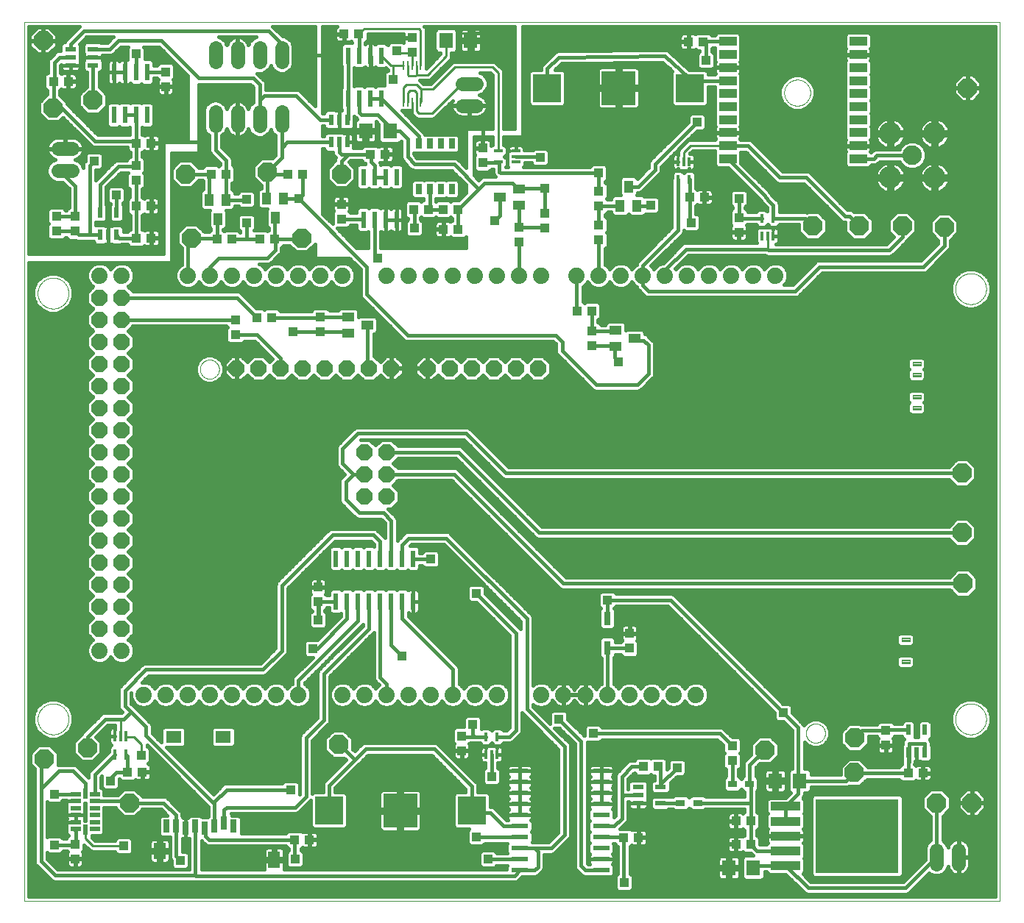
<source format=gtl>
G75*
%MOIN*%
%OFA0B0*%
%FSLAX25Y25*%
%IPPOS*%
%LPD*%
%AMOC8*
5,1,8,0,0,1.08239X$1,22.5*
%
%ADD10C,0.00000*%
%ADD11R,0.05000X0.02200*%
%ADD12R,0.03937X0.03150*%
%ADD13R,0.03937X0.04331*%
%ADD14OC8,0.08500*%
%ADD15R,0.37795X0.33465*%
%ADD16R,0.13386X0.03937*%
%ADD17R,0.04331X0.03937*%
%ADD18R,0.07795X0.02087*%
%ADD19R,0.15354X0.15354*%
%ADD20R,0.12598X0.12598*%
%ADD21R,0.06299X0.07087*%
%ADD22R,0.07087X0.05512*%
%ADD23R,0.05512X0.07480*%
%ADD24R,0.03150X0.05906*%
%ADD25C,0.07400*%
%ADD26OC8,0.07400*%
%ADD27C,0.00400*%
%ADD28R,0.02165X0.04724*%
%ADD29R,0.04528X0.02165*%
%ADD30R,0.02165X0.04528*%
%ADD31R,0.02000X0.07800*%
%ADD32R,0.01400X0.04000*%
%ADD33R,0.07874X0.03937*%
%ADD34C,0.08850*%
%ADD35C,0.10050*%
%ADD36R,0.03937X0.05512*%
%ADD37R,0.02200X0.05000*%
%ADD38R,0.02100X0.07800*%
%ADD39R,0.00984X0.03937*%
%ADD40R,0.06299X0.07098*%
%ADD41R,0.04000X0.01400*%
%ADD42R,0.05512X0.03937*%
%ADD43C,0.06400*%
%ADD44R,0.01400X0.04600*%
%ADD45R,0.03150X0.06299*%
%ADD46R,0.03000X0.04500*%
%ADD47C,0.01000*%
%ADD48R,0.03962X0.03962*%
%ADD49C,0.01600*%
D10*
X0006800Y0006896D02*
X0006800Y0405396D01*
X0448300Y0405396D01*
X0448300Y0006896D01*
X0006800Y0006896D01*
X0012800Y0089396D02*
X0012802Y0089568D01*
X0012808Y0089739D01*
X0012819Y0089911D01*
X0012834Y0090082D01*
X0012853Y0090253D01*
X0012876Y0090423D01*
X0012903Y0090593D01*
X0012935Y0090762D01*
X0012970Y0090930D01*
X0013010Y0091097D01*
X0013054Y0091263D01*
X0013101Y0091428D01*
X0013153Y0091592D01*
X0013209Y0091754D01*
X0013269Y0091915D01*
X0013333Y0092075D01*
X0013401Y0092233D01*
X0013472Y0092389D01*
X0013547Y0092543D01*
X0013627Y0092696D01*
X0013709Y0092846D01*
X0013796Y0092995D01*
X0013886Y0093141D01*
X0013980Y0093285D01*
X0014077Y0093427D01*
X0014178Y0093566D01*
X0014282Y0093703D01*
X0014389Y0093837D01*
X0014500Y0093968D01*
X0014613Y0094097D01*
X0014730Y0094223D01*
X0014850Y0094346D01*
X0014973Y0094466D01*
X0015099Y0094583D01*
X0015228Y0094696D01*
X0015359Y0094807D01*
X0015493Y0094914D01*
X0015630Y0095018D01*
X0015769Y0095119D01*
X0015911Y0095216D01*
X0016055Y0095310D01*
X0016201Y0095400D01*
X0016350Y0095487D01*
X0016500Y0095569D01*
X0016653Y0095649D01*
X0016807Y0095724D01*
X0016963Y0095795D01*
X0017121Y0095863D01*
X0017281Y0095927D01*
X0017442Y0095987D01*
X0017604Y0096043D01*
X0017768Y0096095D01*
X0017933Y0096142D01*
X0018099Y0096186D01*
X0018266Y0096226D01*
X0018434Y0096261D01*
X0018603Y0096293D01*
X0018773Y0096320D01*
X0018943Y0096343D01*
X0019114Y0096362D01*
X0019285Y0096377D01*
X0019457Y0096388D01*
X0019628Y0096394D01*
X0019800Y0096396D01*
X0019972Y0096394D01*
X0020143Y0096388D01*
X0020315Y0096377D01*
X0020486Y0096362D01*
X0020657Y0096343D01*
X0020827Y0096320D01*
X0020997Y0096293D01*
X0021166Y0096261D01*
X0021334Y0096226D01*
X0021501Y0096186D01*
X0021667Y0096142D01*
X0021832Y0096095D01*
X0021996Y0096043D01*
X0022158Y0095987D01*
X0022319Y0095927D01*
X0022479Y0095863D01*
X0022637Y0095795D01*
X0022793Y0095724D01*
X0022947Y0095649D01*
X0023100Y0095569D01*
X0023250Y0095487D01*
X0023399Y0095400D01*
X0023545Y0095310D01*
X0023689Y0095216D01*
X0023831Y0095119D01*
X0023970Y0095018D01*
X0024107Y0094914D01*
X0024241Y0094807D01*
X0024372Y0094696D01*
X0024501Y0094583D01*
X0024627Y0094466D01*
X0024750Y0094346D01*
X0024870Y0094223D01*
X0024987Y0094097D01*
X0025100Y0093968D01*
X0025211Y0093837D01*
X0025318Y0093703D01*
X0025422Y0093566D01*
X0025523Y0093427D01*
X0025620Y0093285D01*
X0025714Y0093141D01*
X0025804Y0092995D01*
X0025891Y0092846D01*
X0025973Y0092696D01*
X0026053Y0092543D01*
X0026128Y0092389D01*
X0026199Y0092233D01*
X0026267Y0092075D01*
X0026331Y0091915D01*
X0026391Y0091754D01*
X0026447Y0091592D01*
X0026499Y0091428D01*
X0026546Y0091263D01*
X0026590Y0091097D01*
X0026630Y0090930D01*
X0026665Y0090762D01*
X0026697Y0090593D01*
X0026724Y0090423D01*
X0026747Y0090253D01*
X0026766Y0090082D01*
X0026781Y0089911D01*
X0026792Y0089739D01*
X0026798Y0089568D01*
X0026800Y0089396D01*
X0026798Y0089224D01*
X0026792Y0089053D01*
X0026781Y0088881D01*
X0026766Y0088710D01*
X0026747Y0088539D01*
X0026724Y0088369D01*
X0026697Y0088199D01*
X0026665Y0088030D01*
X0026630Y0087862D01*
X0026590Y0087695D01*
X0026546Y0087529D01*
X0026499Y0087364D01*
X0026447Y0087200D01*
X0026391Y0087038D01*
X0026331Y0086877D01*
X0026267Y0086717D01*
X0026199Y0086559D01*
X0026128Y0086403D01*
X0026053Y0086249D01*
X0025973Y0086096D01*
X0025891Y0085946D01*
X0025804Y0085797D01*
X0025714Y0085651D01*
X0025620Y0085507D01*
X0025523Y0085365D01*
X0025422Y0085226D01*
X0025318Y0085089D01*
X0025211Y0084955D01*
X0025100Y0084824D01*
X0024987Y0084695D01*
X0024870Y0084569D01*
X0024750Y0084446D01*
X0024627Y0084326D01*
X0024501Y0084209D01*
X0024372Y0084096D01*
X0024241Y0083985D01*
X0024107Y0083878D01*
X0023970Y0083774D01*
X0023831Y0083673D01*
X0023689Y0083576D01*
X0023545Y0083482D01*
X0023399Y0083392D01*
X0023250Y0083305D01*
X0023100Y0083223D01*
X0022947Y0083143D01*
X0022793Y0083068D01*
X0022637Y0082997D01*
X0022479Y0082929D01*
X0022319Y0082865D01*
X0022158Y0082805D01*
X0021996Y0082749D01*
X0021832Y0082697D01*
X0021667Y0082650D01*
X0021501Y0082606D01*
X0021334Y0082566D01*
X0021166Y0082531D01*
X0020997Y0082499D01*
X0020827Y0082472D01*
X0020657Y0082449D01*
X0020486Y0082430D01*
X0020315Y0082415D01*
X0020143Y0082404D01*
X0019972Y0082398D01*
X0019800Y0082396D01*
X0019628Y0082398D01*
X0019457Y0082404D01*
X0019285Y0082415D01*
X0019114Y0082430D01*
X0018943Y0082449D01*
X0018773Y0082472D01*
X0018603Y0082499D01*
X0018434Y0082531D01*
X0018266Y0082566D01*
X0018099Y0082606D01*
X0017933Y0082650D01*
X0017768Y0082697D01*
X0017604Y0082749D01*
X0017442Y0082805D01*
X0017281Y0082865D01*
X0017121Y0082929D01*
X0016963Y0082997D01*
X0016807Y0083068D01*
X0016653Y0083143D01*
X0016500Y0083223D01*
X0016350Y0083305D01*
X0016201Y0083392D01*
X0016055Y0083482D01*
X0015911Y0083576D01*
X0015769Y0083673D01*
X0015630Y0083774D01*
X0015493Y0083878D01*
X0015359Y0083985D01*
X0015228Y0084096D01*
X0015099Y0084209D01*
X0014973Y0084326D01*
X0014850Y0084446D01*
X0014730Y0084569D01*
X0014613Y0084695D01*
X0014500Y0084824D01*
X0014389Y0084955D01*
X0014282Y0085089D01*
X0014178Y0085226D01*
X0014077Y0085365D01*
X0013980Y0085507D01*
X0013886Y0085651D01*
X0013796Y0085797D01*
X0013709Y0085946D01*
X0013627Y0086096D01*
X0013547Y0086249D01*
X0013472Y0086403D01*
X0013401Y0086559D01*
X0013333Y0086717D01*
X0013269Y0086877D01*
X0013209Y0087038D01*
X0013153Y0087200D01*
X0013101Y0087364D01*
X0013054Y0087529D01*
X0013010Y0087695D01*
X0012970Y0087862D01*
X0012935Y0088030D01*
X0012903Y0088199D01*
X0012876Y0088369D01*
X0012853Y0088539D01*
X0012834Y0088710D01*
X0012819Y0088881D01*
X0012808Y0089053D01*
X0012802Y0089224D01*
X0012800Y0089396D01*
X0086312Y0247916D02*
X0086314Y0248047D01*
X0086320Y0248179D01*
X0086330Y0248310D01*
X0086344Y0248441D01*
X0086362Y0248571D01*
X0086384Y0248700D01*
X0086409Y0248829D01*
X0086439Y0248957D01*
X0086473Y0249084D01*
X0086510Y0249211D01*
X0086551Y0249335D01*
X0086596Y0249459D01*
X0086645Y0249581D01*
X0086697Y0249702D01*
X0086753Y0249820D01*
X0086813Y0249938D01*
X0086876Y0250053D01*
X0086943Y0250166D01*
X0087013Y0250278D01*
X0087086Y0250387D01*
X0087162Y0250493D01*
X0087242Y0250598D01*
X0087325Y0250700D01*
X0087411Y0250799D01*
X0087500Y0250896D01*
X0087592Y0250990D01*
X0087687Y0251081D01*
X0087784Y0251170D01*
X0087884Y0251255D01*
X0087987Y0251337D01*
X0088092Y0251416D01*
X0088199Y0251492D01*
X0088309Y0251564D01*
X0088421Y0251633D01*
X0088535Y0251699D01*
X0088650Y0251761D01*
X0088768Y0251820D01*
X0088887Y0251875D01*
X0089008Y0251927D01*
X0089131Y0251974D01*
X0089255Y0252018D01*
X0089380Y0252059D01*
X0089506Y0252095D01*
X0089634Y0252128D01*
X0089762Y0252156D01*
X0089891Y0252181D01*
X0090021Y0252202D01*
X0090151Y0252219D01*
X0090282Y0252232D01*
X0090413Y0252241D01*
X0090544Y0252246D01*
X0090676Y0252247D01*
X0090807Y0252244D01*
X0090939Y0252237D01*
X0091070Y0252226D01*
X0091200Y0252211D01*
X0091330Y0252192D01*
X0091460Y0252169D01*
X0091588Y0252143D01*
X0091716Y0252112D01*
X0091843Y0252077D01*
X0091969Y0252039D01*
X0092093Y0251997D01*
X0092217Y0251951D01*
X0092338Y0251901D01*
X0092458Y0251848D01*
X0092577Y0251791D01*
X0092694Y0251731D01*
X0092808Y0251667D01*
X0092921Y0251599D01*
X0093032Y0251528D01*
X0093141Y0251454D01*
X0093247Y0251377D01*
X0093351Y0251296D01*
X0093452Y0251213D01*
X0093551Y0251126D01*
X0093647Y0251036D01*
X0093740Y0250943D01*
X0093831Y0250848D01*
X0093918Y0250750D01*
X0094003Y0250649D01*
X0094084Y0250546D01*
X0094162Y0250440D01*
X0094237Y0250332D01*
X0094309Y0250222D01*
X0094377Y0250110D01*
X0094442Y0249996D01*
X0094503Y0249879D01*
X0094561Y0249761D01*
X0094615Y0249641D01*
X0094666Y0249520D01*
X0094713Y0249397D01*
X0094756Y0249273D01*
X0094795Y0249148D01*
X0094831Y0249021D01*
X0094862Y0248893D01*
X0094890Y0248765D01*
X0094914Y0248636D01*
X0094934Y0248506D01*
X0094950Y0248375D01*
X0094962Y0248244D01*
X0094970Y0248113D01*
X0094974Y0247982D01*
X0094974Y0247850D01*
X0094970Y0247719D01*
X0094962Y0247588D01*
X0094950Y0247457D01*
X0094934Y0247326D01*
X0094914Y0247196D01*
X0094890Y0247067D01*
X0094862Y0246939D01*
X0094831Y0246811D01*
X0094795Y0246684D01*
X0094756Y0246559D01*
X0094713Y0246435D01*
X0094666Y0246312D01*
X0094615Y0246191D01*
X0094561Y0246071D01*
X0094503Y0245953D01*
X0094442Y0245836D01*
X0094377Y0245722D01*
X0094309Y0245610D01*
X0094237Y0245500D01*
X0094162Y0245392D01*
X0094084Y0245286D01*
X0094003Y0245183D01*
X0093918Y0245082D01*
X0093831Y0244984D01*
X0093740Y0244889D01*
X0093647Y0244796D01*
X0093551Y0244706D01*
X0093452Y0244619D01*
X0093351Y0244536D01*
X0093247Y0244455D01*
X0093141Y0244378D01*
X0093032Y0244304D01*
X0092921Y0244233D01*
X0092809Y0244165D01*
X0092694Y0244101D01*
X0092577Y0244041D01*
X0092458Y0243984D01*
X0092338Y0243931D01*
X0092217Y0243881D01*
X0092093Y0243835D01*
X0091969Y0243793D01*
X0091843Y0243755D01*
X0091716Y0243720D01*
X0091588Y0243689D01*
X0091460Y0243663D01*
X0091330Y0243640D01*
X0091200Y0243621D01*
X0091070Y0243606D01*
X0090939Y0243595D01*
X0090807Y0243588D01*
X0090676Y0243585D01*
X0090544Y0243586D01*
X0090413Y0243591D01*
X0090282Y0243600D01*
X0090151Y0243613D01*
X0090021Y0243630D01*
X0089891Y0243651D01*
X0089762Y0243676D01*
X0089634Y0243704D01*
X0089506Y0243737D01*
X0089380Y0243773D01*
X0089255Y0243814D01*
X0089131Y0243858D01*
X0089008Y0243905D01*
X0088887Y0243957D01*
X0088768Y0244012D01*
X0088650Y0244071D01*
X0088535Y0244133D01*
X0088421Y0244199D01*
X0088309Y0244268D01*
X0088199Y0244340D01*
X0088092Y0244416D01*
X0087987Y0244495D01*
X0087884Y0244577D01*
X0087784Y0244662D01*
X0087687Y0244751D01*
X0087592Y0244842D01*
X0087500Y0244936D01*
X0087411Y0245033D01*
X0087325Y0245132D01*
X0087242Y0245234D01*
X0087162Y0245339D01*
X0087086Y0245445D01*
X0087013Y0245554D01*
X0086943Y0245666D01*
X0086876Y0245779D01*
X0086813Y0245894D01*
X0086753Y0246012D01*
X0086697Y0246130D01*
X0086645Y0246251D01*
X0086596Y0246373D01*
X0086551Y0246497D01*
X0086510Y0246621D01*
X0086473Y0246748D01*
X0086439Y0246875D01*
X0086409Y0247003D01*
X0086384Y0247132D01*
X0086362Y0247261D01*
X0086344Y0247391D01*
X0086330Y0247522D01*
X0086320Y0247653D01*
X0086314Y0247785D01*
X0086312Y0247916D01*
X0012800Y0282396D02*
X0012802Y0282568D01*
X0012808Y0282739D01*
X0012819Y0282911D01*
X0012834Y0283082D01*
X0012853Y0283253D01*
X0012876Y0283423D01*
X0012903Y0283593D01*
X0012935Y0283762D01*
X0012970Y0283930D01*
X0013010Y0284097D01*
X0013054Y0284263D01*
X0013101Y0284428D01*
X0013153Y0284592D01*
X0013209Y0284754D01*
X0013269Y0284915D01*
X0013333Y0285075D01*
X0013401Y0285233D01*
X0013472Y0285389D01*
X0013547Y0285543D01*
X0013627Y0285696D01*
X0013709Y0285846D01*
X0013796Y0285995D01*
X0013886Y0286141D01*
X0013980Y0286285D01*
X0014077Y0286427D01*
X0014178Y0286566D01*
X0014282Y0286703D01*
X0014389Y0286837D01*
X0014500Y0286968D01*
X0014613Y0287097D01*
X0014730Y0287223D01*
X0014850Y0287346D01*
X0014973Y0287466D01*
X0015099Y0287583D01*
X0015228Y0287696D01*
X0015359Y0287807D01*
X0015493Y0287914D01*
X0015630Y0288018D01*
X0015769Y0288119D01*
X0015911Y0288216D01*
X0016055Y0288310D01*
X0016201Y0288400D01*
X0016350Y0288487D01*
X0016500Y0288569D01*
X0016653Y0288649D01*
X0016807Y0288724D01*
X0016963Y0288795D01*
X0017121Y0288863D01*
X0017281Y0288927D01*
X0017442Y0288987D01*
X0017604Y0289043D01*
X0017768Y0289095D01*
X0017933Y0289142D01*
X0018099Y0289186D01*
X0018266Y0289226D01*
X0018434Y0289261D01*
X0018603Y0289293D01*
X0018773Y0289320D01*
X0018943Y0289343D01*
X0019114Y0289362D01*
X0019285Y0289377D01*
X0019457Y0289388D01*
X0019628Y0289394D01*
X0019800Y0289396D01*
X0019972Y0289394D01*
X0020143Y0289388D01*
X0020315Y0289377D01*
X0020486Y0289362D01*
X0020657Y0289343D01*
X0020827Y0289320D01*
X0020997Y0289293D01*
X0021166Y0289261D01*
X0021334Y0289226D01*
X0021501Y0289186D01*
X0021667Y0289142D01*
X0021832Y0289095D01*
X0021996Y0289043D01*
X0022158Y0288987D01*
X0022319Y0288927D01*
X0022479Y0288863D01*
X0022637Y0288795D01*
X0022793Y0288724D01*
X0022947Y0288649D01*
X0023100Y0288569D01*
X0023250Y0288487D01*
X0023399Y0288400D01*
X0023545Y0288310D01*
X0023689Y0288216D01*
X0023831Y0288119D01*
X0023970Y0288018D01*
X0024107Y0287914D01*
X0024241Y0287807D01*
X0024372Y0287696D01*
X0024501Y0287583D01*
X0024627Y0287466D01*
X0024750Y0287346D01*
X0024870Y0287223D01*
X0024987Y0287097D01*
X0025100Y0286968D01*
X0025211Y0286837D01*
X0025318Y0286703D01*
X0025422Y0286566D01*
X0025523Y0286427D01*
X0025620Y0286285D01*
X0025714Y0286141D01*
X0025804Y0285995D01*
X0025891Y0285846D01*
X0025973Y0285696D01*
X0026053Y0285543D01*
X0026128Y0285389D01*
X0026199Y0285233D01*
X0026267Y0285075D01*
X0026331Y0284915D01*
X0026391Y0284754D01*
X0026447Y0284592D01*
X0026499Y0284428D01*
X0026546Y0284263D01*
X0026590Y0284097D01*
X0026630Y0283930D01*
X0026665Y0283762D01*
X0026697Y0283593D01*
X0026724Y0283423D01*
X0026747Y0283253D01*
X0026766Y0283082D01*
X0026781Y0282911D01*
X0026792Y0282739D01*
X0026798Y0282568D01*
X0026800Y0282396D01*
X0026798Y0282224D01*
X0026792Y0282053D01*
X0026781Y0281881D01*
X0026766Y0281710D01*
X0026747Y0281539D01*
X0026724Y0281369D01*
X0026697Y0281199D01*
X0026665Y0281030D01*
X0026630Y0280862D01*
X0026590Y0280695D01*
X0026546Y0280529D01*
X0026499Y0280364D01*
X0026447Y0280200D01*
X0026391Y0280038D01*
X0026331Y0279877D01*
X0026267Y0279717D01*
X0026199Y0279559D01*
X0026128Y0279403D01*
X0026053Y0279249D01*
X0025973Y0279096D01*
X0025891Y0278946D01*
X0025804Y0278797D01*
X0025714Y0278651D01*
X0025620Y0278507D01*
X0025523Y0278365D01*
X0025422Y0278226D01*
X0025318Y0278089D01*
X0025211Y0277955D01*
X0025100Y0277824D01*
X0024987Y0277695D01*
X0024870Y0277569D01*
X0024750Y0277446D01*
X0024627Y0277326D01*
X0024501Y0277209D01*
X0024372Y0277096D01*
X0024241Y0276985D01*
X0024107Y0276878D01*
X0023970Y0276774D01*
X0023831Y0276673D01*
X0023689Y0276576D01*
X0023545Y0276482D01*
X0023399Y0276392D01*
X0023250Y0276305D01*
X0023100Y0276223D01*
X0022947Y0276143D01*
X0022793Y0276068D01*
X0022637Y0275997D01*
X0022479Y0275929D01*
X0022319Y0275865D01*
X0022158Y0275805D01*
X0021996Y0275749D01*
X0021832Y0275697D01*
X0021667Y0275650D01*
X0021501Y0275606D01*
X0021334Y0275566D01*
X0021166Y0275531D01*
X0020997Y0275499D01*
X0020827Y0275472D01*
X0020657Y0275449D01*
X0020486Y0275430D01*
X0020315Y0275415D01*
X0020143Y0275404D01*
X0019972Y0275398D01*
X0019800Y0275396D01*
X0019628Y0275398D01*
X0019457Y0275404D01*
X0019285Y0275415D01*
X0019114Y0275430D01*
X0018943Y0275449D01*
X0018773Y0275472D01*
X0018603Y0275499D01*
X0018434Y0275531D01*
X0018266Y0275566D01*
X0018099Y0275606D01*
X0017933Y0275650D01*
X0017768Y0275697D01*
X0017604Y0275749D01*
X0017442Y0275805D01*
X0017281Y0275865D01*
X0017121Y0275929D01*
X0016963Y0275997D01*
X0016807Y0276068D01*
X0016653Y0276143D01*
X0016500Y0276223D01*
X0016350Y0276305D01*
X0016201Y0276392D01*
X0016055Y0276482D01*
X0015911Y0276576D01*
X0015769Y0276673D01*
X0015630Y0276774D01*
X0015493Y0276878D01*
X0015359Y0276985D01*
X0015228Y0277096D01*
X0015099Y0277209D01*
X0014973Y0277326D01*
X0014850Y0277446D01*
X0014730Y0277569D01*
X0014613Y0277695D01*
X0014500Y0277824D01*
X0014389Y0277955D01*
X0014282Y0278089D01*
X0014178Y0278226D01*
X0014077Y0278365D01*
X0013980Y0278507D01*
X0013886Y0278651D01*
X0013796Y0278797D01*
X0013709Y0278946D01*
X0013627Y0279096D01*
X0013547Y0279249D01*
X0013472Y0279403D01*
X0013401Y0279559D01*
X0013333Y0279717D01*
X0013269Y0279877D01*
X0013209Y0280038D01*
X0013153Y0280200D01*
X0013101Y0280364D01*
X0013054Y0280529D01*
X0013010Y0280695D01*
X0012970Y0280862D01*
X0012935Y0281030D01*
X0012903Y0281199D01*
X0012876Y0281369D01*
X0012853Y0281539D01*
X0012834Y0281710D01*
X0012819Y0281881D01*
X0012808Y0282053D01*
X0012802Y0282224D01*
X0012800Y0282396D01*
X0350863Y0373243D02*
X0350865Y0373396D01*
X0350871Y0373550D01*
X0350881Y0373703D01*
X0350895Y0373855D01*
X0350913Y0374008D01*
X0350935Y0374159D01*
X0350960Y0374310D01*
X0350990Y0374461D01*
X0351024Y0374611D01*
X0351061Y0374759D01*
X0351102Y0374907D01*
X0351147Y0375053D01*
X0351196Y0375199D01*
X0351249Y0375343D01*
X0351305Y0375485D01*
X0351365Y0375626D01*
X0351429Y0375766D01*
X0351496Y0375904D01*
X0351567Y0376040D01*
X0351642Y0376174D01*
X0351719Y0376306D01*
X0351801Y0376436D01*
X0351885Y0376564D01*
X0351973Y0376690D01*
X0352064Y0376813D01*
X0352158Y0376934D01*
X0352256Y0377052D01*
X0352356Y0377168D01*
X0352460Y0377281D01*
X0352566Y0377392D01*
X0352675Y0377500D01*
X0352787Y0377605D01*
X0352901Y0377706D01*
X0353019Y0377805D01*
X0353138Y0377901D01*
X0353260Y0377994D01*
X0353385Y0378083D01*
X0353512Y0378170D01*
X0353641Y0378252D01*
X0353772Y0378332D01*
X0353905Y0378408D01*
X0354040Y0378481D01*
X0354177Y0378550D01*
X0354316Y0378615D01*
X0354456Y0378677D01*
X0354598Y0378735D01*
X0354741Y0378790D01*
X0354886Y0378841D01*
X0355032Y0378888D01*
X0355179Y0378931D01*
X0355327Y0378970D01*
X0355476Y0379006D01*
X0355626Y0379037D01*
X0355777Y0379065D01*
X0355928Y0379089D01*
X0356081Y0379109D01*
X0356233Y0379125D01*
X0356386Y0379137D01*
X0356539Y0379145D01*
X0356692Y0379149D01*
X0356846Y0379149D01*
X0356999Y0379145D01*
X0357152Y0379137D01*
X0357305Y0379125D01*
X0357457Y0379109D01*
X0357610Y0379089D01*
X0357761Y0379065D01*
X0357912Y0379037D01*
X0358062Y0379006D01*
X0358211Y0378970D01*
X0358359Y0378931D01*
X0358506Y0378888D01*
X0358652Y0378841D01*
X0358797Y0378790D01*
X0358940Y0378735D01*
X0359082Y0378677D01*
X0359222Y0378615D01*
X0359361Y0378550D01*
X0359498Y0378481D01*
X0359633Y0378408D01*
X0359766Y0378332D01*
X0359897Y0378252D01*
X0360026Y0378170D01*
X0360153Y0378083D01*
X0360278Y0377994D01*
X0360400Y0377901D01*
X0360519Y0377805D01*
X0360637Y0377706D01*
X0360751Y0377605D01*
X0360863Y0377500D01*
X0360972Y0377392D01*
X0361078Y0377281D01*
X0361182Y0377168D01*
X0361282Y0377052D01*
X0361380Y0376934D01*
X0361474Y0376813D01*
X0361565Y0376690D01*
X0361653Y0376564D01*
X0361737Y0376436D01*
X0361819Y0376306D01*
X0361896Y0376174D01*
X0361971Y0376040D01*
X0362042Y0375904D01*
X0362109Y0375766D01*
X0362173Y0375626D01*
X0362233Y0375485D01*
X0362289Y0375343D01*
X0362342Y0375199D01*
X0362391Y0375053D01*
X0362436Y0374907D01*
X0362477Y0374759D01*
X0362514Y0374611D01*
X0362548Y0374461D01*
X0362578Y0374310D01*
X0362603Y0374159D01*
X0362625Y0374008D01*
X0362643Y0373855D01*
X0362657Y0373703D01*
X0362667Y0373550D01*
X0362673Y0373396D01*
X0362675Y0373243D01*
X0362673Y0373090D01*
X0362667Y0372936D01*
X0362657Y0372783D01*
X0362643Y0372631D01*
X0362625Y0372478D01*
X0362603Y0372327D01*
X0362578Y0372176D01*
X0362548Y0372025D01*
X0362514Y0371875D01*
X0362477Y0371727D01*
X0362436Y0371579D01*
X0362391Y0371433D01*
X0362342Y0371287D01*
X0362289Y0371143D01*
X0362233Y0371001D01*
X0362173Y0370860D01*
X0362109Y0370720D01*
X0362042Y0370582D01*
X0361971Y0370446D01*
X0361896Y0370312D01*
X0361819Y0370180D01*
X0361737Y0370050D01*
X0361653Y0369922D01*
X0361565Y0369796D01*
X0361474Y0369673D01*
X0361380Y0369552D01*
X0361282Y0369434D01*
X0361182Y0369318D01*
X0361078Y0369205D01*
X0360972Y0369094D01*
X0360863Y0368986D01*
X0360751Y0368881D01*
X0360637Y0368780D01*
X0360519Y0368681D01*
X0360400Y0368585D01*
X0360278Y0368492D01*
X0360153Y0368403D01*
X0360026Y0368316D01*
X0359897Y0368234D01*
X0359766Y0368154D01*
X0359633Y0368078D01*
X0359498Y0368005D01*
X0359361Y0367936D01*
X0359222Y0367871D01*
X0359082Y0367809D01*
X0358940Y0367751D01*
X0358797Y0367696D01*
X0358652Y0367645D01*
X0358506Y0367598D01*
X0358359Y0367555D01*
X0358211Y0367516D01*
X0358062Y0367480D01*
X0357912Y0367449D01*
X0357761Y0367421D01*
X0357610Y0367397D01*
X0357457Y0367377D01*
X0357305Y0367361D01*
X0357152Y0367349D01*
X0356999Y0367341D01*
X0356846Y0367337D01*
X0356692Y0367337D01*
X0356539Y0367341D01*
X0356386Y0367349D01*
X0356233Y0367361D01*
X0356081Y0367377D01*
X0355928Y0367397D01*
X0355777Y0367421D01*
X0355626Y0367449D01*
X0355476Y0367480D01*
X0355327Y0367516D01*
X0355179Y0367555D01*
X0355032Y0367598D01*
X0354886Y0367645D01*
X0354741Y0367696D01*
X0354598Y0367751D01*
X0354456Y0367809D01*
X0354316Y0367871D01*
X0354177Y0367936D01*
X0354040Y0368005D01*
X0353905Y0368078D01*
X0353772Y0368154D01*
X0353641Y0368234D01*
X0353512Y0368316D01*
X0353385Y0368403D01*
X0353260Y0368492D01*
X0353138Y0368585D01*
X0353019Y0368681D01*
X0352901Y0368780D01*
X0352787Y0368881D01*
X0352675Y0368986D01*
X0352566Y0369094D01*
X0352460Y0369205D01*
X0352356Y0369318D01*
X0352256Y0369434D01*
X0352158Y0369552D01*
X0352064Y0369673D01*
X0351973Y0369796D01*
X0351885Y0369922D01*
X0351801Y0370050D01*
X0351719Y0370180D01*
X0351642Y0370312D01*
X0351567Y0370446D01*
X0351496Y0370582D01*
X0351429Y0370720D01*
X0351365Y0370860D01*
X0351305Y0371001D01*
X0351249Y0371143D01*
X0351196Y0371287D01*
X0351147Y0371433D01*
X0351102Y0371579D01*
X0351061Y0371727D01*
X0351024Y0371875D01*
X0350990Y0372025D01*
X0350960Y0372176D01*
X0350935Y0372327D01*
X0350913Y0372478D01*
X0350895Y0372631D01*
X0350881Y0372783D01*
X0350871Y0372936D01*
X0350865Y0373090D01*
X0350863Y0373243D01*
X0428300Y0284396D02*
X0428302Y0284568D01*
X0428308Y0284739D01*
X0428319Y0284911D01*
X0428334Y0285082D01*
X0428353Y0285253D01*
X0428376Y0285423D01*
X0428403Y0285593D01*
X0428435Y0285762D01*
X0428470Y0285930D01*
X0428510Y0286097D01*
X0428554Y0286263D01*
X0428601Y0286428D01*
X0428653Y0286592D01*
X0428709Y0286754D01*
X0428769Y0286915D01*
X0428833Y0287075D01*
X0428901Y0287233D01*
X0428972Y0287389D01*
X0429047Y0287543D01*
X0429127Y0287696D01*
X0429209Y0287846D01*
X0429296Y0287995D01*
X0429386Y0288141D01*
X0429480Y0288285D01*
X0429577Y0288427D01*
X0429678Y0288566D01*
X0429782Y0288703D01*
X0429889Y0288837D01*
X0430000Y0288968D01*
X0430113Y0289097D01*
X0430230Y0289223D01*
X0430350Y0289346D01*
X0430473Y0289466D01*
X0430599Y0289583D01*
X0430728Y0289696D01*
X0430859Y0289807D01*
X0430993Y0289914D01*
X0431130Y0290018D01*
X0431269Y0290119D01*
X0431411Y0290216D01*
X0431555Y0290310D01*
X0431701Y0290400D01*
X0431850Y0290487D01*
X0432000Y0290569D01*
X0432153Y0290649D01*
X0432307Y0290724D01*
X0432463Y0290795D01*
X0432621Y0290863D01*
X0432781Y0290927D01*
X0432942Y0290987D01*
X0433104Y0291043D01*
X0433268Y0291095D01*
X0433433Y0291142D01*
X0433599Y0291186D01*
X0433766Y0291226D01*
X0433934Y0291261D01*
X0434103Y0291293D01*
X0434273Y0291320D01*
X0434443Y0291343D01*
X0434614Y0291362D01*
X0434785Y0291377D01*
X0434957Y0291388D01*
X0435128Y0291394D01*
X0435300Y0291396D01*
X0435472Y0291394D01*
X0435643Y0291388D01*
X0435815Y0291377D01*
X0435986Y0291362D01*
X0436157Y0291343D01*
X0436327Y0291320D01*
X0436497Y0291293D01*
X0436666Y0291261D01*
X0436834Y0291226D01*
X0437001Y0291186D01*
X0437167Y0291142D01*
X0437332Y0291095D01*
X0437496Y0291043D01*
X0437658Y0290987D01*
X0437819Y0290927D01*
X0437979Y0290863D01*
X0438137Y0290795D01*
X0438293Y0290724D01*
X0438447Y0290649D01*
X0438600Y0290569D01*
X0438750Y0290487D01*
X0438899Y0290400D01*
X0439045Y0290310D01*
X0439189Y0290216D01*
X0439331Y0290119D01*
X0439470Y0290018D01*
X0439607Y0289914D01*
X0439741Y0289807D01*
X0439872Y0289696D01*
X0440001Y0289583D01*
X0440127Y0289466D01*
X0440250Y0289346D01*
X0440370Y0289223D01*
X0440487Y0289097D01*
X0440600Y0288968D01*
X0440711Y0288837D01*
X0440818Y0288703D01*
X0440922Y0288566D01*
X0441023Y0288427D01*
X0441120Y0288285D01*
X0441214Y0288141D01*
X0441304Y0287995D01*
X0441391Y0287846D01*
X0441473Y0287696D01*
X0441553Y0287543D01*
X0441628Y0287389D01*
X0441699Y0287233D01*
X0441767Y0287075D01*
X0441831Y0286915D01*
X0441891Y0286754D01*
X0441947Y0286592D01*
X0441999Y0286428D01*
X0442046Y0286263D01*
X0442090Y0286097D01*
X0442130Y0285930D01*
X0442165Y0285762D01*
X0442197Y0285593D01*
X0442224Y0285423D01*
X0442247Y0285253D01*
X0442266Y0285082D01*
X0442281Y0284911D01*
X0442292Y0284739D01*
X0442298Y0284568D01*
X0442300Y0284396D01*
X0442298Y0284224D01*
X0442292Y0284053D01*
X0442281Y0283881D01*
X0442266Y0283710D01*
X0442247Y0283539D01*
X0442224Y0283369D01*
X0442197Y0283199D01*
X0442165Y0283030D01*
X0442130Y0282862D01*
X0442090Y0282695D01*
X0442046Y0282529D01*
X0441999Y0282364D01*
X0441947Y0282200D01*
X0441891Y0282038D01*
X0441831Y0281877D01*
X0441767Y0281717D01*
X0441699Y0281559D01*
X0441628Y0281403D01*
X0441553Y0281249D01*
X0441473Y0281096D01*
X0441391Y0280946D01*
X0441304Y0280797D01*
X0441214Y0280651D01*
X0441120Y0280507D01*
X0441023Y0280365D01*
X0440922Y0280226D01*
X0440818Y0280089D01*
X0440711Y0279955D01*
X0440600Y0279824D01*
X0440487Y0279695D01*
X0440370Y0279569D01*
X0440250Y0279446D01*
X0440127Y0279326D01*
X0440001Y0279209D01*
X0439872Y0279096D01*
X0439741Y0278985D01*
X0439607Y0278878D01*
X0439470Y0278774D01*
X0439331Y0278673D01*
X0439189Y0278576D01*
X0439045Y0278482D01*
X0438899Y0278392D01*
X0438750Y0278305D01*
X0438600Y0278223D01*
X0438447Y0278143D01*
X0438293Y0278068D01*
X0438137Y0277997D01*
X0437979Y0277929D01*
X0437819Y0277865D01*
X0437658Y0277805D01*
X0437496Y0277749D01*
X0437332Y0277697D01*
X0437167Y0277650D01*
X0437001Y0277606D01*
X0436834Y0277566D01*
X0436666Y0277531D01*
X0436497Y0277499D01*
X0436327Y0277472D01*
X0436157Y0277449D01*
X0435986Y0277430D01*
X0435815Y0277415D01*
X0435643Y0277404D01*
X0435472Y0277398D01*
X0435300Y0277396D01*
X0435128Y0277398D01*
X0434957Y0277404D01*
X0434785Y0277415D01*
X0434614Y0277430D01*
X0434443Y0277449D01*
X0434273Y0277472D01*
X0434103Y0277499D01*
X0433934Y0277531D01*
X0433766Y0277566D01*
X0433599Y0277606D01*
X0433433Y0277650D01*
X0433268Y0277697D01*
X0433104Y0277749D01*
X0432942Y0277805D01*
X0432781Y0277865D01*
X0432621Y0277929D01*
X0432463Y0277997D01*
X0432307Y0278068D01*
X0432153Y0278143D01*
X0432000Y0278223D01*
X0431850Y0278305D01*
X0431701Y0278392D01*
X0431555Y0278482D01*
X0431411Y0278576D01*
X0431269Y0278673D01*
X0431130Y0278774D01*
X0430993Y0278878D01*
X0430859Y0278985D01*
X0430728Y0279096D01*
X0430599Y0279209D01*
X0430473Y0279326D01*
X0430350Y0279446D01*
X0430230Y0279569D01*
X0430113Y0279695D01*
X0430000Y0279824D01*
X0429889Y0279955D01*
X0429782Y0280089D01*
X0429678Y0280226D01*
X0429577Y0280365D01*
X0429480Y0280507D01*
X0429386Y0280651D01*
X0429296Y0280797D01*
X0429209Y0280946D01*
X0429127Y0281096D01*
X0429047Y0281249D01*
X0428972Y0281403D01*
X0428901Y0281559D01*
X0428833Y0281717D01*
X0428769Y0281877D01*
X0428709Y0282038D01*
X0428653Y0282200D01*
X0428601Y0282364D01*
X0428554Y0282529D01*
X0428510Y0282695D01*
X0428470Y0282862D01*
X0428435Y0283030D01*
X0428403Y0283199D01*
X0428376Y0283369D01*
X0428353Y0283539D01*
X0428334Y0283710D01*
X0428319Y0283881D01*
X0428308Y0284053D01*
X0428302Y0284224D01*
X0428300Y0284396D01*
X0428300Y0089396D02*
X0428302Y0089568D01*
X0428308Y0089739D01*
X0428319Y0089911D01*
X0428334Y0090082D01*
X0428353Y0090253D01*
X0428376Y0090423D01*
X0428403Y0090593D01*
X0428435Y0090762D01*
X0428470Y0090930D01*
X0428510Y0091097D01*
X0428554Y0091263D01*
X0428601Y0091428D01*
X0428653Y0091592D01*
X0428709Y0091754D01*
X0428769Y0091915D01*
X0428833Y0092075D01*
X0428901Y0092233D01*
X0428972Y0092389D01*
X0429047Y0092543D01*
X0429127Y0092696D01*
X0429209Y0092846D01*
X0429296Y0092995D01*
X0429386Y0093141D01*
X0429480Y0093285D01*
X0429577Y0093427D01*
X0429678Y0093566D01*
X0429782Y0093703D01*
X0429889Y0093837D01*
X0430000Y0093968D01*
X0430113Y0094097D01*
X0430230Y0094223D01*
X0430350Y0094346D01*
X0430473Y0094466D01*
X0430599Y0094583D01*
X0430728Y0094696D01*
X0430859Y0094807D01*
X0430993Y0094914D01*
X0431130Y0095018D01*
X0431269Y0095119D01*
X0431411Y0095216D01*
X0431555Y0095310D01*
X0431701Y0095400D01*
X0431850Y0095487D01*
X0432000Y0095569D01*
X0432153Y0095649D01*
X0432307Y0095724D01*
X0432463Y0095795D01*
X0432621Y0095863D01*
X0432781Y0095927D01*
X0432942Y0095987D01*
X0433104Y0096043D01*
X0433268Y0096095D01*
X0433433Y0096142D01*
X0433599Y0096186D01*
X0433766Y0096226D01*
X0433934Y0096261D01*
X0434103Y0096293D01*
X0434273Y0096320D01*
X0434443Y0096343D01*
X0434614Y0096362D01*
X0434785Y0096377D01*
X0434957Y0096388D01*
X0435128Y0096394D01*
X0435300Y0096396D01*
X0435472Y0096394D01*
X0435643Y0096388D01*
X0435815Y0096377D01*
X0435986Y0096362D01*
X0436157Y0096343D01*
X0436327Y0096320D01*
X0436497Y0096293D01*
X0436666Y0096261D01*
X0436834Y0096226D01*
X0437001Y0096186D01*
X0437167Y0096142D01*
X0437332Y0096095D01*
X0437496Y0096043D01*
X0437658Y0095987D01*
X0437819Y0095927D01*
X0437979Y0095863D01*
X0438137Y0095795D01*
X0438293Y0095724D01*
X0438447Y0095649D01*
X0438600Y0095569D01*
X0438750Y0095487D01*
X0438899Y0095400D01*
X0439045Y0095310D01*
X0439189Y0095216D01*
X0439331Y0095119D01*
X0439470Y0095018D01*
X0439607Y0094914D01*
X0439741Y0094807D01*
X0439872Y0094696D01*
X0440001Y0094583D01*
X0440127Y0094466D01*
X0440250Y0094346D01*
X0440370Y0094223D01*
X0440487Y0094097D01*
X0440600Y0093968D01*
X0440711Y0093837D01*
X0440818Y0093703D01*
X0440922Y0093566D01*
X0441023Y0093427D01*
X0441120Y0093285D01*
X0441214Y0093141D01*
X0441304Y0092995D01*
X0441391Y0092846D01*
X0441473Y0092696D01*
X0441553Y0092543D01*
X0441628Y0092389D01*
X0441699Y0092233D01*
X0441767Y0092075D01*
X0441831Y0091915D01*
X0441891Y0091754D01*
X0441947Y0091592D01*
X0441999Y0091428D01*
X0442046Y0091263D01*
X0442090Y0091097D01*
X0442130Y0090930D01*
X0442165Y0090762D01*
X0442197Y0090593D01*
X0442224Y0090423D01*
X0442247Y0090253D01*
X0442266Y0090082D01*
X0442281Y0089911D01*
X0442292Y0089739D01*
X0442298Y0089568D01*
X0442300Y0089396D01*
X0442298Y0089224D01*
X0442292Y0089053D01*
X0442281Y0088881D01*
X0442266Y0088710D01*
X0442247Y0088539D01*
X0442224Y0088369D01*
X0442197Y0088199D01*
X0442165Y0088030D01*
X0442130Y0087862D01*
X0442090Y0087695D01*
X0442046Y0087529D01*
X0441999Y0087364D01*
X0441947Y0087200D01*
X0441891Y0087038D01*
X0441831Y0086877D01*
X0441767Y0086717D01*
X0441699Y0086559D01*
X0441628Y0086403D01*
X0441553Y0086249D01*
X0441473Y0086096D01*
X0441391Y0085946D01*
X0441304Y0085797D01*
X0441214Y0085651D01*
X0441120Y0085507D01*
X0441023Y0085365D01*
X0440922Y0085226D01*
X0440818Y0085089D01*
X0440711Y0084955D01*
X0440600Y0084824D01*
X0440487Y0084695D01*
X0440370Y0084569D01*
X0440250Y0084446D01*
X0440127Y0084326D01*
X0440001Y0084209D01*
X0439872Y0084096D01*
X0439741Y0083985D01*
X0439607Y0083878D01*
X0439470Y0083774D01*
X0439331Y0083673D01*
X0439189Y0083576D01*
X0439045Y0083482D01*
X0438899Y0083392D01*
X0438750Y0083305D01*
X0438600Y0083223D01*
X0438447Y0083143D01*
X0438293Y0083068D01*
X0438137Y0082997D01*
X0437979Y0082929D01*
X0437819Y0082865D01*
X0437658Y0082805D01*
X0437496Y0082749D01*
X0437332Y0082697D01*
X0437167Y0082650D01*
X0437001Y0082606D01*
X0436834Y0082566D01*
X0436666Y0082531D01*
X0436497Y0082499D01*
X0436327Y0082472D01*
X0436157Y0082449D01*
X0435986Y0082430D01*
X0435815Y0082415D01*
X0435643Y0082404D01*
X0435472Y0082398D01*
X0435300Y0082396D01*
X0435128Y0082398D01*
X0434957Y0082404D01*
X0434785Y0082415D01*
X0434614Y0082430D01*
X0434443Y0082449D01*
X0434273Y0082472D01*
X0434103Y0082499D01*
X0433934Y0082531D01*
X0433766Y0082566D01*
X0433599Y0082606D01*
X0433433Y0082650D01*
X0433268Y0082697D01*
X0433104Y0082749D01*
X0432942Y0082805D01*
X0432781Y0082865D01*
X0432621Y0082929D01*
X0432463Y0082997D01*
X0432307Y0083068D01*
X0432153Y0083143D01*
X0432000Y0083223D01*
X0431850Y0083305D01*
X0431701Y0083392D01*
X0431555Y0083482D01*
X0431411Y0083576D01*
X0431269Y0083673D01*
X0431130Y0083774D01*
X0430993Y0083878D01*
X0430859Y0083985D01*
X0430728Y0084096D01*
X0430599Y0084209D01*
X0430473Y0084326D01*
X0430350Y0084446D01*
X0430230Y0084569D01*
X0430113Y0084695D01*
X0430000Y0084824D01*
X0429889Y0084955D01*
X0429782Y0085089D01*
X0429678Y0085226D01*
X0429577Y0085365D01*
X0429480Y0085507D01*
X0429386Y0085651D01*
X0429296Y0085797D01*
X0429209Y0085946D01*
X0429127Y0086096D01*
X0429047Y0086249D01*
X0428972Y0086403D01*
X0428901Y0086559D01*
X0428833Y0086717D01*
X0428769Y0086877D01*
X0428709Y0087038D01*
X0428653Y0087200D01*
X0428601Y0087364D01*
X0428554Y0087529D01*
X0428510Y0087695D01*
X0428470Y0087862D01*
X0428435Y0088030D01*
X0428403Y0088199D01*
X0428376Y0088369D01*
X0428353Y0088539D01*
X0428334Y0088710D01*
X0428319Y0088881D01*
X0428308Y0089053D01*
X0428302Y0089224D01*
X0428300Y0089396D01*
X0360721Y0082955D02*
X0360723Y0083086D01*
X0360729Y0083218D01*
X0360739Y0083349D01*
X0360753Y0083480D01*
X0360771Y0083610D01*
X0360793Y0083739D01*
X0360818Y0083868D01*
X0360848Y0083996D01*
X0360882Y0084123D01*
X0360919Y0084250D01*
X0360960Y0084374D01*
X0361005Y0084498D01*
X0361054Y0084620D01*
X0361106Y0084741D01*
X0361162Y0084859D01*
X0361222Y0084977D01*
X0361285Y0085092D01*
X0361352Y0085205D01*
X0361422Y0085317D01*
X0361495Y0085426D01*
X0361571Y0085532D01*
X0361651Y0085637D01*
X0361734Y0085739D01*
X0361820Y0085838D01*
X0361909Y0085935D01*
X0362001Y0086029D01*
X0362096Y0086120D01*
X0362193Y0086209D01*
X0362293Y0086294D01*
X0362396Y0086376D01*
X0362501Y0086455D01*
X0362608Y0086531D01*
X0362718Y0086603D01*
X0362830Y0086672D01*
X0362944Y0086738D01*
X0363059Y0086800D01*
X0363177Y0086859D01*
X0363296Y0086914D01*
X0363417Y0086966D01*
X0363540Y0087013D01*
X0363664Y0087057D01*
X0363789Y0087098D01*
X0363915Y0087134D01*
X0364043Y0087167D01*
X0364171Y0087195D01*
X0364300Y0087220D01*
X0364430Y0087241D01*
X0364560Y0087258D01*
X0364691Y0087271D01*
X0364822Y0087280D01*
X0364953Y0087285D01*
X0365085Y0087286D01*
X0365216Y0087283D01*
X0365348Y0087276D01*
X0365479Y0087265D01*
X0365609Y0087250D01*
X0365739Y0087231D01*
X0365869Y0087208D01*
X0365997Y0087182D01*
X0366125Y0087151D01*
X0366252Y0087116D01*
X0366378Y0087078D01*
X0366502Y0087036D01*
X0366626Y0086990D01*
X0366747Y0086940D01*
X0366867Y0086887D01*
X0366986Y0086830D01*
X0367103Y0086770D01*
X0367217Y0086706D01*
X0367330Y0086638D01*
X0367441Y0086567D01*
X0367550Y0086493D01*
X0367656Y0086416D01*
X0367760Y0086335D01*
X0367861Y0086252D01*
X0367960Y0086165D01*
X0368056Y0086075D01*
X0368149Y0085982D01*
X0368240Y0085887D01*
X0368327Y0085789D01*
X0368412Y0085688D01*
X0368493Y0085585D01*
X0368571Y0085479D01*
X0368646Y0085371D01*
X0368718Y0085261D01*
X0368786Y0085149D01*
X0368851Y0085035D01*
X0368912Y0084918D01*
X0368970Y0084800D01*
X0369024Y0084680D01*
X0369075Y0084559D01*
X0369122Y0084436D01*
X0369165Y0084312D01*
X0369204Y0084187D01*
X0369240Y0084060D01*
X0369271Y0083932D01*
X0369299Y0083804D01*
X0369323Y0083675D01*
X0369343Y0083545D01*
X0369359Y0083414D01*
X0369371Y0083283D01*
X0369379Y0083152D01*
X0369383Y0083021D01*
X0369383Y0082889D01*
X0369379Y0082758D01*
X0369371Y0082627D01*
X0369359Y0082496D01*
X0369343Y0082365D01*
X0369323Y0082235D01*
X0369299Y0082106D01*
X0369271Y0081978D01*
X0369240Y0081850D01*
X0369204Y0081723D01*
X0369165Y0081598D01*
X0369122Y0081474D01*
X0369075Y0081351D01*
X0369024Y0081230D01*
X0368970Y0081110D01*
X0368912Y0080992D01*
X0368851Y0080875D01*
X0368786Y0080761D01*
X0368718Y0080649D01*
X0368646Y0080539D01*
X0368571Y0080431D01*
X0368493Y0080325D01*
X0368412Y0080222D01*
X0368327Y0080121D01*
X0368240Y0080023D01*
X0368149Y0079928D01*
X0368056Y0079835D01*
X0367960Y0079745D01*
X0367861Y0079658D01*
X0367760Y0079575D01*
X0367656Y0079494D01*
X0367550Y0079417D01*
X0367441Y0079343D01*
X0367330Y0079272D01*
X0367218Y0079204D01*
X0367103Y0079140D01*
X0366986Y0079080D01*
X0366867Y0079023D01*
X0366747Y0078970D01*
X0366626Y0078920D01*
X0366502Y0078874D01*
X0366378Y0078832D01*
X0366252Y0078794D01*
X0366125Y0078759D01*
X0365997Y0078728D01*
X0365869Y0078702D01*
X0365739Y0078679D01*
X0365609Y0078660D01*
X0365479Y0078645D01*
X0365348Y0078634D01*
X0365216Y0078627D01*
X0365085Y0078624D01*
X0364953Y0078625D01*
X0364822Y0078630D01*
X0364691Y0078639D01*
X0364560Y0078652D01*
X0364430Y0078669D01*
X0364300Y0078690D01*
X0364171Y0078715D01*
X0364043Y0078743D01*
X0363915Y0078776D01*
X0363789Y0078812D01*
X0363664Y0078853D01*
X0363540Y0078897D01*
X0363417Y0078944D01*
X0363296Y0078996D01*
X0363177Y0079051D01*
X0363059Y0079110D01*
X0362944Y0079172D01*
X0362830Y0079238D01*
X0362718Y0079307D01*
X0362608Y0079379D01*
X0362501Y0079455D01*
X0362396Y0079534D01*
X0362293Y0079616D01*
X0362193Y0079701D01*
X0362096Y0079790D01*
X0362001Y0079881D01*
X0361909Y0079975D01*
X0361820Y0080072D01*
X0361734Y0080171D01*
X0361651Y0080273D01*
X0361571Y0080378D01*
X0361495Y0080484D01*
X0361422Y0080593D01*
X0361352Y0080705D01*
X0361285Y0080818D01*
X0361222Y0080933D01*
X0361162Y0081051D01*
X0361106Y0081169D01*
X0361054Y0081290D01*
X0361005Y0081412D01*
X0360960Y0081536D01*
X0360919Y0081660D01*
X0360882Y0081787D01*
X0360848Y0081914D01*
X0360818Y0082042D01*
X0360793Y0082171D01*
X0360771Y0082300D01*
X0360753Y0082430D01*
X0360739Y0082561D01*
X0360729Y0082692D01*
X0360723Y0082824D01*
X0360721Y0082955D01*
D11*
X0294900Y0058596D03*
X0294900Y0051196D03*
X0284700Y0051196D03*
X0284700Y0054896D03*
X0284700Y0058596D03*
X0037900Y0385696D03*
X0037900Y0389396D03*
X0037900Y0393096D03*
X0027700Y0393096D03*
X0027700Y0389396D03*
X0027700Y0385696D03*
D12*
X0327363Y0059896D03*
X0335237Y0059896D03*
X0311737Y0051396D03*
X0303863Y0051396D03*
D13*
X0293646Y0067896D03*
X0286954Y0067896D03*
X0328954Y0043146D03*
X0335646Y0043146D03*
X0396800Y0077550D03*
X0396800Y0084243D03*
X0280800Y0121550D03*
X0280800Y0128243D03*
X0204800Y0081743D03*
X0204800Y0075050D03*
X0139800Y0142550D03*
X0139800Y0149243D03*
X0118646Y0271396D03*
X0111954Y0271396D03*
X0113454Y0306896D03*
X0120146Y0306896D03*
X0100646Y0306896D03*
X0093954Y0306896D03*
X0064146Y0321896D03*
X0057454Y0321896D03*
X0029800Y0317243D03*
X0029800Y0310550D03*
X0091454Y0336396D03*
X0098146Y0336396D03*
X0125954Y0336396D03*
X0132646Y0336396D03*
X0150300Y0322743D03*
X0150300Y0316050D03*
X0182954Y0320396D03*
X0189646Y0320396D03*
X0196454Y0320396D03*
X0203146Y0320396D03*
X0214300Y0341550D03*
X0214300Y0348243D03*
X0182300Y0391550D03*
X0182300Y0398243D03*
X0070800Y0382743D03*
X0070800Y0376050D03*
X0256954Y0274396D03*
X0263646Y0274396D03*
X0330300Y0310050D03*
X0330300Y0316743D03*
X0029800Y0032743D03*
X0029800Y0026050D03*
D14*
X0054300Y0051396D03*
X0035300Y0076396D03*
X0015800Y0071396D03*
X0149050Y0077896D03*
X0342050Y0075396D03*
X0382800Y0080896D03*
X0382550Y0065146D03*
X0419800Y0051396D03*
X0435800Y0051396D03*
X0431800Y0150896D03*
X0431300Y0173896D03*
X0431300Y0200896D03*
X0423300Y0312396D03*
X0404300Y0312896D03*
X0384800Y0312896D03*
X0363800Y0312896D03*
X0433800Y0375396D03*
X0150300Y0336396D03*
X0132300Y0307396D03*
X0116800Y0337396D03*
X0082300Y0307396D03*
X0079800Y0336396D03*
X0037800Y0369896D03*
X0019800Y0366396D03*
X0015300Y0396896D03*
D15*
X0383830Y0036396D03*
D16*
X0351546Y0036396D03*
X0351546Y0029703D03*
X0351546Y0023010D03*
X0351546Y0043089D03*
X0351546Y0049782D03*
D17*
X0335646Y0032646D03*
X0328954Y0032646D03*
X0327300Y0070550D03*
X0327300Y0077243D03*
X0284896Y0035646D03*
X0278204Y0035646D03*
X0406954Y0064896D03*
X0413646Y0064896D03*
X0263800Y0258550D03*
X0263800Y0265243D03*
X0266800Y0306550D03*
X0266800Y0313243D03*
X0266800Y0322050D03*
X0266800Y0328743D03*
X0242300Y0318743D03*
X0242300Y0312050D03*
X0230800Y0312243D03*
X0230800Y0305550D03*
X0203146Y0311396D03*
X0196454Y0311396D03*
X0170146Y0345396D03*
X0163454Y0345396D03*
X0158146Y0399896D03*
X0151454Y0399896D03*
X0064146Y0350396D03*
X0057454Y0350396D03*
X0057300Y0340243D03*
X0057300Y0333550D03*
X0057454Y0307396D03*
X0064146Y0307396D03*
X0102300Y0270243D03*
X0102300Y0263550D03*
X0140800Y0265050D03*
X0140800Y0271743D03*
X0021300Y0310550D03*
X0021300Y0317243D03*
X0019954Y0378396D03*
X0026646Y0378396D03*
X0307454Y0396396D03*
X0314146Y0396396D03*
X0314646Y0325896D03*
X0307954Y0325896D03*
X0060146Y0065396D03*
X0053454Y0065396D03*
X0129204Y0034646D03*
X0135896Y0034646D03*
D18*
X0231105Y0035896D03*
X0231105Y0030896D03*
X0231105Y0025896D03*
X0231105Y0020896D03*
X0231105Y0040896D03*
X0231105Y0045896D03*
X0231105Y0050896D03*
X0231105Y0055896D03*
X0231105Y0060896D03*
X0231105Y0065896D03*
X0267995Y0065896D03*
X0267995Y0060896D03*
X0267995Y0055896D03*
X0267995Y0050896D03*
X0267995Y0045896D03*
X0267995Y0040896D03*
X0267995Y0035896D03*
X0267995Y0030896D03*
X0267995Y0025896D03*
X0267995Y0020896D03*
D19*
X0177050Y0047896D03*
X0275800Y0375396D03*
D20*
X0243517Y0375396D03*
X0308083Y0375396D03*
X0209333Y0047896D03*
X0144767Y0047896D03*
D21*
X0325788Y0021896D03*
X0336812Y0021896D03*
X0346788Y0061396D03*
X0357812Y0061396D03*
X0172312Y0355896D03*
X0161288Y0355896D03*
D22*
X0096812Y0081321D03*
X0074371Y0081321D03*
D23*
X0068072Y0029550D03*
X0119843Y0025613D03*
D24*
X0101497Y0040770D03*
X0097166Y0042345D03*
X0092835Y0040770D03*
X0088505Y0039983D03*
X0084174Y0040770D03*
X0079843Y0039983D03*
X0075513Y0040770D03*
X0071182Y0040770D03*
D25*
X0070800Y0100396D03*
X0060800Y0100396D03*
X0080800Y0100396D03*
X0090800Y0100396D03*
X0100800Y0100396D03*
X0110800Y0100396D03*
X0120800Y0100396D03*
X0130800Y0100396D03*
X0150800Y0100396D03*
X0160800Y0100396D03*
X0170800Y0100396D03*
X0180800Y0100396D03*
X0190800Y0100396D03*
X0200800Y0100396D03*
X0210800Y0100396D03*
X0220800Y0100396D03*
X0240800Y0100396D03*
X0250800Y0100396D03*
X0260800Y0100396D03*
X0270800Y0100396D03*
X0280800Y0100396D03*
X0290800Y0100396D03*
X0300800Y0100396D03*
X0310800Y0100396D03*
X0306800Y0290396D03*
X0296800Y0290396D03*
X0286800Y0290396D03*
X0276800Y0290396D03*
X0266800Y0290396D03*
X0256800Y0290396D03*
X0240800Y0290396D03*
X0230800Y0290396D03*
X0220800Y0290396D03*
X0210800Y0290396D03*
X0200800Y0290396D03*
X0190800Y0290396D03*
X0180800Y0290396D03*
X0170800Y0290396D03*
X0150800Y0290396D03*
X0140800Y0290396D03*
X0130800Y0290396D03*
X0120800Y0290396D03*
X0110800Y0290396D03*
X0100800Y0290396D03*
X0090800Y0290396D03*
X0080800Y0290396D03*
X0050800Y0290396D03*
X0040800Y0290396D03*
X0040800Y0120396D03*
X0050800Y0120396D03*
X0316800Y0290396D03*
X0326800Y0290396D03*
X0336800Y0290396D03*
X0346800Y0290396D03*
D26*
X0239265Y0248309D03*
X0229265Y0248309D03*
X0219265Y0248309D03*
X0209265Y0248309D03*
X0199265Y0248309D03*
X0189265Y0248309D03*
X0172847Y0248309D03*
X0162847Y0248309D03*
X0152847Y0248309D03*
X0142847Y0248309D03*
X0132847Y0248309D03*
X0122847Y0248309D03*
X0112847Y0248309D03*
X0102847Y0248309D03*
X0050800Y0250396D03*
X0050800Y0240396D03*
X0050800Y0230396D03*
X0050800Y0220396D03*
X0050800Y0210396D03*
X0050800Y0200396D03*
X0050800Y0190396D03*
X0050800Y0180396D03*
X0050800Y0170396D03*
X0050800Y0160396D03*
X0050800Y0150396D03*
X0050800Y0140396D03*
X0050800Y0130396D03*
X0040800Y0130396D03*
X0040800Y0140396D03*
X0040800Y0150396D03*
X0040800Y0160396D03*
X0040800Y0170396D03*
X0040800Y0180396D03*
X0040800Y0190396D03*
X0040800Y0200396D03*
X0040800Y0210396D03*
X0040800Y0220396D03*
X0040800Y0230396D03*
X0040800Y0240396D03*
X0040800Y0250396D03*
X0040800Y0260396D03*
X0040800Y0270396D03*
X0040800Y0280396D03*
X0050800Y0280396D03*
X0050800Y0270396D03*
X0050800Y0260396D03*
X0160800Y0210396D03*
X0160800Y0200396D03*
X0160800Y0190396D03*
X0170800Y0190396D03*
X0170800Y0200396D03*
X0170800Y0210396D03*
D27*
X0404000Y0124596D02*
X0407600Y0124596D01*
X0404000Y0124596D02*
X0404000Y0126196D01*
X0407600Y0126196D01*
X0407600Y0124596D01*
X0407600Y0124995D02*
X0404000Y0124995D01*
X0404000Y0125394D02*
X0407600Y0125394D01*
X0407600Y0125793D02*
X0404000Y0125793D01*
X0404000Y0126192D02*
X0407600Y0126192D01*
X0407600Y0114596D02*
X0404000Y0114596D01*
X0404000Y0116196D01*
X0407600Y0116196D01*
X0407600Y0114596D01*
X0407600Y0114995D02*
X0404000Y0114995D01*
X0404000Y0115394D02*
X0407600Y0115394D01*
X0407600Y0115793D02*
X0404000Y0115793D01*
X0404000Y0116192D02*
X0407600Y0116192D01*
X0409000Y0229596D02*
X0412600Y0229596D01*
X0409000Y0229596D02*
X0409000Y0231196D01*
X0412600Y0231196D01*
X0412600Y0229596D01*
X0412600Y0229995D02*
X0409000Y0229995D01*
X0409000Y0230394D02*
X0412600Y0230394D01*
X0412600Y0230793D02*
X0409000Y0230793D01*
X0409000Y0231192D02*
X0412600Y0231192D01*
X0412600Y0234596D02*
X0409000Y0234596D01*
X0409000Y0236196D01*
X0412600Y0236196D01*
X0412600Y0234596D01*
X0412600Y0234995D02*
X0409000Y0234995D01*
X0409000Y0235394D02*
X0412600Y0235394D01*
X0412600Y0235793D02*
X0409000Y0235793D01*
X0409000Y0236192D02*
X0412600Y0236192D01*
X0412600Y0244596D02*
X0409000Y0244596D01*
X0409000Y0246196D01*
X0412600Y0246196D01*
X0412600Y0244596D01*
X0412600Y0244995D02*
X0409000Y0244995D01*
X0409000Y0245394D02*
X0412600Y0245394D01*
X0412600Y0245793D02*
X0409000Y0245793D01*
X0409000Y0246192D02*
X0412600Y0246192D01*
X0412600Y0249596D02*
X0409000Y0249596D01*
X0409000Y0251196D01*
X0412600Y0251196D01*
X0412600Y0249596D01*
X0412600Y0249995D02*
X0409000Y0249995D01*
X0409000Y0250394D02*
X0412600Y0250394D01*
X0412600Y0250793D02*
X0409000Y0250793D01*
X0409000Y0251192D02*
X0412600Y0251192D01*
D28*
X0414540Y0084514D03*
X0407060Y0084514D03*
X0407060Y0074278D03*
X0410800Y0074278D03*
X0414540Y0074278D03*
D29*
X0038631Y0055270D03*
X0038631Y0052120D03*
X0038631Y0048971D03*
X0038631Y0045821D03*
X0038631Y0042672D03*
X0038631Y0039522D03*
X0029969Y0039522D03*
X0029969Y0042672D03*
X0029969Y0045821D03*
X0029969Y0048971D03*
X0029969Y0052120D03*
X0029969Y0055270D03*
D30*
X0034300Y0055664D03*
X0034300Y0039128D03*
D31*
X0147800Y0142696D03*
X0152800Y0142696D03*
X0157800Y0142696D03*
X0162800Y0142696D03*
X0167800Y0142696D03*
X0172800Y0142696D03*
X0177800Y0142696D03*
X0182800Y0142696D03*
X0182800Y0162096D03*
X0177800Y0162096D03*
X0172800Y0162096D03*
X0167800Y0162096D03*
X0162800Y0162096D03*
X0157800Y0162096D03*
X0152800Y0162096D03*
X0147800Y0162096D03*
D32*
X0215700Y0081396D03*
X0220900Y0081396D03*
X0220900Y0073396D03*
X0218300Y0073396D03*
X0215700Y0073396D03*
X0340700Y0308396D03*
X0343300Y0308396D03*
X0345900Y0308396D03*
X0345900Y0316396D03*
X0340700Y0316396D03*
X0307900Y0333896D03*
X0302700Y0333896D03*
X0302700Y0341896D03*
X0305300Y0341896D03*
X0307900Y0341896D03*
D33*
X0325272Y0343321D03*
X0325272Y0349227D03*
X0325272Y0355132D03*
X0325272Y0361038D03*
X0325272Y0366943D03*
X0325272Y0372849D03*
X0325272Y0378754D03*
X0325272Y0384660D03*
X0325272Y0390565D03*
X0325272Y0396471D03*
X0384328Y0396471D03*
X0384328Y0390565D03*
X0384328Y0384660D03*
X0384328Y0378754D03*
X0384328Y0372849D03*
X0384328Y0366943D03*
X0384328Y0361038D03*
X0384328Y0355132D03*
X0384328Y0349227D03*
X0384328Y0343321D03*
D34*
X0408800Y0344896D03*
D35*
X0398800Y0334896D03*
X0398800Y0354896D03*
X0418800Y0354896D03*
X0418800Y0334896D03*
D36*
X0284040Y0322065D03*
X0276560Y0322065D03*
X0280300Y0330727D03*
X0124040Y0325227D03*
X0116560Y0325227D03*
X0120300Y0316565D03*
X0098040Y0324727D03*
X0090560Y0324727D03*
X0094300Y0316065D03*
D37*
X0048500Y0318996D03*
X0041100Y0318996D03*
X0041100Y0308796D03*
X0044800Y0308796D03*
X0048500Y0308796D03*
X0145600Y0350796D03*
X0149300Y0350796D03*
X0153000Y0350796D03*
X0153000Y0360996D03*
X0149300Y0360996D03*
X0145600Y0360996D03*
D38*
X0153300Y0370696D03*
X0158300Y0370696D03*
X0163300Y0370696D03*
X0168300Y0370696D03*
X0168300Y0390096D03*
X0163300Y0390096D03*
X0158300Y0390096D03*
X0153300Y0390096D03*
X0160300Y0335096D03*
X0165300Y0335096D03*
X0170300Y0335096D03*
X0175300Y0335096D03*
X0175300Y0315696D03*
X0170300Y0315696D03*
X0165300Y0315696D03*
X0160300Y0315696D03*
X0062300Y0363196D03*
X0057300Y0363196D03*
X0052300Y0363196D03*
X0047300Y0363196D03*
X0047300Y0382596D03*
X0052300Y0382596D03*
X0057300Y0382596D03*
X0062300Y0382596D03*
D39*
X0178363Y0385715D03*
X0180331Y0385715D03*
X0182300Y0385715D03*
X0184269Y0385715D03*
X0186237Y0385715D03*
X0186237Y0369077D03*
X0184269Y0369077D03*
X0182300Y0369077D03*
X0180331Y0369077D03*
X0178363Y0369077D03*
D40*
X0197702Y0396896D03*
X0208898Y0396896D03*
D41*
X0221300Y0346996D03*
X0221300Y0341796D03*
X0229300Y0341796D03*
X0229300Y0344396D03*
X0229300Y0346996D03*
D42*
X0230631Y0329636D03*
X0230631Y0322156D03*
X0221969Y0325896D03*
X0274469Y0265636D03*
X0274469Y0258156D03*
X0283131Y0261896D03*
X0162131Y0267896D03*
X0153469Y0264156D03*
X0153469Y0271636D03*
D43*
X0123300Y0358196D02*
X0123300Y0364596D01*
X0113300Y0364596D02*
X0113300Y0358196D01*
X0103300Y0358196D02*
X0103300Y0364596D01*
X0093300Y0364596D02*
X0093300Y0358196D01*
X0093300Y0387196D02*
X0093300Y0393596D01*
X0103300Y0393596D02*
X0103300Y0387196D01*
X0113300Y0387196D02*
X0113300Y0393596D01*
X0123300Y0393596D02*
X0123300Y0387196D01*
X0205100Y0377396D02*
X0211500Y0377396D01*
X0211500Y0367396D02*
X0205100Y0367396D01*
X0028500Y0347896D02*
X0022100Y0347896D01*
X0022100Y0337896D02*
X0028500Y0337896D01*
X0419800Y0030096D02*
X0419800Y0023696D01*
X0429800Y0023696D02*
X0429800Y0030096D01*
D44*
X0052900Y0073296D03*
X0047700Y0073296D03*
X0047700Y0081496D03*
X0050300Y0081496D03*
X0052900Y0081496D03*
D45*
X0270800Y0121703D03*
X0270800Y0135089D03*
D46*
X0200300Y0329660D03*
X0195300Y0329660D03*
X0190300Y0329660D03*
X0185300Y0329660D03*
X0185300Y0350132D03*
X0190300Y0350132D03*
X0195300Y0350132D03*
X0200300Y0350132D03*
D47*
X0191300Y0357896D02*
X0194300Y0360896D01*
X0208300Y0360896D01*
X0208300Y0367396D01*
X0208300Y0377396D02*
X0204800Y0377396D01*
X0191300Y0363896D01*
X0185300Y0363896D01*
X0184300Y0364896D01*
X0184300Y0369108D01*
X0184269Y0369077D01*
X0184300Y0369108D02*
X0184300Y0373396D01*
X0183300Y0374396D01*
X0181300Y0374396D01*
X0180331Y0373428D01*
X0180331Y0369077D01*
X0178363Y0369077D02*
X0178363Y0375459D01*
X0179800Y0376896D01*
X0184300Y0376896D01*
X0186300Y0374896D01*
X0191800Y0374896D01*
X0201800Y0384896D01*
X0218800Y0384896D01*
X0221300Y0382396D01*
X0221300Y0346996D01*
X0191300Y0357896D02*
X0185800Y0357896D01*
X0178800Y0364896D01*
X0179800Y0364896D01*
X0182300Y0362396D01*
X0182300Y0369077D01*
X0182300Y0364896D01*
X0186237Y0369077D02*
X0186300Y0369140D01*
X0186300Y0374896D01*
X0183800Y0380896D02*
X0180800Y0380896D01*
X0180300Y0381396D01*
X0180300Y0385684D01*
X0180331Y0385715D01*
X0178363Y0385715D02*
X0173800Y0385715D01*
X0173300Y0385715D01*
X0172681Y0385715D01*
X0168300Y0390096D01*
X0173800Y0385715D02*
X0173800Y0379396D01*
X0183800Y0380896D02*
X0184269Y0381365D01*
X0184300Y0381396D01*
X0189300Y0381396D01*
X0197702Y0389798D01*
X0197702Y0396896D01*
X0197702Y0393298D01*
X0204300Y0400396D02*
X0212300Y0400396D01*
X0212800Y0399896D01*
X0186237Y0401459D02*
X0186237Y0385715D01*
X0184269Y0385715D02*
X0184269Y0381365D01*
X0182300Y0385715D02*
X0182300Y0391396D01*
X0176300Y0391396D01*
X0175300Y0392396D01*
X0182300Y0391550D02*
X0182300Y0391396D01*
X0186237Y0401459D02*
X0185300Y0402396D01*
X0160646Y0402396D01*
X0158146Y0399896D01*
X0305300Y0346396D02*
X0305300Y0341896D01*
X0305300Y0346396D02*
X0308300Y0349396D01*
X0325103Y0349396D01*
X0325272Y0349227D01*
X0343300Y0308396D02*
X0343300Y0302396D01*
X0343800Y0301896D01*
X0059800Y0077896D02*
X0059800Y0072896D01*
X0059800Y0077896D02*
X0056300Y0081396D01*
X0053000Y0081396D01*
X0052900Y0081496D01*
X0050300Y0081496D02*
X0050300Y0089396D01*
X0034300Y0039128D02*
X0034300Y0035396D01*
X0037800Y0031896D01*
X0051800Y0031896D01*
D48*
X0051800Y0031896D03*
X0041800Y0024896D03*
X0052300Y0041896D03*
X0045800Y0061396D03*
X0059800Y0072896D03*
X0020300Y0055396D03*
X0021800Y0044396D03*
X0020300Y0032396D03*
X0077300Y0025396D03*
X0127300Y0057396D03*
X0127300Y0084396D03*
X0137300Y0121396D03*
X0139800Y0134396D03*
X0177800Y0117896D03*
X0211300Y0146396D03*
X0190800Y0161896D03*
X0209800Y0086896D03*
X0218300Y0063396D03*
X0211300Y0035896D03*
X0216800Y0025896D03*
X0278300Y0015396D03*
X0302300Y0067396D03*
X0314300Y0066396D03*
X0333800Y0084896D03*
X0350300Y0092396D03*
X0270800Y0143396D03*
X0248800Y0089396D03*
X0264300Y0082896D03*
X0175800Y0083396D03*
X0142800Y0026396D03*
X0129300Y0025896D03*
X0275800Y0251396D03*
X0308800Y0314396D03*
X0290300Y0322396D03*
X0266800Y0336896D03*
X0242300Y0329896D03*
X0240300Y0343896D03*
X0219800Y0315396D03*
X0183300Y0311896D03*
X0166800Y0298396D03*
X0158800Y0306896D03*
X0130969Y0325227D03*
X0107300Y0324896D03*
X0107300Y0314396D03*
X0072800Y0357396D03*
X0038300Y0342396D03*
X0048300Y0326896D03*
X0013800Y0321896D03*
X0057300Y0390896D03*
X0134800Y0390396D03*
X0164800Y0397896D03*
X0175300Y0392396D03*
X0173800Y0379396D03*
X0224800Y0399396D03*
X0311300Y0359896D03*
X0315300Y0387896D03*
X0318300Y0333896D03*
X0330300Y0325396D03*
X0383300Y0328896D03*
X0128300Y0264896D03*
D49*
X0140646Y0264896D01*
X0140800Y0265050D01*
X0152576Y0265050D01*
X0153469Y0264156D01*
X0153469Y0271636D02*
X0152863Y0271743D01*
X0140800Y0271743D01*
X0140454Y0271396D01*
X0118646Y0271396D01*
X0122615Y0274196D02*
X0122615Y0274390D01*
X0121443Y0275561D01*
X0115850Y0275561D01*
X0115300Y0275012D01*
X0114750Y0275561D01*
X0111748Y0275561D01*
X0104540Y0282770D01*
X0103510Y0283196D01*
X0056061Y0283196D01*
X0053791Y0285466D01*
X0054029Y0285564D01*
X0055632Y0287167D01*
X0056500Y0289262D01*
X0056500Y0291530D01*
X0055632Y0293625D01*
X0054029Y0295228D01*
X0051934Y0296096D01*
X0049666Y0296096D01*
X0047571Y0295228D01*
X0045968Y0293625D01*
X0045800Y0293220D01*
X0045632Y0293625D01*
X0044029Y0295228D01*
X0041934Y0296096D01*
X0039666Y0296096D01*
X0037571Y0295228D01*
X0035968Y0293625D01*
X0035100Y0291530D01*
X0035100Y0289262D01*
X0035968Y0287167D01*
X0037571Y0285564D01*
X0037808Y0285466D01*
X0035100Y0282757D01*
X0035100Y0278035D01*
X0037739Y0275396D01*
X0035100Y0272757D01*
X0035100Y0268035D01*
X0037739Y0265396D01*
X0035100Y0262757D01*
X0035100Y0258035D01*
X0037739Y0255396D01*
X0035100Y0252757D01*
X0035100Y0248035D01*
X0037739Y0245396D01*
X0035100Y0242757D01*
X0035100Y0238035D01*
X0037739Y0235396D01*
X0035100Y0232757D01*
X0035100Y0228035D01*
X0037739Y0225396D01*
X0035100Y0222757D01*
X0035100Y0218035D01*
X0037739Y0215396D01*
X0035100Y0212757D01*
X0035100Y0208035D01*
X0037739Y0205396D01*
X0035100Y0202757D01*
X0035100Y0198035D01*
X0037739Y0195396D01*
X0035100Y0192757D01*
X0035100Y0188035D01*
X0037739Y0185396D01*
X0035100Y0182757D01*
X0035100Y0178035D01*
X0037739Y0175396D01*
X0035100Y0172757D01*
X0035100Y0168035D01*
X0037739Y0165396D01*
X0035100Y0162757D01*
X0035100Y0158035D01*
X0037739Y0155396D01*
X0035100Y0152757D01*
X0035100Y0148035D01*
X0037739Y0145396D01*
X0035100Y0142757D01*
X0035100Y0138035D01*
X0037739Y0135396D01*
X0035100Y0132757D01*
X0035100Y0128035D01*
X0037808Y0125327D01*
X0037571Y0125228D01*
X0035968Y0123625D01*
X0035100Y0121530D01*
X0035100Y0119262D01*
X0035968Y0117167D01*
X0037571Y0115564D01*
X0039666Y0114696D01*
X0041934Y0114696D01*
X0044029Y0115564D01*
X0045632Y0117167D01*
X0045800Y0117572D01*
X0045968Y0117167D01*
X0047571Y0115564D01*
X0049666Y0114696D01*
X0051934Y0114696D01*
X0054029Y0115564D01*
X0055632Y0117167D01*
X0056500Y0119262D01*
X0056500Y0121530D01*
X0055632Y0123625D01*
X0054029Y0125228D01*
X0053791Y0125327D01*
X0056500Y0128035D01*
X0056500Y0132757D01*
X0053861Y0135396D01*
X0056500Y0138035D01*
X0056500Y0142757D01*
X0053861Y0145396D01*
X0056500Y0148035D01*
X0056500Y0152757D01*
X0053861Y0155396D01*
X0056500Y0158035D01*
X0056500Y0162757D01*
X0053861Y0165396D01*
X0056500Y0168035D01*
X0056500Y0172757D01*
X0053861Y0175396D01*
X0056500Y0178035D01*
X0056500Y0182757D01*
X0053861Y0185396D01*
X0056500Y0188035D01*
X0056500Y0192757D01*
X0053861Y0195396D01*
X0056500Y0198035D01*
X0056500Y0202757D01*
X0053861Y0205396D01*
X0056500Y0208035D01*
X0056500Y0212757D01*
X0053861Y0215396D01*
X0056500Y0218035D01*
X0056500Y0222757D01*
X0053861Y0225396D01*
X0056500Y0228035D01*
X0056500Y0232757D01*
X0053861Y0235396D01*
X0056500Y0238035D01*
X0056500Y0242757D01*
X0053861Y0245396D01*
X0056500Y0248035D01*
X0056500Y0252757D01*
X0053861Y0255396D01*
X0056500Y0258035D01*
X0056500Y0262757D01*
X0053861Y0265396D01*
X0056061Y0267596D01*
X0098135Y0267596D01*
X0098135Y0267446D01*
X0098684Y0266896D01*
X0098135Y0266347D01*
X0098135Y0260753D01*
X0099306Y0259581D01*
X0105294Y0259581D01*
X0106462Y0260750D01*
X0110987Y0260750D01*
X0119107Y0252630D01*
X0117847Y0251370D01*
X0115208Y0254009D01*
X0110486Y0254009D01*
X0107706Y0251229D01*
X0105125Y0253809D01*
X0103047Y0253809D01*
X0103047Y0248510D01*
X0102647Y0248510D01*
X0102647Y0253809D01*
X0100569Y0253809D01*
X0097347Y0250588D01*
X0097347Y0248509D01*
X0102647Y0248509D01*
X0102647Y0248109D01*
X0103047Y0248109D01*
X0103047Y0242809D01*
X0105125Y0242809D01*
X0107706Y0245390D01*
X0110486Y0242609D01*
X0115208Y0242609D01*
X0117847Y0245248D01*
X0120486Y0242609D01*
X0125208Y0242609D01*
X0127847Y0245248D01*
X0130486Y0242609D01*
X0135208Y0242609D01*
X0137847Y0245248D01*
X0140486Y0242609D01*
X0145208Y0242609D01*
X0147847Y0245248D01*
X0150486Y0242609D01*
X0155208Y0242609D01*
X0157847Y0245248D01*
X0160486Y0242609D01*
X0165208Y0242609D01*
X0167989Y0245390D01*
X0170569Y0242809D01*
X0172647Y0242809D01*
X0172647Y0248109D01*
X0173047Y0248109D01*
X0173047Y0242809D01*
X0175125Y0242809D01*
X0178347Y0246031D01*
X0178347Y0248109D01*
X0173047Y0248109D01*
X0173047Y0248509D01*
X0178347Y0248509D01*
X0178347Y0250588D01*
X0175125Y0253809D01*
X0173047Y0253809D01*
X0173047Y0248510D01*
X0172647Y0248510D01*
X0172647Y0253809D01*
X0170569Y0253809D01*
X0167989Y0251229D01*
X0165208Y0254009D01*
X0164931Y0254009D01*
X0164931Y0263928D01*
X0165715Y0263928D01*
X0166887Y0265099D01*
X0166887Y0270693D01*
X0165715Y0271865D01*
X0158546Y0271865D01*
X0158225Y0271543D01*
X0158225Y0274433D01*
X0157054Y0275605D01*
X0149885Y0275605D01*
X0148823Y0274543D01*
X0144962Y0274543D01*
X0143794Y0275711D01*
X0137806Y0275711D01*
X0136635Y0274539D01*
X0136635Y0274196D01*
X0122615Y0274196D01*
X0121559Y0275446D02*
X0137541Y0275446D01*
X0140646Y0271896D02*
X0140800Y0271743D01*
X0144059Y0275446D02*
X0149726Y0275446D01*
X0157212Y0275446D02*
X0164290Y0275446D01*
X0162692Y0277044D02*
X0110265Y0277044D01*
X0108666Y0278643D02*
X0161093Y0278643D01*
X0159495Y0280241D02*
X0107068Y0280241D01*
X0105469Y0281840D02*
X0159000Y0281840D01*
X0159000Y0281339D02*
X0159426Y0280310D01*
X0178714Y0261022D01*
X0179743Y0260596D01*
X0246140Y0260596D01*
X0247500Y0259236D01*
X0247500Y0255839D01*
X0247926Y0254810D01*
X0248714Y0254022D01*
X0264214Y0238522D01*
X0265243Y0238096D01*
X0284857Y0238096D01*
X0285886Y0238522D01*
X0286674Y0239310D01*
X0290886Y0243522D01*
X0291674Y0244310D01*
X0292100Y0245339D01*
X0292100Y0259453D01*
X0291674Y0260482D01*
X0290886Y0261270D01*
X0288717Y0263439D01*
X0287887Y0263783D01*
X0287887Y0264693D01*
X0286715Y0265865D01*
X0279546Y0265865D01*
X0279225Y0265543D01*
X0279225Y0268433D01*
X0278054Y0269605D01*
X0270885Y0269605D01*
X0269713Y0268433D01*
X0269713Y0268043D01*
X0267962Y0268043D01*
X0266794Y0269211D01*
X0266446Y0269211D01*
X0266446Y0270234D01*
X0267615Y0271402D01*
X0267615Y0277390D01*
X0266443Y0278561D01*
X0260850Y0278561D01*
X0260300Y0278012D01*
X0259750Y0278561D01*
X0259600Y0278561D01*
X0259600Y0285386D01*
X0260029Y0285564D01*
X0261632Y0287167D01*
X0261800Y0287572D01*
X0261968Y0287167D01*
X0263571Y0285564D01*
X0265666Y0284696D01*
X0267934Y0284696D01*
X0270029Y0285564D01*
X0271632Y0287167D01*
X0271800Y0287572D01*
X0271968Y0287167D01*
X0273571Y0285564D01*
X0275666Y0284696D01*
X0277934Y0284696D01*
X0280029Y0285564D01*
X0281632Y0287167D01*
X0281800Y0287572D01*
X0281968Y0287167D01*
X0283571Y0285564D01*
X0284000Y0285386D01*
X0284000Y0285339D01*
X0284426Y0284310D01*
X0285214Y0283522D01*
X0287714Y0281022D01*
X0288743Y0280596D01*
X0356357Y0280596D01*
X0357386Y0281022D01*
X0367960Y0291596D01*
X0414357Y0291596D01*
X0415386Y0292022D01*
X0424886Y0301522D01*
X0425674Y0302310D01*
X0426100Y0303339D01*
X0426100Y0306357D01*
X0429550Y0309807D01*
X0429550Y0314985D01*
X0425889Y0318646D01*
X0420711Y0318646D01*
X0417050Y0314985D01*
X0417050Y0309807D01*
X0420500Y0306357D01*
X0420500Y0305056D01*
X0412640Y0297196D01*
X0366243Y0297196D01*
X0365214Y0296770D01*
X0364426Y0295982D01*
X0354640Y0286196D01*
X0350661Y0286196D01*
X0351632Y0287167D01*
X0352500Y0289262D01*
X0352500Y0291530D01*
X0351632Y0293625D01*
X0350029Y0295228D01*
X0347934Y0296096D01*
X0345666Y0296096D01*
X0343571Y0295228D01*
X0341968Y0293625D01*
X0341800Y0293220D01*
X0341632Y0293625D01*
X0340029Y0295228D01*
X0337934Y0296096D01*
X0335666Y0296096D01*
X0333571Y0295228D01*
X0331968Y0293625D01*
X0331800Y0293220D01*
X0331632Y0293625D01*
X0330029Y0295228D01*
X0327934Y0296096D01*
X0325666Y0296096D01*
X0323571Y0295228D01*
X0321968Y0293625D01*
X0321800Y0293220D01*
X0321632Y0293625D01*
X0320029Y0295228D01*
X0317934Y0296096D01*
X0315666Y0296096D01*
X0313571Y0295228D01*
X0311968Y0293625D01*
X0311800Y0293220D01*
X0311632Y0293625D01*
X0310029Y0295228D01*
X0307934Y0296096D01*
X0305666Y0296096D01*
X0303571Y0295228D01*
X0301968Y0293625D01*
X0301800Y0293220D01*
X0301632Y0293625D01*
X0301560Y0293697D01*
X0307460Y0299596D01*
X0342140Y0299596D01*
X0342214Y0299522D01*
X0343243Y0299096D01*
X0398857Y0299096D01*
X0399886Y0299522D01*
X0400674Y0300310D01*
X0406674Y0306310D01*
X0406813Y0306646D01*
X0406889Y0306646D01*
X0410550Y0310307D01*
X0410550Y0315485D01*
X0406889Y0319146D01*
X0401711Y0319146D01*
X0398050Y0315485D01*
X0398050Y0310307D01*
X0400401Y0307957D01*
X0397140Y0304696D01*
X0347210Y0304696D01*
X0347295Y0304719D01*
X0347705Y0304956D01*
X0348040Y0305291D01*
X0348277Y0305701D01*
X0348400Y0306159D01*
X0348400Y0308396D01*
X0346000Y0308396D01*
X0346000Y0308396D01*
X0348400Y0308396D01*
X0348400Y0310633D01*
X0348277Y0311091D01*
X0348040Y0311501D01*
X0347705Y0311836D01*
X0347295Y0312073D01*
X0346837Y0312196D01*
X0345900Y0312196D01*
X0345900Y0311324D01*
X0345900Y0311325D01*
X0345900Y0312196D01*
X0345028Y0312196D01*
X0344828Y0312396D01*
X0339172Y0312396D01*
X0342228Y0312396D01*
X0343300Y0313468D01*
X0344372Y0312396D01*
X0347428Y0312396D01*
X0348600Y0313568D01*
X0348600Y0313596D01*
X0357550Y0313596D01*
X0357550Y0310307D01*
X0361211Y0306646D01*
X0366389Y0306646D01*
X0370050Y0310307D01*
X0370050Y0315485D01*
X0366389Y0319146D01*
X0361211Y0319146D01*
X0361143Y0319078D01*
X0360857Y0319196D01*
X0348700Y0319196D01*
X0348700Y0322853D01*
X0348274Y0323882D01*
X0345865Y0326291D01*
X0344119Y0328367D01*
X0344071Y0328482D01*
X0343763Y0328791D01*
X0343482Y0329124D01*
X0343372Y0329182D01*
X0331209Y0341344D01*
X0331209Y0346118D01*
X0331054Y0346274D01*
X0331206Y0346427D01*
X0333309Y0346427D01*
X0346426Y0333310D01*
X0347214Y0332522D01*
X0348243Y0332096D01*
X0359640Y0332096D01*
X0376714Y0315022D01*
X0377743Y0314596D01*
X0378550Y0314596D01*
X0378550Y0310307D01*
X0382211Y0306646D01*
X0387389Y0306646D01*
X0391050Y0310307D01*
X0391050Y0315485D01*
X0387389Y0319146D01*
X0382510Y0319146D01*
X0381886Y0319770D01*
X0380857Y0320196D01*
X0379460Y0320196D01*
X0363174Y0336482D01*
X0362386Y0337270D01*
X0361357Y0337696D01*
X0349960Y0337696D01*
X0336055Y0351600D01*
X0335026Y0352027D01*
X0331206Y0352027D01*
X0330842Y0352391D01*
X0330887Y0352469D01*
X0331009Y0352927D01*
X0331009Y0354948D01*
X0325457Y0354948D01*
X0325457Y0355317D01*
X0331009Y0355317D01*
X0331009Y0357338D01*
X0330887Y0357796D01*
X0330842Y0357873D01*
X0331209Y0358241D01*
X0331209Y0363835D01*
X0331054Y0363991D01*
X0331209Y0364146D01*
X0331209Y0369740D01*
X0331054Y0369896D01*
X0331209Y0370052D01*
X0331209Y0375646D01*
X0331054Y0375802D01*
X0331209Y0375957D01*
X0331209Y0381551D01*
X0330842Y0381919D01*
X0330887Y0381997D01*
X0331009Y0382454D01*
X0331009Y0384476D01*
X0325457Y0384476D01*
X0325457Y0384844D01*
X0331009Y0384844D01*
X0331009Y0386865D01*
X0330887Y0387323D01*
X0330842Y0387401D01*
X0331209Y0387768D01*
X0331209Y0393362D01*
X0331054Y0393518D01*
X0331209Y0393674D01*
X0331209Y0399268D01*
X0330038Y0400439D01*
X0320507Y0400439D01*
X0319339Y0399271D01*
X0318234Y0399271D01*
X0317140Y0400365D01*
X0311153Y0400365D01*
X0310641Y0399853D01*
X0310314Y0400042D01*
X0309856Y0400165D01*
X0307638Y0400165D01*
X0307638Y0396580D01*
X0307269Y0396580D01*
X0307269Y0396212D01*
X0303488Y0396212D01*
X0303488Y0394191D01*
X0303611Y0393733D01*
X0303848Y0393322D01*
X0304183Y0392987D01*
X0304593Y0392750D01*
X0305051Y0392628D01*
X0307269Y0392628D01*
X0307269Y0396212D01*
X0307638Y0396212D01*
X0307638Y0392628D01*
X0309856Y0392628D01*
X0310314Y0392750D01*
X0310641Y0392939D01*
X0311153Y0392428D01*
X0312500Y0392428D01*
X0312500Y0391877D01*
X0312490Y0391877D01*
X0311319Y0390706D01*
X0311319Y0385087D01*
X0312490Y0383915D01*
X0318110Y0383915D01*
X0319281Y0385087D01*
X0319281Y0390706D01*
X0318110Y0391877D01*
X0318100Y0391877D01*
X0318100Y0393387D01*
X0318312Y0393599D01*
X0318312Y0393671D01*
X0319339Y0393671D01*
X0319491Y0393518D01*
X0319335Y0393362D01*
X0319335Y0387768D01*
X0319703Y0387401D01*
X0319658Y0387323D01*
X0319535Y0386865D01*
X0319535Y0384844D01*
X0325088Y0384844D01*
X0325088Y0384476D01*
X0319535Y0384476D01*
X0319535Y0382454D01*
X0319658Y0381997D01*
X0319703Y0381919D01*
X0319338Y0381554D01*
X0316383Y0381554D01*
X0316383Y0382524D01*
X0315211Y0383695D01*
X0307827Y0383695D01*
X0298720Y0391935D01*
X0298361Y0392286D01*
X0298308Y0392308D01*
X0298266Y0392346D01*
X0297793Y0392515D01*
X0297328Y0392702D01*
X0297270Y0392701D01*
X0297216Y0392720D01*
X0296715Y0392695D01*
X0248786Y0392196D01*
X0248243Y0392196D01*
X0248229Y0392190D01*
X0248214Y0392190D01*
X0247715Y0391977D01*
X0247214Y0391770D01*
X0247203Y0391759D01*
X0247189Y0391753D01*
X0246810Y0391366D01*
X0241143Y0385699D01*
X0240717Y0384670D01*
X0240717Y0383695D01*
X0236389Y0383695D01*
X0235217Y0382524D01*
X0235217Y0368268D01*
X0236389Y0367097D01*
X0250644Y0367097D01*
X0251816Y0368268D01*
X0251816Y0382524D01*
X0250644Y0383695D01*
X0247059Y0383695D01*
X0249972Y0386608D01*
X0295734Y0387085D01*
X0300255Y0382994D01*
X0299784Y0382524D01*
X0299784Y0368268D01*
X0300956Y0367097D01*
X0315211Y0367097D01*
X0316383Y0368268D01*
X0316383Y0375954D01*
X0319338Y0375954D01*
X0319491Y0375802D01*
X0319335Y0375646D01*
X0319335Y0370052D01*
X0319491Y0369896D01*
X0319335Y0369740D01*
X0319335Y0364146D01*
X0319491Y0363991D01*
X0319335Y0363835D01*
X0319335Y0358241D01*
X0319703Y0357873D01*
X0319658Y0357796D01*
X0319535Y0357338D01*
X0319535Y0355317D01*
X0325088Y0355317D01*
X0325088Y0354948D01*
X0319535Y0354948D01*
X0319535Y0352927D01*
X0319658Y0352469D01*
X0319703Y0352391D01*
X0319335Y0352024D01*
X0319335Y0351896D01*
X0307803Y0351896D01*
X0306884Y0351515D01*
X0306181Y0350812D01*
X0303181Y0347812D01*
X0302800Y0346893D01*
X0302800Y0345696D01*
X0302700Y0345696D01*
X0302700Y0344825D01*
X0302700Y0344824D01*
X0302700Y0345696D01*
X0301763Y0345696D01*
X0301305Y0345573D01*
X0300895Y0345336D01*
X0300560Y0345001D01*
X0300323Y0344591D01*
X0300200Y0344133D01*
X0300200Y0341896D01*
X0300200Y0339659D01*
X0300323Y0339201D01*
X0300560Y0338791D01*
X0300895Y0338456D01*
X0301305Y0338219D01*
X0301763Y0338096D01*
X0302700Y0338096D01*
X0303572Y0338096D01*
X0303772Y0337896D01*
X0306828Y0337896D01*
X0307028Y0338096D01*
X0307900Y0338096D01*
X0308837Y0338096D01*
X0309295Y0338219D01*
X0309705Y0338456D01*
X0310040Y0338791D01*
X0310277Y0339201D01*
X0310400Y0339659D01*
X0310400Y0341896D01*
X0308000Y0341896D01*
X0308000Y0341896D01*
X0310400Y0341896D01*
X0310400Y0344133D01*
X0310277Y0344591D01*
X0310040Y0345001D01*
X0309705Y0345336D01*
X0309295Y0345573D01*
X0308837Y0345696D01*
X0308136Y0345696D01*
X0309336Y0346896D01*
X0319335Y0346896D01*
X0319335Y0346430D01*
X0319491Y0346274D01*
X0319335Y0346118D01*
X0319335Y0340524D01*
X0320507Y0339353D01*
X0325281Y0339353D01*
X0339632Y0325001D01*
X0341379Y0322925D01*
X0341426Y0322810D01*
X0341735Y0322502D01*
X0342015Y0322168D01*
X0342126Y0322110D01*
X0343100Y0321136D01*
X0343100Y0319524D01*
X0342228Y0320396D01*
X0339172Y0320396D01*
X0338000Y0319224D01*
X0338000Y0319196D01*
X0334268Y0319196D01*
X0334268Y0319736D01*
X0333100Y0320905D01*
X0333100Y0321415D01*
X0333110Y0321415D01*
X0334281Y0322587D01*
X0334281Y0328206D01*
X0333110Y0329377D01*
X0327490Y0329377D01*
X0326319Y0328206D01*
X0326319Y0322587D01*
X0327490Y0321415D01*
X0327500Y0321415D01*
X0327500Y0320905D01*
X0326331Y0319736D01*
X0326331Y0313749D01*
X0326843Y0313237D01*
X0326654Y0312910D01*
X0326531Y0312452D01*
X0326531Y0310234D01*
X0330116Y0310234D01*
X0330116Y0309865D01*
X0330484Y0309865D01*
X0330484Y0306084D01*
X0332505Y0306084D01*
X0332963Y0306207D01*
X0333374Y0306444D01*
X0333709Y0306779D01*
X0333946Y0307189D01*
X0334068Y0307647D01*
X0334068Y0309865D01*
X0330484Y0309865D01*
X0330484Y0310234D01*
X0334068Y0310234D01*
X0334068Y0312452D01*
X0333946Y0312910D01*
X0333757Y0313237D01*
X0334116Y0313596D01*
X0338000Y0313596D01*
X0338000Y0313568D01*
X0339172Y0312396D01*
X0338000Y0311224D01*
X0338000Y0305568D01*
X0338372Y0305196D01*
X0305743Y0305196D01*
X0304714Y0304770D01*
X0303926Y0303982D01*
X0296040Y0296096D01*
X0295666Y0296096D01*
X0293571Y0295228D01*
X0291968Y0293625D01*
X0291800Y0293220D01*
X0291632Y0293625D01*
X0290460Y0294797D01*
X0304286Y0308622D01*
X0305074Y0309410D01*
X0305500Y0310439D01*
X0305500Y0310905D01*
X0305990Y0310415D01*
X0311610Y0310415D01*
X0312781Y0311587D01*
X0312781Y0317206D01*
X0311610Y0318377D01*
X0310754Y0318377D01*
X0310754Y0321928D01*
X0310947Y0321928D01*
X0311459Y0322439D01*
X0311786Y0322250D01*
X0312244Y0322128D01*
X0314462Y0322128D01*
X0314462Y0325712D01*
X0314831Y0325712D01*
X0314831Y0326080D01*
X0318612Y0326080D01*
X0318612Y0328102D01*
X0318489Y0328559D01*
X0318252Y0328970D01*
X0317917Y0329305D01*
X0317507Y0329542D01*
X0317049Y0329665D01*
X0314831Y0329665D01*
X0314831Y0326080D01*
X0314462Y0326080D01*
X0314462Y0329665D01*
X0312244Y0329665D01*
X0311786Y0329542D01*
X0311459Y0329353D01*
X0310947Y0329865D01*
X0310754Y0329865D01*
X0310754Y0334399D01*
X0310600Y0334770D01*
X0310600Y0336724D01*
X0309428Y0337896D01*
X0306372Y0337896D01*
X0305300Y0336824D01*
X0304228Y0337896D01*
X0301172Y0337896D01*
X0300000Y0336724D01*
X0300000Y0334694D01*
X0299900Y0334453D01*
X0299900Y0312156D01*
X0284426Y0296682D01*
X0284000Y0295653D01*
X0284000Y0295406D01*
X0283571Y0295228D01*
X0281968Y0293625D01*
X0281800Y0293220D01*
X0281632Y0293625D01*
X0280029Y0295228D01*
X0277934Y0296096D01*
X0275666Y0296096D01*
X0273571Y0295228D01*
X0271968Y0293625D01*
X0271800Y0293220D01*
X0271632Y0293625D01*
X0270029Y0295228D01*
X0269600Y0295406D01*
X0269600Y0302581D01*
X0269794Y0302581D01*
X0270965Y0303753D01*
X0270965Y0309347D01*
X0270416Y0309896D01*
X0270965Y0310446D01*
X0270965Y0316039D01*
X0269794Y0317211D01*
X0269600Y0317211D01*
X0269600Y0318081D01*
X0269794Y0318081D01*
X0270962Y0319250D01*
X0272591Y0319250D01*
X0272591Y0318481D01*
X0273763Y0317309D01*
X0279357Y0317309D01*
X0280300Y0318253D01*
X0281243Y0317309D01*
X0286837Y0317309D01*
X0287943Y0318415D01*
X0293110Y0318415D01*
X0294281Y0319587D01*
X0294281Y0325206D01*
X0293110Y0326377D01*
X0287490Y0326377D01*
X0287386Y0326273D01*
X0286837Y0326821D01*
X0283947Y0326821D01*
X0284268Y0327142D01*
X0284268Y0327927D01*
X0285188Y0327927D01*
X0286217Y0328353D01*
X0293886Y0336022D01*
X0294674Y0336810D01*
X0295100Y0337839D01*
X0295100Y0339736D01*
X0311279Y0355915D01*
X0314110Y0355915D01*
X0315281Y0357087D01*
X0315281Y0362706D01*
X0314110Y0363877D01*
X0308490Y0363877D01*
X0307319Y0362706D01*
X0307319Y0359875D01*
X0289926Y0342482D01*
X0289500Y0341453D01*
X0289500Y0339556D01*
X0284262Y0334318D01*
X0283097Y0335483D01*
X0277503Y0335483D01*
X0276331Y0334311D01*
X0276331Y0327142D01*
X0276653Y0326821D01*
X0273763Y0326821D01*
X0272591Y0325650D01*
X0272591Y0324850D01*
X0270962Y0324850D01*
X0270416Y0325396D01*
X0270965Y0325946D01*
X0270965Y0331539D01*
X0269794Y0332711D01*
X0269600Y0332711D01*
X0269600Y0332915D01*
X0269610Y0332915D01*
X0270781Y0334087D01*
X0270781Y0339706D01*
X0269610Y0340877D01*
X0263990Y0340877D01*
X0262819Y0339706D01*
X0262819Y0339696D01*
X0232728Y0339696D01*
X0233300Y0340268D01*
X0233300Y0341596D01*
X0236319Y0341596D01*
X0236319Y0341087D01*
X0237490Y0339915D01*
X0243110Y0339915D01*
X0244281Y0341087D01*
X0244281Y0346706D01*
X0243110Y0347877D01*
X0237490Y0347877D01*
X0236809Y0347196D01*
X0233100Y0347196D01*
X0233100Y0347933D01*
X0232977Y0348391D01*
X0232740Y0348801D01*
X0232405Y0349136D01*
X0231995Y0349373D01*
X0231537Y0349496D01*
X0229300Y0349496D01*
X0229300Y0347196D01*
X0229300Y0347196D01*
X0229300Y0349496D01*
X0227063Y0349496D01*
X0226605Y0349373D01*
X0226195Y0349136D01*
X0225860Y0348801D01*
X0225623Y0348391D01*
X0225500Y0347933D01*
X0225500Y0346996D01*
X0225500Y0346124D01*
X0225300Y0345924D01*
X0225300Y0340268D01*
X0225300Y0343324D01*
X0224228Y0344396D01*
X0225300Y0345468D01*
X0225300Y0348524D01*
X0224128Y0349696D01*
X0223800Y0349696D01*
X0223800Y0353396D01*
X0232300Y0353396D01*
X0232300Y0403396D01*
X0446300Y0403396D01*
X0446300Y0008896D01*
X0008800Y0008896D01*
X0008800Y0296396D01*
X0073300Y0296396D01*
X0073300Y0345896D01*
X0085800Y0345896D01*
X0085800Y0377096D01*
X0109140Y0377096D01*
X0110500Y0375736D01*
X0110500Y0369065D01*
X0110354Y0369004D01*
X0108892Y0367542D01*
X0108168Y0365794D01*
X0107934Y0366515D01*
X0107576Y0367217D01*
X0107114Y0367853D01*
X0106557Y0368410D01*
X0105921Y0368872D01*
X0105219Y0369230D01*
X0104471Y0369473D01*
X0103694Y0369596D01*
X0103500Y0369596D01*
X0103500Y0361596D01*
X0103100Y0361596D01*
X0103100Y0369596D01*
X0102906Y0369596D01*
X0102129Y0369473D01*
X0101381Y0369230D01*
X0100679Y0368872D01*
X0100043Y0368410D01*
X0099486Y0367853D01*
X0099024Y0367217D01*
X0098666Y0366515D01*
X0098432Y0365794D01*
X0097708Y0367542D01*
X0096246Y0369004D01*
X0094334Y0369796D01*
X0092266Y0369796D01*
X0090354Y0369004D01*
X0088892Y0367542D01*
X0088100Y0365630D01*
X0088100Y0357162D01*
X0088892Y0355250D01*
X0090354Y0353788D01*
X0090500Y0353727D01*
X0090500Y0346839D01*
X0090926Y0345810D01*
X0091714Y0345022D01*
X0095346Y0341390D01*
X0095346Y0340558D01*
X0094800Y0340012D01*
X0094250Y0340561D01*
X0088657Y0340561D01*
X0087485Y0339390D01*
X0087485Y0339196D01*
X0085839Y0339196D01*
X0082389Y0342646D01*
X0077211Y0342646D01*
X0073550Y0338985D01*
X0073550Y0333807D01*
X0077211Y0330146D01*
X0082389Y0330146D01*
X0085839Y0333596D01*
X0087485Y0333596D01*
X0087485Y0333402D01*
X0087760Y0333127D01*
X0087760Y0329480D01*
X0086591Y0328311D01*
X0086591Y0321142D01*
X0087763Y0319971D01*
X0090653Y0319971D01*
X0090331Y0319650D01*
X0090331Y0312481D01*
X0091154Y0311659D01*
X0091154Y0311058D01*
X0090291Y0310196D01*
X0088339Y0310196D01*
X0084889Y0313646D01*
X0079711Y0313646D01*
X0076050Y0309985D01*
X0076050Y0304807D01*
X0078000Y0302857D01*
X0078000Y0295406D01*
X0077571Y0295228D01*
X0075968Y0293625D01*
X0075100Y0291530D01*
X0075100Y0289262D01*
X0075968Y0287167D01*
X0077571Y0285564D01*
X0079666Y0284696D01*
X0081934Y0284696D01*
X0084029Y0285564D01*
X0085632Y0287167D01*
X0085800Y0287572D01*
X0085968Y0287167D01*
X0087571Y0285564D01*
X0089666Y0284696D01*
X0091934Y0284696D01*
X0094029Y0285564D01*
X0095632Y0287167D01*
X0095800Y0287572D01*
X0095968Y0287167D01*
X0097571Y0285564D01*
X0099666Y0284696D01*
X0101934Y0284696D01*
X0104029Y0285564D01*
X0105632Y0287167D01*
X0105800Y0287572D01*
X0105968Y0287167D01*
X0107571Y0285564D01*
X0109666Y0284696D01*
X0111934Y0284696D01*
X0114029Y0285564D01*
X0115632Y0287167D01*
X0115800Y0287572D01*
X0115968Y0287167D01*
X0117571Y0285564D01*
X0119666Y0284696D01*
X0121934Y0284696D01*
X0124029Y0285564D01*
X0125632Y0287167D01*
X0125800Y0287572D01*
X0125968Y0287167D01*
X0127571Y0285564D01*
X0129666Y0284696D01*
X0131934Y0284696D01*
X0134029Y0285564D01*
X0135632Y0287167D01*
X0135800Y0287572D01*
X0135968Y0287167D01*
X0137571Y0285564D01*
X0139666Y0284696D01*
X0141934Y0284696D01*
X0144029Y0285564D01*
X0145632Y0287167D01*
X0145800Y0287572D01*
X0145968Y0287167D01*
X0147571Y0285564D01*
X0149666Y0284696D01*
X0151934Y0284696D01*
X0154029Y0285564D01*
X0155632Y0287167D01*
X0156500Y0289262D01*
X0156500Y0291530D01*
X0155632Y0293625D01*
X0154029Y0295228D01*
X0151934Y0296096D01*
X0149666Y0296096D01*
X0147571Y0295228D01*
X0145968Y0293625D01*
X0145800Y0293220D01*
X0145632Y0293625D01*
X0144029Y0295228D01*
X0141934Y0296096D01*
X0139666Y0296096D01*
X0137571Y0295228D01*
X0135968Y0293625D01*
X0135800Y0293220D01*
X0135632Y0293625D01*
X0134029Y0295228D01*
X0131934Y0296096D01*
X0129666Y0296096D01*
X0127571Y0295228D01*
X0125968Y0293625D01*
X0125800Y0293220D01*
X0125632Y0293625D01*
X0124029Y0295228D01*
X0121934Y0296096D01*
X0119666Y0296096D01*
X0117571Y0295228D01*
X0115968Y0293625D01*
X0115800Y0293220D01*
X0115632Y0293625D01*
X0114029Y0295228D01*
X0113141Y0295596D01*
X0117357Y0295596D01*
X0118386Y0296022D01*
X0121886Y0299522D01*
X0122674Y0300310D01*
X0123100Y0301339D01*
X0123100Y0302887D01*
X0124115Y0303902D01*
X0124115Y0304096D01*
X0126761Y0304096D01*
X0129711Y0301146D01*
X0134889Y0301146D01*
X0138300Y0304557D01*
X0138300Y0298396D01*
X0153840Y0298396D01*
X0159000Y0293236D01*
X0159000Y0281339D01*
X0159000Y0283439D02*
X0055819Y0283439D01*
X0054220Y0285037D02*
X0078843Y0285037D01*
X0076499Y0286636D02*
X0055101Y0286636D01*
X0056074Y0288234D02*
X0075526Y0288234D01*
X0075100Y0289833D02*
X0056500Y0289833D01*
X0056500Y0291431D02*
X0075100Y0291431D01*
X0075721Y0293030D02*
X0055879Y0293030D01*
X0054629Y0294628D02*
X0076971Y0294628D01*
X0078000Y0296227D02*
X0008800Y0296227D01*
X0008800Y0294628D02*
X0036971Y0294628D01*
X0035721Y0293030D02*
X0008800Y0293030D01*
X0008800Y0291431D02*
X0035100Y0291431D01*
X0035100Y0289833D02*
X0025091Y0289833D01*
X0024898Y0290026D02*
X0021590Y0291396D01*
X0018010Y0291396D01*
X0014702Y0290026D01*
X0012170Y0287494D01*
X0010800Y0284186D01*
X0010800Y0280606D01*
X0012170Y0277298D01*
X0014702Y0274766D01*
X0018010Y0273396D01*
X0021590Y0273396D01*
X0024898Y0274766D01*
X0027430Y0277298D01*
X0028800Y0280606D01*
X0028800Y0284186D01*
X0027430Y0287494D01*
X0024898Y0290026D01*
X0026690Y0288234D02*
X0035526Y0288234D01*
X0036499Y0286636D02*
X0027785Y0286636D01*
X0028448Y0285037D02*
X0037380Y0285037D01*
X0035781Y0283439D02*
X0028800Y0283439D01*
X0028800Y0281840D02*
X0035100Y0281840D01*
X0035100Y0280241D02*
X0028649Y0280241D01*
X0027987Y0278643D02*
X0035100Y0278643D01*
X0036091Y0277044D02*
X0027176Y0277044D01*
X0025578Y0275446D02*
X0037689Y0275446D01*
X0036190Y0273847D02*
X0022680Y0273847D01*
X0016920Y0273847D02*
X0008800Y0273847D01*
X0008800Y0272249D02*
X0035100Y0272249D01*
X0035100Y0270650D02*
X0008800Y0270650D01*
X0008800Y0269052D02*
X0035100Y0269052D01*
X0035682Y0267453D02*
X0008800Y0267453D01*
X0008800Y0265855D02*
X0037280Y0265855D01*
X0036599Y0264256D02*
X0008800Y0264256D01*
X0008800Y0262658D02*
X0035100Y0262658D01*
X0035100Y0261059D02*
X0008800Y0261059D01*
X0008800Y0259461D02*
X0035100Y0259461D01*
X0035273Y0257862D02*
X0008800Y0257862D01*
X0008800Y0256264D02*
X0036871Y0256264D01*
X0037008Y0254665D02*
X0008800Y0254665D01*
X0008800Y0253067D02*
X0035410Y0253067D01*
X0035100Y0251468D02*
X0008800Y0251468D01*
X0008800Y0249870D02*
X0035100Y0249870D01*
X0035100Y0248271D02*
X0008800Y0248271D01*
X0008800Y0246673D02*
X0036462Y0246673D01*
X0037417Y0245074D02*
X0008800Y0245074D01*
X0008800Y0243476D02*
X0035819Y0243476D01*
X0035100Y0241877D02*
X0008800Y0241877D01*
X0008800Y0240279D02*
X0035100Y0240279D01*
X0035100Y0238680D02*
X0008800Y0238680D01*
X0008800Y0237082D02*
X0036053Y0237082D01*
X0037652Y0235483D02*
X0008800Y0235483D01*
X0008800Y0233885D02*
X0036228Y0233885D01*
X0035100Y0232286D02*
X0008800Y0232286D01*
X0008800Y0230688D02*
X0035100Y0230688D01*
X0035100Y0229089D02*
X0008800Y0229089D01*
X0008800Y0227491D02*
X0035644Y0227491D01*
X0037243Y0225892D02*
X0008800Y0225892D01*
X0008800Y0224294D02*
X0036637Y0224294D01*
X0035100Y0222695D02*
X0008800Y0222695D01*
X0008800Y0221097D02*
X0035100Y0221097D01*
X0035100Y0219498D02*
X0008800Y0219498D01*
X0008800Y0217900D02*
X0035235Y0217900D01*
X0036834Y0216301D02*
X0008800Y0216301D01*
X0008800Y0214703D02*
X0037045Y0214703D01*
X0035447Y0213104D02*
X0008800Y0213104D01*
X0008800Y0211506D02*
X0035100Y0211506D01*
X0035100Y0209907D02*
X0008800Y0209907D01*
X0008800Y0208308D02*
X0035100Y0208308D01*
X0036425Y0206710D02*
X0008800Y0206710D01*
X0008800Y0205111D02*
X0037454Y0205111D01*
X0035856Y0203513D02*
X0008800Y0203513D01*
X0008800Y0201914D02*
X0035100Y0201914D01*
X0035100Y0200316D02*
X0008800Y0200316D01*
X0008800Y0198717D02*
X0035100Y0198717D01*
X0036016Y0197119D02*
X0008800Y0197119D01*
X0008800Y0195520D02*
X0037615Y0195520D01*
X0036265Y0193922D02*
X0008800Y0193922D01*
X0008800Y0192323D02*
X0035100Y0192323D01*
X0035100Y0190725D02*
X0008800Y0190725D01*
X0008800Y0189126D02*
X0035100Y0189126D01*
X0035607Y0187528D02*
X0008800Y0187528D01*
X0008800Y0185929D02*
X0037206Y0185929D01*
X0036674Y0184331D02*
X0008800Y0184331D01*
X0008800Y0182732D02*
X0035100Y0182732D01*
X0035100Y0181134D02*
X0008800Y0181134D01*
X0008800Y0179535D02*
X0035100Y0179535D01*
X0035198Y0177937D02*
X0008800Y0177937D01*
X0008800Y0176338D02*
X0036797Y0176338D01*
X0037083Y0174740D02*
X0008800Y0174740D01*
X0008800Y0173141D02*
X0035484Y0173141D01*
X0035100Y0171543D02*
X0008800Y0171543D01*
X0008800Y0169944D02*
X0035100Y0169944D01*
X0035100Y0168346D02*
X0008800Y0168346D01*
X0008800Y0166747D02*
X0036388Y0166747D01*
X0037492Y0165149D02*
X0008800Y0165149D01*
X0008800Y0163550D02*
X0035893Y0163550D01*
X0035100Y0161952D02*
X0008800Y0161952D01*
X0008800Y0160353D02*
X0035100Y0160353D01*
X0035100Y0158755D02*
X0008800Y0158755D01*
X0008800Y0157156D02*
X0035979Y0157156D01*
X0037577Y0155558D02*
X0008800Y0155558D01*
X0008800Y0153959D02*
X0036302Y0153959D01*
X0035100Y0152361D02*
X0008800Y0152361D01*
X0008800Y0150762D02*
X0035100Y0150762D01*
X0035100Y0149164D02*
X0008800Y0149164D01*
X0008800Y0147565D02*
X0035570Y0147565D01*
X0037168Y0145967D02*
X0008800Y0145967D01*
X0008800Y0144368D02*
X0036711Y0144368D01*
X0035112Y0142770D02*
X0008800Y0142770D01*
X0008800Y0141171D02*
X0035100Y0141171D01*
X0035100Y0139573D02*
X0008800Y0139573D01*
X0008800Y0137974D02*
X0035161Y0137974D01*
X0036760Y0136375D02*
X0008800Y0136375D01*
X0008800Y0134777D02*
X0037120Y0134777D01*
X0035521Y0133178D02*
X0008800Y0133178D01*
X0008800Y0131580D02*
X0035100Y0131580D01*
X0035100Y0129981D02*
X0008800Y0129981D01*
X0008800Y0128383D02*
X0035100Y0128383D01*
X0036351Y0126784D02*
X0008800Y0126784D01*
X0008800Y0125186D02*
X0037529Y0125186D01*
X0035952Y0123587D02*
X0008800Y0123587D01*
X0008800Y0121989D02*
X0035290Y0121989D01*
X0035100Y0120390D02*
X0008800Y0120390D01*
X0008800Y0118792D02*
X0035295Y0118792D01*
X0035957Y0117193D02*
X0008800Y0117193D01*
X0008800Y0115595D02*
X0037540Y0115595D01*
X0044060Y0115595D02*
X0047540Y0115595D01*
X0045957Y0117193D02*
X0045643Y0117193D01*
X0054060Y0115595D02*
X0114539Y0115595D01*
X0113640Y0114696D02*
X0061243Y0114696D01*
X0060214Y0114270D01*
X0049926Y0103982D01*
X0049500Y0102953D01*
X0049500Y0094839D01*
X0049926Y0093810D01*
X0050714Y0093022D01*
X0051090Y0092646D01*
X0050640Y0092196D01*
X0042743Y0092196D01*
X0041714Y0091770D01*
X0040926Y0090982D01*
X0032926Y0082982D01*
X0032787Y0082646D01*
X0032711Y0082646D01*
X0029050Y0078985D01*
X0029050Y0073807D01*
X0032711Y0070146D01*
X0037889Y0070146D01*
X0041550Y0073807D01*
X0041550Y0078985D01*
X0039199Y0081336D01*
X0044460Y0086596D01*
X0047800Y0086596D01*
X0047800Y0085596D01*
X0047700Y0085596D01*
X0047700Y0084725D01*
X0047700Y0084724D01*
X0047700Y0085596D01*
X0046763Y0085596D01*
X0046305Y0085473D01*
X0045895Y0085236D01*
X0045560Y0084901D01*
X0045323Y0084491D01*
X0045200Y0084033D01*
X0045200Y0081496D01*
X0045200Y0078959D01*
X0045323Y0078501D01*
X0045560Y0078091D01*
X0045895Y0077756D01*
X0046171Y0077596D01*
X0045000Y0076424D01*
X0045000Y0074556D01*
X0037045Y0066600D01*
X0036257Y0065813D01*
X0035831Y0064784D01*
X0035831Y0062825D01*
X0030386Y0068270D01*
X0029357Y0068696D01*
X0021939Y0068696D01*
X0022050Y0068807D01*
X0022050Y0073985D01*
X0018389Y0077646D01*
X0013211Y0077646D01*
X0009550Y0073985D01*
X0009550Y0068807D01*
X0011500Y0066857D01*
X0011500Y0024339D01*
X0011926Y0023310D01*
X0012714Y0022522D01*
X0019088Y0016148D01*
X0020117Y0015722D01*
X0083439Y0015722D01*
X0083743Y0015596D01*
X0229162Y0015596D01*
X0230191Y0016022D01*
X0232022Y0017853D01*
X0235831Y0017853D01*
X0236074Y0018096D01*
X0238357Y0018096D01*
X0239386Y0018522D01*
X0240886Y0020022D01*
X0241674Y0020810D01*
X0242100Y0021839D01*
X0242100Y0028096D01*
X0245857Y0028096D01*
X0246886Y0028522D01*
X0252886Y0034522D01*
X0253674Y0035310D01*
X0254100Y0036339D01*
X0254100Y0077453D01*
X0253674Y0078482D01*
X0246741Y0085415D01*
X0248821Y0085415D01*
X0256000Y0078236D01*
X0256000Y0022339D01*
X0256426Y0021310D01*
X0257214Y0020522D01*
X0259214Y0018522D01*
X0260243Y0018096D01*
X0263026Y0018096D01*
X0263269Y0017853D01*
X0272721Y0017853D01*
X0273893Y0019024D01*
X0273893Y0022768D01*
X0273123Y0023537D01*
X0273333Y0023748D01*
X0273570Y0024158D01*
X0273693Y0024616D01*
X0273693Y0025896D01*
X0267995Y0025896D01*
X0267995Y0025896D01*
X0273693Y0025896D01*
X0273693Y0027176D01*
X0273570Y0027634D01*
X0273333Y0028045D01*
X0273123Y0028255D01*
X0273893Y0029024D01*
X0273893Y0032768D01*
X0273564Y0033096D01*
X0274038Y0033096D01*
X0274038Y0032849D01*
X0275210Y0031678D01*
X0275404Y0031678D01*
X0275404Y0019290D01*
X0274319Y0018206D01*
X0274319Y0012587D01*
X0275490Y0011415D01*
X0281110Y0011415D01*
X0282281Y0012587D01*
X0282281Y0018206D01*
X0281110Y0019377D01*
X0281004Y0019377D01*
X0281004Y0031678D01*
X0281197Y0031678D01*
X0281709Y0032189D01*
X0282036Y0032000D01*
X0282494Y0031878D01*
X0284712Y0031878D01*
X0284712Y0035462D01*
X0285081Y0035462D01*
X0285081Y0035830D01*
X0288862Y0035830D01*
X0288862Y0037852D01*
X0288739Y0038309D01*
X0288502Y0038720D01*
X0288167Y0039055D01*
X0287757Y0039292D01*
X0287299Y0039415D01*
X0285081Y0039415D01*
X0285081Y0035830D01*
X0284712Y0035830D01*
X0284712Y0039415D01*
X0282494Y0039415D01*
X0282036Y0039292D01*
X0281709Y0039103D01*
X0281197Y0039615D01*
X0276478Y0039615D01*
X0279674Y0042810D01*
X0280100Y0043839D01*
X0280100Y0052096D01*
X0280400Y0052096D01*
X0280400Y0051196D01*
X0280400Y0049859D01*
X0280523Y0049401D01*
X0280760Y0048991D01*
X0281095Y0048656D01*
X0281505Y0048419D01*
X0281963Y0048296D01*
X0284700Y0048296D01*
X0287437Y0048296D01*
X0287895Y0048419D01*
X0288305Y0048656D01*
X0288640Y0048991D01*
X0288877Y0049401D01*
X0289000Y0049859D01*
X0289000Y0051196D01*
X0284700Y0051196D01*
X0284700Y0048296D01*
X0284700Y0051196D01*
X0284700Y0051196D01*
X0284700Y0051196D01*
X0280400Y0051196D01*
X0284700Y0051196D01*
X0284700Y0051196D01*
X0289000Y0051196D01*
X0289000Y0052533D01*
X0288950Y0052718D01*
X0289200Y0052968D01*
X0289200Y0060524D01*
X0288028Y0061696D01*
X0281372Y0061696D01*
X0280200Y0060524D01*
X0280200Y0057696D01*
X0280100Y0057696D01*
X0280100Y0062236D01*
X0282960Y0065096D01*
X0282985Y0065096D01*
X0282985Y0064902D01*
X0284157Y0063731D01*
X0289750Y0063731D01*
X0290300Y0064280D01*
X0290850Y0063731D01*
X0292100Y0063731D01*
X0292100Y0061696D01*
X0291572Y0061696D01*
X0290400Y0060524D01*
X0290400Y0056668D01*
X0291572Y0055496D01*
X0298228Y0055496D01*
X0299400Y0056668D01*
X0299400Y0060524D01*
X0299394Y0060530D01*
X0302279Y0063415D01*
X0305110Y0063415D01*
X0306281Y0064587D01*
X0306281Y0070206D01*
X0305110Y0071377D01*
X0299490Y0071377D01*
X0298319Y0070206D01*
X0298319Y0067375D01*
X0297700Y0066756D01*
X0297700Y0067199D01*
X0297615Y0067405D01*
X0297615Y0070890D01*
X0296443Y0072061D01*
X0290850Y0072061D01*
X0290300Y0071512D01*
X0289750Y0072061D01*
X0284157Y0072061D01*
X0282985Y0070890D01*
X0282985Y0070696D01*
X0281243Y0070696D01*
X0280214Y0070270D01*
X0275714Y0065770D01*
X0274926Y0064982D01*
X0274500Y0063953D01*
X0274500Y0045556D01*
X0273893Y0044948D01*
X0273893Y0047768D01*
X0273123Y0048537D01*
X0273333Y0048748D01*
X0273570Y0049158D01*
X0273693Y0049616D01*
X0273693Y0050896D01*
X0267995Y0050896D01*
X0267995Y0050896D01*
X0273693Y0050896D01*
X0273693Y0052176D01*
X0273570Y0052634D01*
X0273333Y0053045D01*
X0272998Y0053380D01*
X0272969Y0053396D01*
X0272998Y0053412D01*
X0273333Y0053748D01*
X0273570Y0054158D01*
X0273693Y0054616D01*
X0273693Y0055896D01*
X0267995Y0055896D01*
X0267995Y0055896D01*
X0267995Y0050896D01*
X0267995Y0050896D01*
X0262297Y0050896D01*
X0262297Y0049616D01*
X0262420Y0049158D01*
X0262657Y0048748D01*
X0262867Y0048537D01*
X0262097Y0047768D01*
X0262097Y0044024D01*
X0262726Y0043396D01*
X0262097Y0042768D01*
X0262097Y0039024D01*
X0262726Y0038396D01*
X0262097Y0037768D01*
X0262097Y0034024D01*
X0262726Y0033396D01*
X0262097Y0032768D01*
X0262097Y0029024D01*
X0262867Y0028255D01*
X0262657Y0028045D01*
X0262420Y0027634D01*
X0262297Y0027176D01*
X0262297Y0025896D01*
X0262297Y0024616D01*
X0262420Y0024158D01*
X0262657Y0023748D01*
X0262708Y0023696D01*
X0261960Y0023696D01*
X0261600Y0024056D01*
X0261600Y0078915D01*
X0267110Y0078915D01*
X0268281Y0080087D01*
X0268281Y0080096D01*
X0320487Y0080096D01*
X0323135Y0077448D01*
X0323135Y0074446D01*
X0323684Y0073896D01*
X0323135Y0073347D01*
X0323135Y0067753D01*
X0324306Y0066581D01*
X0324563Y0066581D01*
X0324563Y0063468D01*
X0323394Y0062299D01*
X0323394Y0057493D01*
X0324566Y0056321D01*
X0330160Y0056321D01*
X0331300Y0057461D01*
X0332440Y0056321D01*
X0332846Y0056321D01*
X0332846Y0054196D01*
X0315309Y0054196D01*
X0314534Y0054971D01*
X0308940Y0054971D01*
X0307800Y0053831D01*
X0306660Y0054971D01*
X0301066Y0054971D01*
X0300291Y0054196D01*
X0298328Y0054196D01*
X0298228Y0054296D01*
X0291572Y0054296D01*
X0290400Y0053124D01*
X0290400Y0049268D01*
X0291572Y0048096D01*
X0298228Y0048096D01*
X0298728Y0048596D01*
X0300291Y0048596D01*
X0301066Y0047821D01*
X0306660Y0047821D01*
X0307800Y0048961D01*
X0308940Y0047821D01*
X0314534Y0047821D01*
X0315309Y0048596D01*
X0332846Y0048596D01*
X0332846Y0047308D01*
X0332159Y0046620D01*
X0332027Y0046752D01*
X0331617Y0046989D01*
X0331159Y0047111D01*
X0329138Y0047111D01*
X0329138Y0043330D01*
X0328769Y0043330D01*
X0328769Y0042962D01*
X0325185Y0042962D01*
X0325185Y0040744D01*
X0325308Y0040286D01*
X0325545Y0039875D01*
X0325880Y0039540D01*
X0326290Y0039303D01*
X0326748Y0039181D01*
X0328769Y0039181D01*
X0328769Y0042962D01*
X0329138Y0042962D01*
X0329138Y0039181D01*
X0331159Y0039181D01*
X0331617Y0039303D01*
X0332027Y0039540D01*
X0332159Y0039672D01*
X0332846Y0038984D01*
X0332846Y0036615D01*
X0332653Y0036615D01*
X0332141Y0036103D01*
X0331814Y0036292D01*
X0331356Y0036415D01*
X0329138Y0036415D01*
X0329138Y0032830D01*
X0328769Y0032830D01*
X0328769Y0032462D01*
X0324988Y0032462D01*
X0324988Y0030441D01*
X0325111Y0029983D01*
X0325348Y0029572D01*
X0325683Y0029237D01*
X0326093Y0029000D01*
X0326551Y0028878D01*
X0328769Y0028878D01*
X0328769Y0032462D01*
X0329138Y0032462D01*
X0329138Y0028878D01*
X0331356Y0028878D01*
X0331814Y0029000D01*
X0332141Y0029189D01*
X0332653Y0028678D01*
X0335655Y0028678D01*
X0336893Y0027439D01*
X0332834Y0027439D01*
X0331662Y0026268D01*
X0331662Y0017524D01*
X0332834Y0016353D01*
X0340790Y0016353D01*
X0341961Y0017524D01*
X0341961Y0020210D01*
X0342856Y0020210D01*
X0344025Y0019042D01*
X0351555Y0019042D01*
X0360074Y0010522D01*
X0361103Y0010096D01*
X0406357Y0010096D01*
X0407386Y0010522D01*
X0416503Y0019639D01*
X0416854Y0019288D01*
X0418766Y0018496D01*
X0420834Y0018496D01*
X0422746Y0019288D01*
X0424208Y0020750D01*
X0424932Y0022498D01*
X0425166Y0021777D01*
X0425524Y0021075D01*
X0425986Y0020439D01*
X0426543Y0019882D01*
X0427179Y0019420D01*
X0427881Y0019062D01*
X0428629Y0018819D01*
X0429406Y0018696D01*
X0429600Y0018696D01*
X0429600Y0026696D01*
X0430000Y0026696D01*
X0430000Y0018696D01*
X0430194Y0018696D01*
X0430971Y0018819D01*
X0431719Y0019062D01*
X0432421Y0019420D01*
X0433057Y0019882D01*
X0433614Y0020439D01*
X0434076Y0021075D01*
X0434434Y0021777D01*
X0434677Y0022525D01*
X0434800Y0023303D01*
X0434800Y0026696D01*
X0430000Y0026696D01*
X0430000Y0027096D01*
X0434800Y0027096D01*
X0434800Y0030490D01*
X0434677Y0031267D01*
X0434434Y0032015D01*
X0434076Y0032717D01*
X0433614Y0033353D01*
X0433057Y0033910D01*
X0432421Y0034372D01*
X0431719Y0034730D01*
X0430971Y0034973D01*
X0430194Y0035096D01*
X0430000Y0035096D01*
X0430000Y0027096D01*
X0429600Y0027096D01*
X0429600Y0035096D01*
X0429406Y0035096D01*
X0428629Y0034973D01*
X0427881Y0034730D01*
X0427179Y0034372D01*
X0426543Y0033910D01*
X0425986Y0033353D01*
X0425524Y0032717D01*
X0425166Y0032015D01*
X0424932Y0031294D01*
X0424208Y0033042D01*
X0422746Y0034504D01*
X0422600Y0034565D01*
X0422600Y0045357D01*
X0426050Y0048807D01*
X0426050Y0053985D01*
X0422389Y0057646D01*
X0417211Y0057646D01*
X0413550Y0053985D01*
X0413550Y0048807D01*
X0417000Y0045357D01*
X0417000Y0034565D01*
X0416854Y0034504D01*
X0415392Y0033042D01*
X0414600Y0031130D01*
X0414600Y0025656D01*
X0404640Y0015696D01*
X0362820Y0015696D01*
X0359271Y0019245D01*
X0360239Y0020213D01*
X0360239Y0025807D01*
X0359689Y0026357D01*
X0360239Y0026906D01*
X0360239Y0032500D01*
X0359548Y0033191D01*
X0359679Y0033322D01*
X0359916Y0033733D01*
X0360039Y0034191D01*
X0360039Y0036212D01*
X0351730Y0036212D01*
X0351730Y0036580D01*
X0360039Y0036580D01*
X0360039Y0038602D01*
X0359916Y0039059D01*
X0359679Y0039470D01*
X0359548Y0039601D01*
X0360239Y0040292D01*
X0360239Y0045886D01*
X0359689Y0046435D01*
X0360239Y0046985D01*
X0360239Y0052579D01*
X0359271Y0053547D01*
X0359587Y0053863D01*
X0360013Y0054892D01*
X0360013Y0055853D01*
X0361790Y0055853D01*
X0362961Y0057024D01*
X0362961Y0058596D01*
X0379357Y0058596D01*
X0380081Y0058896D01*
X0385139Y0058896D01*
X0388339Y0062096D01*
X0402791Y0062096D01*
X0403960Y0060928D01*
X0409947Y0060928D01*
X0410459Y0061439D01*
X0410786Y0061250D01*
X0411244Y0061128D01*
X0413462Y0061128D01*
X0413462Y0064712D01*
X0413831Y0064712D01*
X0413831Y0065080D01*
X0417612Y0065080D01*
X0417612Y0067102D01*
X0417489Y0067559D01*
X0417252Y0067970D01*
X0416917Y0068305D01*
X0416507Y0068542D01*
X0416049Y0068665D01*
X0413831Y0068665D01*
X0413831Y0065080D01*
X0413462Y0065080D01*
X0413462Y0068665D01*
X0411244Y0068665D01*
X0410786Y0068542D01*
X0410459Y0068353D01*
X0409947Y0068865D01*
X0409903Y0068865D01*
X0410100Y0069339D01*
X0410100Y0070116D01*
X0410800Y0070116D01*
X0412120Y0070116D01*
X0412364Y0070181D01*
X0412629Y0069916D01*
X0416451Y0069916D01*
X0417623Y0071087D01*
X0417623Y0077469D01*
X0417340Y0077751D01*
X0417340Y0078953D01*
X0416914Y0079982D01*
X0416598Y0080298D01*
X0417623Y0081324D01*
X0417623Y0087705D01*
X0416451Y0088876D01*
X0412629Y0088876D01*
X0411457Y0087705D01*
X0411457Y0081324D01*
X0411585Y0081196D01*
X0410015Y0081196D01*
X0410143Y0081324D01*
X0410143Y0087705D01*
X0408971Y0088876D01*
X0405149Y0088876D01*
X0403977Y0087705D01*
X0403977Y0087314D01*
X0400691Y0087314D01*
X0399597Y0088408D01*
X0394003Y0088408D01*
X0392831Y0087236D01*
X0392831Y0087043D01*
X0385589Y0087043D01*
X0385521Y0087014D01*
X0385389Y0087146D01*
X0380211Y0087146D01*
X0376550Y0083485D01*
X0376550Y0078307D01*
X0380211Y0074646D01*
X0385389Y0074646D01*
X0389050Y0078307D01*
X0389050Y0081443D01*
X0392831Y0081443D01*
X0392831Y0081249D01*
X0393343Y0080737D01*
X0393154Y0080410D01*
X0393031Y0079952D01*
X0393031Y0077734D01*
X0396616Y0077734D01*
X0396616Y0077365D01*
X0396984Y0077365D01*
X0396984Y0073584D01*
X0399005Y0073584D01*
X0399463Y0073707D01*
X0399874Y0073944D01*
X0400209Y0074279D01*
X0400446Y0074689D01*
X0400568Y0075147D01*
X0400568Y0077365D01*
X0396984Y0077365D01*
X0396984Y0077734D01*
X0400568Y0077734D01*
X0400568Y0079952D01*
X0400446Y0080410D01*
X0400257Y0080737D01*
X0400768Y0081249D01*
X0400768Y0081714D01*
X0403977Y0081714D01*
X0403977Y0081324D01*
X0405122Y0080178D01*
X0404926Y0079982D01*
X0404500Y0078953D01*
X0404500Y0077991D01*
X0403977Y0077469D01*
X0403977Y0071087D01*
X0404154Y0070911D01*
X0404154Y0068865D01*
X0403960Y0068865D01*
X0402791Y0067696D01*
X0388800Y0067696D01*
X0388800Y0067735D01*
X0385139Y0071396D01*
X0379961Y0071396D01*
X0376300Y0067735D01*
X0376300Y0064196D01*
X0362961Y0064196D01*
X0362961Y0065768D01*
X0361790Y0066939D01*
X0360013Y0066939D01*
X0360013Y0079041D01*
X0361466Y0077588D01*
X0363793Y0076624D01*
X0366311Y0076624D01*
X0368638Y0077588D01*
X0370419Y0079369D01*
X0371383Y0081696D01*
X0371383Y0084214D01*
X0370419Y0086541D01*
X0368638Y0088322D01*
X0366311Y0089286D01*
X0363793Y0089286D01*
X0361466Y0088322D01*
X0359770Y0086626D01*
X0359587Y0087069D01*
X0358799Y0087856D01*
X0354281Y0092375D01*
X0354281Y0095206D01*
X0353110Y0096377D01*
X0350279Y0096377D01*
X0301674Y0144982D01*
X0301674Y0144982D01*
X0300886Y0145770D01*
X0299857Y0146196D01*
X0274781Y0146196D01*
X0274781Y0146206D01*
X0273610Y0147377D01*
X0267990Y0147377D01*
X0266819Y0146206D01*
X0266819Y0140587D01*
X0267782Y0139624D01*
X0267225Y0139067D01*
X0267225Y0131111D01*
X0268397Y0129939D01*
X0273203Y0129939D01*
X0274375Y0131111D01*
X0274375Y0139067D01*
X0273818Y0139624D01*
X0274781Y0140587D01*
X0274781Y0140596D01*
X0298140Y0140596D01*
X0346319Y0092417D01*
X0346319Y0089587D01*
X0347490Y0088415D01*
X0350321Y0088415D01*
X0354413Y0084323D01*
X0354413Y0066939D01*
X0353834Y0066939D01*
X0352662Y0065768D01*
X0352662Y0057024D01*
X0353745Y0055941D01*
X0351555Y0053750D01*
X0344025Y0053750D01*
X0342853Y0052579D01*
X0342853Y0046985D01*
X0343403Y0046435D01*
X0342853Y0045886D01*
X0342853Y0040292D01*
X0343544Y0039601D01*
X0343413Y0039470D01*
X0343176Y0039059D01*
X0343053Y0038602D01*
X0343053Y0036580D01*
X0351362Y0036580D01*
X0351362Y0036212D01*
X0343053Y0036212D01*
X0343053Y0034191D01*
X0343176Y0033733D01*
X0343413Y0033322D01*
X0343544Y0033191D01*
X0342856Y0032503D01*
X0339812Y0032503D01*
X0339812Y0035443D01*
X0338640Y0036615D01*
X0338446Y0036615D01*
X0338446Y0038984D01*
X0339615Y0040152D01*
X0339615Y0046140D01*
X0338446Y0047308D01*
X0338446Y0056734D01*
X0339205Y0057493D01*
X0339205Y0062299D01*
X0338037Y0063468D01*
X0338037Y0067423D01*
X0339760Y0069146D01*
X0344639Y0069146D01*
X0348300Y0072807D01*
X0348300Y0077985D01*
X0344639Y0081646D01*
X0339461Y0081646D01*
X0335800Y0077985D01*
X0335800Y0073106D01*
X0332863Y0070169D01*
X0332437Y0069140D01*
X0332437Y0063468D01*
X0331300Y0062331D01*
X0330163Y0063468D01*
X0330163Y0066581D01*
X0330294Y0066581D01*
X0331465Y0067753D01*
X0331465Y0073347D01*
X0330916Y0073896D01*
X0331465Y0074446D01*
X0331465Y0080039D01*
X0330294Y0081211D01*
X0327291Y0081211D01*
X0323233Y0085270D01*
X0322203Y0085696D01*
X0268281Y0085696D01*
X0268281Y0085706D01*
X0267110Y0086877D01*
X0261490Y0086877D01*
X0260319Y0085706D01*
X0260319Y0081837D01*
X0252781Y0089375D01*
X0252781Y0092206D01*
X0251610Y0093377D01*
X0245990Y0093377D01*
X0244819Y0092206D01*
X0244819Y0087337D01*
X0237100Y0095056D01*
X0237100Y0096035D01*
X0237571Y0095564D01*
X0239666Y0094696D01*
X0241934Y0094696D01*
X0244029Y0095564D01*
X0245632Y0097167D01*
X0245919Y0097860D01*
X0246096Y0097513D01*
X0246605Y0096813D01*
X0247217Y0096201D01*
X0247917Y0095692D01*
X0248689Y0095299D01*
X0249512Y0095031D01*
X0250367Y0094896D01*
X0250600Y0094896D01*
X0250600Y0100196D01*
X0251000Y0100196D01*
X0251000Y0094896D01*
X0251233Y0094896D01*
X0252088Y0095031D01*
X0252911Y0095299D01*
X0253683Y0095692D01*
X0254383Y0096201D01*
X0254995Y0096813D01*
X0255504Y0097513D01*
X0255800Y0098094D01*
X0256096Y0097513D01*
X0256605Y0096813D01*
X0257217Y0096201D01*
X0257917Y0095692D01*
X0258689Y0095299D01*
X0259512Y0095031D01*
X0260367Y0094896D01*
X0260600Y0094896D01*
X0260600Y0100196D01*
X0261000Y0100196D01*
X0261000Y0094896D01*
X0261233Y0094896D01*
X0262088Y0095031D01*
X0262911Y0095299D01*
X0263683Y0095692D01*
X0264383Y0096201D01*
X0264995Y0096813D01*
X0265504Y0097513D01*
X0265681Y0097860D01*
X0265968Y0097167D01*
X0267571Y0095564D01*
X0269666Y0094696D01*
X0271934Y0094696D01*
X0274029Y0095564D01*
X0275632Y0097167D01*
X0275800Y0097572D01*
X0275968Y0097167D01*
X0277571Y0095564D01*
X0279666Y0094696D01*
X0281934Y0094696D01*
X0284029Y0095564D01*
X0285632Y0097167D01*
X0285800Y0097572D01*
X0285968Y0097167D01*
X0287571Y0095564D01*
X0289666Y0094696D01*
X0291934Y0094696D01*
X0294029Y0095564D01*
X0295632Y0097167D01*
X0295800Y0097572D01*
X0295968Y0097167D01*
X0297571Y0095564D01*
X0299666Y0094696D01*
X0301934Y0094696D01*
X0304029Y0095564D01*
X0305632Y0097167D01*
X0305800Y0097572D01*
X0305968Y0097167D01*
X0307571Y0095564D01*
X0309666Y0094696D01*
X0311934Y0094696D01*
X0314029Y0095564D01*
X0315632Y0097167D01*
X0316500Y0099262D01*
X0316500Y0101530D01*
X0315632Y0103625D01*
X0314029Y0105228D01*
X0311934Y0106096D01*
X0309666Y0106096D01*
X0307571Y0105228D01*
X0305968Y0103625D01*
X0305800Y0103220D01*
X0305632Y0103625D01*
X0304029Y0105228D01*
X0301934Y0106096D01*
X0299666Y0106096D01*
X0297571Y0105228D01*
X0295968Y0103625D01*
X0295800Y0103220D01*
X0295632Y0103625D01*
X0294029Y0105228D01*
X0291934Y0106096D01*
X0289666Y0106096D01*
X0287571Y0105228D01*
X0285968Y0103625D01*
X0285800Y0103220D01*
X0285632Y0103625D01*
X0284029Y0105228D01*
X0281934Y0106096D01*
X0279666Y0106096D01*
X0277571Y0105228D01*
X0275968Y0103625D01*
X0275800Y0103220D01*
X0275632Y0103625D01*
X0274029Y0105228D01*
X0273600Y0105406D01*
X0273600Y0116950D01*
X0274375Y0117725D01*
X0274375Y0118750D01*
X0276831Y0118750D01*
X0276831Y0118556D01*
X0278003Y0117384D01*
X0283597Y0117384D01*
X0284768Y0118556D01*
X0284768Y0124543D01*
X0284257Y0125055D01*
X0284446Y0125382D01*
X0284568Y0125840D01*
X0284568Y0128058D01*
X0280984Y0128058D01*
X0280984Y0128427D01*
X0280616Y0128427D01*
X0280616Y0132208D01*
X0278595Y0132208D01*
X0278137Y0132085D01*
X0277726Y0131848D01*
X0277391Y0131513D01*
X0277154Y0131103D01*
X0277031Y0130645D01*
X0277031Y0128427D01*
X0280616Y0128427D01*
X0280616Y0128058D01*
X0277031Y0128058D01*
X0277031Y0125840D01*
X0277154Y0125382D01*
X0277343Y0125055D01*
X0276831Y0124543D01*
X0276831Y0124350D01*
X0274375Y0124350D01*
X0274375Y0125681D01*
X0273203Y0126853D01*
X0268397Y0126853D01*
X0267225Y0125681D01*
X0267225Y0117725D01*
X0268000Y0116950D01*
X0268000Y0105406D01*
X0267571Y0105228D01*
X0265968Y0103625D01*
X0265681Y0102932D01*
X0265504Y0103279D01*
X0264995Y0103979D01*
X0264383Y0104591D01*
X0263683Y0105100D01*
X0262911Y0105493D01*
X0262088Y0105761D01*
X0261233Y0105896D01*
X0261000Y0105896D01*
X0261000Y0100596D01*
X0260600Y0100596D01*
X0260600Y0100196D01*
X0251000Y0100196D01*
X0251000Y0100596D01*
X0256300Y0100596D01*
X0260600Y0100596D01*
X0260600Y0105896D01*
X0260367Y0105896D01*
X0259512Y0105761D01*
X0258689Y0105493D01*
X0257917Y0105100D01*
X0257217Y0104591D01*
X0256605Y0103979D01*
X0256096Y0103279D01*
X0255800Y0102698D01*
X0255504Y0103279D01*
X0254995Y0103979D01*
X0254383Y0104591D01*
X0253683Y0105100D01*
X0252911Y0105493D01*
X0252088Y0105761D01*
X0251233Y0105896D01*
X0251000Y0105896D01*
X0251000Y0100596D01*
X0250600Y0100596D01*
X0250600Y0105896D01*
X0250367Y0105896D01*
X0249512Y0105761D01*
X0248689Y0105493D01*
X0247917Y0105100D01*
X0247217Y0104591D01*
X0246605Y0103979D01*
X0246096Y0103279D01*
X0245919Y0102932D01*
X0245632Y0103625D01*
X0244029Y0105228D01*
X0241934Y0106096D01*
X0239666Y0106096D01*
X0237571Y0105228D01*
X0237100Y0104757D01*
X0237100Y0135453D01*
X0236674Y0136482D01*
X0200174Y0172982D01*
X0199386Y0173770D01*
X0198357Y0174196D01*
X0180243Y0174196D01*
X0179214Y0173770D01*
X0176214Y0170770D01*
X0175600Y0170156D01*
X0175600Y0179953D01*
X0175174Y0180982D01*
X0174386Y0181770D01*
X0171460Y0184696D01*
X0173161Y0184696D01*
X0176500Y0188035D01*
X0176500Y0192757D01*
X0173861Y0195396D01*
X0176061Y0197596D01*
X0200140Y0197596D01*
X0249214Y0148522D01*
X0250243Y0148096D01*
X0425761Y0148096D01*
X0429211Y0144646D01*
X0434389Y0144646D01*
X0438050Y0148307D01*
X0438050Y0153485D01*
X0434389Y0157146D01*
X0429211Y0157146D01*
X0425761Y0153696D01*
X0251960Y0153696D01*
X0203674Y0201982D01*
X0203674Y0201982D01*
X0202886Y0202770D01*
X0201857Y0203196D01*
X0176061Y0203196D01*
X0173861Y0205396D01*
X0176061Y0207596D01*
X0202140Y0207596D01*
X0238214Y0171522D01*
X0239243Y0171096D01*
X0425261Y0171096D01*
X0428711Y0167646D01*
X0433889Y0167646D01*
X0437550Y0171307D01*
X0437550Y0176485D01*
X0433889Y0180146D01*
X0428711Y0180146D01*
X0425261Y0176696D01*
X0240960Y0176696D01*
X0205674Y0211982D01*
X0204886Y0212770D01*
X0203857Y0213196D01*
X0176061Y0213196D01*
X0173161Y0216096D01*
X0168439Y0216096D01*
X0165800Y0213457D01*
X0163161Y0216096D01*
X0158960Y0216096D01*
X0205640Y0216096D01*
X0223214Y0198522D01*
X0224243Y0198096D01*
X0425261Y0198096D01*
X0428711Y0194646D01*
X0433889Y0194646D01*
X0437550Y0198307D01*
X0437550Y0203485D01*
X0433889Y0207146D01*
X0428711Y0207146D01*
X0425261Y0203696D01*
X0225960Y0203696D01*
X0209174Y0220482D01*
X0209174Y0220482D01*
X0208386Y0221270D01*
X0207357Y0221696D01*
X0157243Y0221696D01*
X0156214Y0221270D01*
X0149214Y0214270D01*
X0148426Y0213482D01*
X0148000Y0212453D01*
X0148000Y0204839D01*
X0148426Y0203810D01*
X0149214Y0203022D01*
X0151840Y0200396D01*
X0150714Y0199270D01*
X0149926Y0198482D01*
X0149500Y0197453D01*
X0149500Y0188339D01*
X0149926Y0187310D01*
X0155926Y0181310D01*
X0156714Y0180522D01*
X0157743Y0180096D01*
X0168140Y0180096D01*
X0170000Y0178236D01*
X0170000Y0171656D01*
X0167174Y0174482D01*
X0167174Y0174482D01*
X0166386Y0175270D01*
X0165357Y0175696D01*
X0145743Y0175696D01*
X0144714Y0175270D01*
X0143926Y0174482D01*
X0120926Y0151482D01*
X0120500Y0150453D01*
X0120500Y0121556D01*
X0113640Y0114696D01*
X0114800Y0111896D02*
X0061800Y0111896D01*
X0052300Y0102396D01*
X0052300Y0095396D01*
X0055050Y0092646D01*
X0051800Y0089396D01*
X0050300Y0089396D01*
X0043300Y0089396D01*
X0035300Y0081396D01*
X0035300Y0076396D01*
X0030493Y0080428D02*
X0021666Y0080428D01*
X0021590Y0080396D02*
X0024898Y0081766D01*
X0027430Y0084298D01*
X0028800Y0087606D01*
X0028800Y0091186D01*
X0027430Y0094494D01*
X0024898Y0097026D01*
X0021590Y0098396D01*
X0018010Y0098396D01*
X0014702Y0097026D01*
X0012170Y0094494D01*
X0010800Y0091186D01*
X0010800Y0087606D01*
X0012170Y0084298D01*
X0014702Y0081766D01*
X0018010Y0080396D01*
X0021590Y0080396D01*
X0017934Y0080428D02*
X0008800Y0080428D01*
X0008800Y0082026D02*
X0014442Y0082026D01*
X0012844Y0083625D02*
X0008800Y0083625D01*
X0008800Y0085223D02*
X0011787Y0085223D01*
X0011125Y0086822D02*
X0008800Y0086822D01*
X0008800Y0088420D02*
X0010800Y0088420D01*
X0010800Y0090019D02*
X0008800Y0090019D01*
X0008800Y0091617D02*
X0010978Y0091617D01*
X0011641Y0093216D02*
X0008800Y0093216D01*
X0008800Y0094814D02*
X0012490Y0094814D01*
X0014089Y0096413D02*
X0008800Y0096413D01*
X0008800Y0098011D02*
X0017081Y0098011D01*
X0022519Y0098011D02*
X0049500Y0098011D01*
X0049500Y0096413D02*
X0025511Y0096413D01*
X0027110Y0094814D02*
X0049510Y0094814D01*
X0050521Y0093216D02*
X0027959Y0093216D01*
X0028622Y0091617D02*
X0041561Y0091617D01*
X0040926Y0090982D02*
X0040926Y0090982D01*
X0039963Y0090019D02*
X0028800Y0090019D01*
X0028800Y0088420D02*
X0038364Y0088420D01*
X0036766Y0086822D02*
X0028475Y0086822D01*
X0027813Y0085223D02*
X0035167Y0085223D01*
X0033569Y0083625D02*
X0026756Y0083625D01*
X0025158Y0082026D02*
X0032091Y0082026D01*
X0029050Y0078829D02*
X0008800Y0078829D01*
X0008800Y0077231D02*
X0012796Y0077231D01*
X0011197Y0075632D02*
X0008800Y0075632D01*
X0008800Y0074034D02*
X0009599Y0074034D01*
X0009550Y0072435D02*
X0008800Y0072435D01*
X0008800Y0070837D02*
X0009550Y0070837D01*
X0009550Y0069238D02*
X0008800Y0069238D01*
X0008800Y0067639D02*
X0010718Y0067639D01*
X0011500Y0066041D02*
X0008800Y0066041D01*
X0008800Y0064442D02*
X0011500Y0064442D01*
X0011500Y0062844D02*
X0008800Y0062844D01*
X0008800Y0061245D02*
X0011500Y0061245D01*
X0011500Y0059647D02*
X0008800Y0059647D01*
X0008800Y0058048D02*
X0011500Y0058048D01*
X0011500Y0056450D02*
X0008800Y0056450D01*
X0008800Y0054851D02*
X0011500Y0054851D01*
X0011500Y0053253D02*
X0008800Y0053253D01*
X0008800Y0051654D02*
X0011500Y0051654D01*
X0011500Y0050056D02*
X0008800Y0050056D01*
X0008800Y0048457D02*
X0011500Y0048457D01*
X0011500Y0046859D02*
X0008800Y0046859D01*
X0008800Y0045260D02*
X0011500Y0045260D01*
X0011500Y0043662D02*
X0008800Y0043662D01*
X0008800Y0042063D02*
X0011500Y0042063D01*
X0011500Y0040465D02*
X0008800Y0040465D01*
X0008800Y0038866D02*
X0011500Y0038866D01*
X0011500Y0037268D02*
X0008800Y0037268D01*
X0008800Y0035669D02*
X0011500Y0035669D01*
X0011500Y0034071D02*
X0008800Y0034071D01*
X0008800Y0032472D02*
X0011500Y0032472D01*
X0011500Y0030874D02*
X0008800Y0030874D01*
X0008800Y0029275D02*
X0011500Y0029275D01*
X0011500Y0027677D02*
X0008800Y0027677D01*
X0008800Y0026078D02*
X0011500Y0026078D01*
X0011500Y0024480D02*
X0008800Y0024480D01*
X0008800Y0022881D02*
X0012355Y0022881D01*
X0013954Y0021283D02*
X0008800Y0021283D01*
X0008800Y0019684D02*
X0015552Y0019684D01*
X0017151Y0018086D02*
X0008800Y0018086D01*
X0008800Y0016487D02*
X0018749Y0016487D01*
X0020674Y0018522D02*
X0014300Y0024896D01*
X0014300Y0051396D01*
X0014300Y0057896D01*
X0014300Y0069896D01*
X0015800Y0071396D01*
X0020403Y0075632D02*
X0029050Y0075632D01*
X0029050Y0074034D02*
X0022001Y0074034D01*
X0022050Y0072435D02*
X0030422Y0072435D01*
X0032021Y0070837D02*
X0022050Y0070837D01*
X0022050Y0069238D02*
X0039682Y0069238D01*
X0038579Y0070837D02*
X0041281Y0070837D01*
X0040178Y0072435D02*
X0042879Y0072435D01*
X0041550Y0074034D02*
X0044478Y0074034D01*
X0045000Y0075632D02*
X0041550Y0075632D01*
X0041550Y0077231D02*
X0045806Y0077231D01*
X0045235Y0078829D02*
X0041550Y0078829D01*
X0040107Y0080428D02*
X0045200Y0080428D01*
X0045200Y0081496D02*
X0047600Y0081496D01*
X0047600Y0081496D01*
X0045200Y0081496D01*
X0045200Y0082026D02*
X0039890Y0082026D01*
X0041488Y0083625D02*
X0045200Y0083625D01*
X0045881Y0085223D02*
X0043087Y0085223D01*
X0047700Y0085223D02*
X0047700Y0085223D01*
X0055050Y0092646D02*
X0061800Y0085896D01*
X0061800Y0081896D01*
X0092800Y0050896D01*
X0092800Y0040806D01*
X0092835Y0040770D01*
X0092835Y0051931D01*
X0098300Y0057396D01*
X0127300Y0057396D01*
X0131281Y0058048D02*
X0131500Y0058048D01*
X0131500Y0056450D02*
X0131281Y0056450D01*
X0131500Y0055556D02*
X0131281Y0055337D01*
X0131281Y0060206D01*
X0130110Y0061377D01*
X0124490Y0061377D01*
X0123319Y0060206D01*
X0123319Y0060196D01*
X0097743Y0060196D01*
X0096714Y0059770D01*
X0095926Y0058982D01*
X0092300Y0055356D01*
X0071090Y0076565D01*
X0078743Y0076565D01*
X0079914Y0077737D01*
X0079914Y0084906D01*
X0078743Y0086077D01*
X0069999Y0086077D01*
X0068828Y0084906D01*
X0068828Y0078828D01*
X0064600Y0083056D01*
X0064600Y0086453D01*
X0064174Y0087482D01*
X0057424Y0094232D01*
X0055100Y0096556D01*
X0055100Y0101236D01*
X0055100Y0101236D01*
X0055100Y0099262D01*
X0055968Y0097167D01*
X0057571Y0095564D01*
X0059666Y0094696D01*
X0061934Y0094696D01*
X0064029Y0095564D01*
X0065632Y0097167D01*
X0065800Y0097572D01*
X0065968Y0097167D01*
X0067571Y0095564D01*
X0069666Y0094696D01*
X0071934Y0094696D01*
X0074029Y0095564D01*
X0075632Y0097167D01*
X0075800Y0097572D01*
X0075968Y0097167D01*
X0077571Y0095564D01*
X0079666Y0094696D01*
X0081934Y0094696D01*
X0084029Y0095564D01*
X0085632Y0097167D01*
X0085800Y0097572D01*
X0085968Y0097167D01*
X0087571Y0095564D01*
X0089666Y0094696D01*
X0091934Y0094696D01*
X0094029Y0095564D01*
X0095632Y0097167D01*
X0095800Y0097572D01*
X0095968Y0097167D01*
X0097571Y0095564D01*
X0099666Y0094696D01*
X0101934Y0094696D01*
X0104029Y0095564D01*
X0105632Y0097167D01*
X0105800Y0097572D01*
X0105968Y0097167D01*
X0107571Y0095564D01*
X0109666Y0094696D01*
X0111934Y0094696D01*
X0114029Y0095564D01*
X0115632Y0097167D01*
X0115800Y0097572D01*
X0115968Y0097167D01*
X0117571Y0095564D01*
X0119666Y0094696D01*
X0121934Y0094696D01*
X0124029Y0095564D01*
X0125632Y0097167D01*
X0125800Y0097572D01*
X0125968Y0097167D01*
X0127571Y0095564D01*
X0129666Y0094696D01*
X0131934Y0094696D01*
X0134029Y0095564D01*
X0135632Y0097167D01*
X0136500Y0099262D01*
X0136500Y0101530D01*
X0135632Y0103625D01*
X0134029Y0105228D01*
X0133600Y0105406D01*
X0133600Y0105736D01*
X0160000Y0132136D01*
X0160000Y0131556D01*
X0139926Y0111482D01*
X0139500Y0110453D01*
X0139500Y0090056D01*
X0131926Y0082482D01*
X0131500Y0081453D01*
X0131500Y0055556D01*
X0134300Y0054396D02*
X0134300Y0080896D01*
X0142300Y0088896D01*
X0142300Y0109896D01*
X0162800Y0130396D01*
X0162800Y0142696D01*
X0157800Y0142696D02*
X0157800Y0133896D01*
X0130800Y0106896D01*
X0130800Y0100396D01*
X0134852Y0104405D02*
X0139500Y0104405D01*
X0139500Y0102807D02*
X0135971Y0102807D01*
X0136500Y0101208D02*
X0139500Y0101208D01*
X0139500Y0099610D02*
X0136500Y0099610D01*
X0135982Y0098011D02*
X0139500Y0098011D01*
X0139500Y0096413D02*
X0134878Y0096413D01*
X0132219Y0094814D02*
X0139500Y0094814D01*
X0139500Y0093216D02*
X0058440Y0093216D01*
X0059381Y0094814D02*
X0056842Y0094814D01*
X0056722Y0096413D02*
X0055243Y0096413D01*
X0055100Y0098011D02*
X0055618Y0098011D01*
X0055100Y0099610D02*
X0055100Y0099610D01*
X0055100Y0101208D02*
X0055100Y0101208D01*
X0050349Y0104405D02*
X0008800Y0104405D01*
X0008800Y0102807D02*
X0049500Y0102807D01*
X0049500Y0101208D02*
X0008800Y0101208D01*
X0008800Y0099610D02*
X0049500Y0099610D01*
X0051948Y0106004D02*
X0008800Y0106004D01*
X0008800Y0107602D02*
X0053546Y0107602D01*
X0055145Y0109201D02*
X0008800Y0109201D01*
X0008800Y0110799D02*
X0056743Y0110799D01*
X0058342Y0112398D02*
X0008800Y0112398D01*
X0008800Y0113996D02*
X0059940Y0113996D01*
X0055643Y0117193D02*
X0116137Y0117193D01*
X0117736Y0118792D02*
X0056305Y0118792D01*
X0056500Y0120390D02*
X0119335Y0120390D01*
X0120500Y0121989D02*
X0056310Y0121989D01*
X0055648Y0123587D02*
X0120500Y0123587D01*
X0120500Y0125186D02*
X0054071Y0125186D01*
X0055249Y0126784D02*
X0120500Y0126784D01*
X0120500Y0128383D02*
X0056500Y0128383D01*
X0056500Y0129981D02*
X0120500Y0129981D01*
X0120500Y0131580D02*
X0056500Y0131580D01*
X0056079Y0133178D02*
X0120500Y0133178D01*
X0120500Y0134777D02*
X0054480Y0134777D01*
X0054840Y0136375D02*
X0120500Y0136375D01*
X0120500Y0137974D02*
X0056439Y0137974D01*
X0056500Y0139573D02*
X0120500Y0139573D01*
X0120500Y0141171D02*
X0056500Y0141171D01*
X0056488Y0142770D02*
X0120500Y0142770D01*
X0120500Y0144368D02*
X0054889Y0144368D01*
X0054431Y0145967D02*
X0120500Y0145967D01*
X0120500Y0147565D02*
X0056030Y0147565D01*
X0056500Y0149164D02*
X0120500Y0149164D01*
X0120628Y0150762D02*
X0056500Y0150762D01*
X0056500Y0152361D02*
X0121805Y0152361D01*
X0123403Y0153959D02*
X0055298Y0153959D01*
X0054023Y0155558D02*
X0125002Y0155558D01*
X0126600Y0157156D02*
X0055621Y0157156D01*
X0056500Y0158755D02*
X0128199Y0158755D01*
X0129797Y0160353D02*
X0056500Y0160353D01*
X0056500Y0161952D02*
X0131396Y0161952D01*
X0132994Y0163550D02*
X0055707Y0163550D01*
X0054108Y0165149D02*
X0134593Y0165149D01*
X0136191Y0166747D02*
X0055212Y0166747D01*
X0056500Y0168346D02*
X0137790Y0168346D01*
X0139388Y0169944D02*
X0056500Y0169944D01*
X0056500Y0171543D02*
X0140987Y0171543D01*
X0142585Y0173141D02*
X0056116Y0173141D01*
X0054517Y0174740D02*
X0144184Y0174740D01*
X0146300Y0172896D02*
X0164800Y0172896D01*
X0167800Y0169896D01*
X0167800Y0162096D01*
X0172800Y0162096D02*
X0172800Y0179396D01*
X0169300Y0182896D01*
X0158300Y0182896D01*
X0152300Y0188896D01*
X0152300Y0196896D01*
X0155800Y0200396D01*
X0150800Y0205396D01*
X0150800Y0211896D01*
X0157800Y0218896D01*
X0206800Y0218896D01*
X0224800Y0200896D01*
X0431300Y0200896D01*
X0435923Y0205111D02*
X0446300Y0205111D01*
X0446300Y0203513D02*
X0437522Y0203513D01*
X0437550Y0201914D02*
X0446300Y0201914D01*
X0446300Y0200316D02*
X0437550Y0200316D01*
X0437550Y0198717D02*
X0446300Y0198717D01*
X0446300Y0197119D02*
X0436362Y0197119D01*
X0434763Y0195520D02*
X0446300Y0195520D01*
X0446300Y0193922D02*
X0223734Y0193922D01*
X0222135Y0195520D02*
X0427837Y0195520D01*
X0426238Y0197119D02*
X0220537Y0197119D01*
X0218938Y0198717D02*
X0223019Y0198717D01*
X0221420Y0200316D02*
X0217340Y0200316D01*
X0215741Y0201914D02*
X0219822Y0201914D01*
X0218223Y0203513D02*
X0214143Y0203513D01*
X0212544Y0205111D02*
X0216625Y0205111D01*
X0215026Y0206710D02*
X0210946Y0206710D01*
X0209347Y0208308D02*
X0213428Y0208308D01*
X0211829Y0209907D02*
X0207749Y0209907D01*
X0206150Y0211506D02*
X0210231Y0211506D01*
X0208632Y0213104D02*
X0204079Y0213104D01*
X0203300Y0210396D02*
X0170800Y0210396D01*
X0175175Y0206710D02*
X0203026Y0206710D01*
X0204625Y0205111D02*
X0174146Y0205111D01*
X0175744Y0203513D02*
X0206223Y0203513D01*
X0207822Y0201914D02*
X0203741Y0201914D01*
X0205340Y0200316D02*
X0209420Y0200316D01*
X0211019Y0198717D02*
X0206938Y0198717D01*
X0208537Y0197119D02*
X0212617Y0197119D01*
X0214216Y0195520D02*
X0210135Y0195520D01*
X0211734Y0193922D02*
X0215814Y0193922D01*
X0217413Y0192323D02*
X0213332Y0192323D01*
X0214931Y0190725D02*
X0219011Y0190725D01*
X0220610Y0189126D02*
X0216529Y0189126D01*
X0218128Y0187528D02*
X0222208Y0187528D01*
X0223807Y0185929D02*
X0219727Y0185929D01*
X0221325Y0184331D02*
X0225405Y0184331D01*
X0227004Y0182732D02*
X0222924Y0182732D01*
X0224522Y0181134D02*
X0228602Y0181134D01*
X0230201Y0179535D02*
X0226121Y0179535D01*
X0227719Y0177937D02*
X0231799Y0177937D01*
X0233398Y0176338D02*
X0229318Y0176338D01*
X0230916Y0174740D02*
X0234997Y0174740D01*
X0236595Y0173141D02*
X0232515Y0173141D01*
X0234113Y0171543D02*
X0238194Y0171543D01*
X0239800Y0173896D02*
X0203300Y0210396D01*
X0207034Y0214703D02*
X0174555Y0214703D01*
X0167045Y0214703D02*
X0164555Y0214703D01*
X0158960Y0216096D02*
X0158960Y0216096D01*
X0154442Y0219498D02*
X0056500Y0219498D01*
X0056500Y0221097D02*
X0156041Y0221097D01*
X0152844Y0217900D02*
X0056365Y0217900D01*
X0054766Y0216301D02*
X0151245Y0216301D01*
X0149647Y0214703D02*
X0054555Y0214703D01*
X0056153Y0213104D02*
X0148270Y0213104D01*
X0148000Y0211506D02*
X0056500Y0211506D01*
X0056500Y0209907D02*
X0148000Y0209907D01*
X0148000Y0208308D02*
X0056500Y0208308D01*
X0055175Y0206710D02*
X0148000Y0206710D01*
X0148000Y0205111D02*
X0054146Y0205111D01*
X0055744Y0203513D02*
X0148723Y0203513D01*
X0149214Y0203022D02*
X0149214Y0203022D01*
X0150322Y0201914D02*
X0056500Y0201914D01*
X0056500Y0200316D02*
X0151760Y0200316D01*
X0150162Y0198717D02*
X0056500Y0198717D01*
X0055584Y0197119D02*
X0149500Y0197119D01*
X0149500Y0195520D02*
X0053985Y0195520D01*
X0055335Y0193922D02*
X0149500Y0193922D01*
X0149500Y0192323D02*
X0056500Y0192323D01*
X0056500Y0190725D02*
X0149500Y0190725D01*
X0149500Y0189126D02*
X0056500Y0189126D01*
X0055993Y0187528D02*
X0149836Y0187528D01*
X0151307Y0185929D02*
X0054394Y0185929D01*
X0054926Y0184331D02*
X0152905Y0184331D01*
X0154504Y0182732D02*
X0056500Y0182732D01*
X0056500Y0181134D02*
X0156102Y0181134D01*
X0166916Y0174740D02*
X0170000Y0174740D01*
X0170000Y0176338D02*
X0054803Y0176338D01*
X0056402Y0177937D02*
X0170000Y0177937D01*
X0168701Y0179535D02*
X0056500Y0179535D01*
X0056500Y0222695D02*
X0446300Y0222695D01*
X0446300Y0221097D02*
X0208559Y0221097D01*
X0210158Y0219498D02*
X0446300Y0219498D01*
X0446300Y0217900D02*
X0211756Y0217900D01*
X0213355Y0216301D02*
X0446300Y0216301D01*
X0446300Y0214703D02*
X0214953Y0214703D01*
X0216552Y0213104D02*
X0446300Y0213104D01*
X0446300Y0211506D02*
X0218150Y0211506D01*
X0219749Y0209907D02*
X0446300Y0209907D01*
X0446300Y0208308D02*
X0221347Y0208308D01*
X0222946Y0206710D02*
X0428275Y0206710D01*
X0426677Y0205111D02*
X0224544Y0205111D01*
X0225332Y0192323D02*
X0446300Y0192323D01*
X0446300Y0190725D02*
X0226931Y0190725D01*
X0228529Y0189126D02*
X0446300Y0189126D01*
X0446300Y0187528D02*
X0230128Y0187528D01*
X0231727Y0185929D02*
X0446300Y0185929D01*
X0446300Y0184331D02*
X0233325Y0184331D01*
X0234924Y0182732D02*
X0446300Y0182732D01*
X0446300Y0181134D02*
X0236522Y0181134D01*
X0238121Y0179535D02*
X0428100Y0179535D01*
X0426502Y0177937D02*
X0239719Y0177937D01*
X0239800Y0173896D02*
X0431300Y0173896D01*
X0436098Y0177937D02*
X0446300Y0177937D01*
X0446300Y0179535D02*
X0434500Y0179535D01*
X0437550Y0176338D02*
X0446300Y0176338D01*
X0446300Y0174740D02*
X0437550Y0174740D01*
X0437550Y0173141D02*
X0446300Y0173141D01*
X0446300Y0171543D02*
X0437550Y0171543D01*
X0436187Y0169944D02*
X0446300Y0169944D01*
X0446300Y0168346D02*
X0434588Y0168346D01*
X0428012Y0168346D02*
X0237310Y0168346D01*
X0235712Y0169944D02*
X0426413Y0169944D01*
X0427623Y0155558D02*
X0250098Y0155558D01*
X0248500Y0157156D02*
X0446300Y0157156D01*
X0446300Y0155558D02*
X0435977Y0155558D01*
X0437576Y0153959D02*
X0446300Y0153959D01*
X0446300Y0152361D02*
X0438050Y0152361D01*
X0438050Y0150762D02*
X0446300Y0150762D01*
X0446300Y0149164D02*
X0438050Y0149164D01*
X0437308Y0147565D02*
X0446300Y0147565D01*
X0446300Y0145967D02*
X0435709Y0145967D01*
X0431800Y0150896D02*
X0250800Y0150896D01*
X0201300Y0200396D01*
X0170800Y0200396D01*
X0175584Y0197119D02*
X0200617Y0197119D01*
X0202216Y0195520D02*
X0173985Y0195520D01*
X0175335Y0193922D02*
X0203814Y0193922D01*
X0205413Y0192323D02*
X0176500Y0192323D01*
X0176500Y0190725D02*
X0207011Y0190725D01*
X0208610Y0189126D02*
X0176500Y0189126D01*
X0175993Y0187528D02*
X0210208Y0187528D01*
X0211807Y0185929D02*
X0174394Y0185929D01*
X0171825Y0184331D02*
X0213405Y0184331D01*
X0215004Y0182732D02*
X0173424Y0182732D01*
X0175022Y0181134D02*
X0216602Y0181134D01*
X0218201Y0179535D02*
X0175600Y0179535D01*
X0175600Y0177937D02*
X0219799Y0177937D01*
X0221398Y0176338D02*
X0175600Y0176338D01*
X0175600Y0174740D02*
X0222997Y0174740D01*
X0224595Y0173141D02*
X0200015Y0173141D01*
X0201613Y0171543D02*
X0226194Y0171543D01*
X0227792Y0169944D02*
X0203212Y0169944D01*
X0204810Y0168346D02*
X0229391Y0168346D01*
X0230989Y0166747D02*
X0206409Y0166747D01*
X0208007Y0165149D02*
X0232588Y0165149D01*
X0234186Y0163550D02*
X0209606Y0163550D01*
X0211204Y0161952D02*
X0235785Y0161952D01*
X0237383Y0160353D02*
X0212803Y0160353D01*
X0214401Y0158755D02*
X0238982Y0158755D01*
X0240580Y0157156D02*
X0216000Y0157156D01*
X0217598Y0155558D02*
X0242179Y0155558D01*
X0243777Y0153959D02*
X0219197Y0153959D01*
X0220795Y0152361D02*
X0245376Y0152361D01*
X0246974Y0150762D02*
X0222394Y0150762D01*
X0223992Y0149164D02*
X0248573Y0149164D01*
X0251697Y0153959D02*
X0426024Y0153959D01*
X0426292Y0147565D02*
X0225591Y0147565D01*
X0227189Y0145967D02*
X0266819Y0145967D01*
X0266819Y0144368D02*
X0228788Y0144368D01*
X0230386Y0142770D02*
X0266819Y0142770D01*
X0266819Y0141171D02*
X0231985Y0141171D01*
X0233583Y0139573D02*
X0267731Y0139573D01*
X0267225Y0137974D02*
X0235182Y0137974D01*
X0236718Y0136375D02*
X0267225Y0136375D01*
X0267225Y0134777D02*
X0237100Y0134777D01*
X0237100Y0133178D02*
X0267225Y0133178D01*
X0267225Y0131580D02*
X0237100Y0131580D01*
X0237100Y0129981D02*
X0268355Y0129981D01*
X0268328Y0126784D02*
X0237100Y0126784D01*
X0237100Y0125186D02*
X0267225Y0125186D01*
X0267225Y0123587D02*
X0237100Y0123587D01*
X0237100Y0121989D02*
X0267225Y0121989D01*
X0267225Y0120390D02*
X0237100Y0120390D01*
X0237100Y0118792D02*
X0267225Y0118792D01*
X0267757Y0117193D02*
X0237100Y0117193D01*
X0237100Y0115595D02*
X0268000Y0115595D01*
X0268000Y0113996D02*
X0237100Y0113996D01*
X0237100Y0112398D02*
X0268000Y0112398D01*
X0268000Y0110799D02*
X0237100Y0110799D01*
X0237100Y0109201D02*
X0268000Y0109201D01*
X0268000Y0107602D02*
X0237100Y0107602D01*
X0237100Y0106004D02*
X0239443Y0106004D01*
X0242157Y0106004D02*
X0268000Y0106004D01*
X0266748Y0104405D02*
X0264569Y0104405D01*
X0261000Y0104405D02*
X0260600Y0104405D01*
X0260600Y0102807D02*
X0261000Y0102807D01*
X0261000Y0101208D02*
X0260600Y0101208D01*
X0260600Y0099610D02*
X0261000Y0099610D01*
X0261000Y0098011D02*
X0260600Y0098011D01*
X0260600Y0096413D02*
X0261000Y0096413D01*
X0264595Y0096413D02*
X0266722Y0096413D01*
X0269381Y0094814D02*
X0242219Y0094814D01*
X0239381Y0094814D02*
X0237342Y0094814D01*
X0238940Y0093216D02*
X0245829Y0093216D01*
X0244819Y0091617D02*
X0240539Y0091617D01*
X0242137Y0090019D02*
X0244819Y0090019D01*
X0244819Y0088420D02*
X0243736Y0088420D01*
X0246933Y0085223D02*
X0249013Y0085223D01*
X0248531Y0083625D02*
X0250612Y0083625D01*
X0250130Y0082026D02*
X0252210Y0082026D01*
X0251728Y0080428D02*
X0253809Y0080428D01*
X0253327Y0078829D02*
X0255407Y0078829D01*
X0256000Y0077231D02*
X0254100Y0077231D01*
X0254100Y0075632D02*
X0256000Y0075632D01*
X0256000Y0074034D02*
X0254100Y0074034D01*
X0254100Y0072435D02*
X0256000Y0072435D01*
X0256000Y0070837D02*
X0254100Y0070837D01*
X0254100Y0069238D02*
X0256000Y0069238D01*
X0256000Y0067639D02*
X0254100Y0067639D01*
X0254100Y0066041D02*
X0256000Y0066041D01*
X0256000Y0064442D02*
X0254100Y0064442D01*
X0254100Y0062844D02*
X0256000Y0062844D01*
X0256000Y0061245D02*
X0254100Y0061245D01*
X0254100Y0059647D02*
X0256000Y0059647D01*
X0256000Y0058048D02*
X0254100Y0058048D01*
X0254100Y0056450D02*
X0256000Y0056450D01*
X0256000Y0054851D02*
X0254100Y0054851D01*
X0254100Y0053253D02*
X0256000Y0053253D01*
X0256000Y0051654D02*
X0254100Y0051654D01*
X0254100Y0050056D02*
X0256000Y0050056D01*
X0256000Y0048457D02*
X0254100Y0048457D01*
X0254100Y0046859D02*
X0256000Y0046859D01*
X0256000Y0045260D02*
X0254100Y0045260D01*
X0254100Y0043662D02*
X0256000Y0043662D01*
X0256000Y0042063D02*
X0254100Y0042063D01*
X0254100Y0040465D02*
X0256000Y0040465D01*
X0256000Y0038866D02*
X0254100Y0038866D01*
X0254100Y0037268D02*
X0256000Y0037268D01*
X0256000Y0035669D02*
X0253823Y0035669D01*
X0252434Y0034071D02*
X0256000Y0034071D01*
X0256000Y0032472D02*
X0250836Y0032472D01*
X0249237Y0030874D02*
X0256000Y0030874D01*
X0256000Y0029275D02*
X0247639Y0029275D01*
X0245300Y0030896D02*
X0251300Y0036896D01*
X0251300Y0076896D01*
X0234300Y0093896D01*
X0234300Y0134896D01*
X0197800Y0171396D01*
X0180800Y0171396D01*
X0177800Y0168396D01*
X0177800Y0162096D01*
X0182800Y0162096D02*
X0183000Y0161896D01*
X0190800Y0161896D01*
X0194781Y0161952D02*
X0203285Y0161952D01*
X0204883Y0160353D02*
X0194781Y0160353D01*
X0194781Y0159087D02*
X0194781Y0164706D01*
X0193610Y0165877D01*
X0187990Y0165877D01*
X0186819Y0164706D01*
X0186819Y0164696D01*
X0185800Y0164696D01*
X0185800Y0166824D01*
X0184628Y0167996D01*
X0181360Y0167996D01*
X0181960Y0168596D01*
X0196640Y0168596D01*
X0231500Y0133736D01*
X0231500Y0130156D01*
X0215281Y0146375D01*
X0215281Y0149206D01*
X0214110Y0150377D01*
X0208490Y0150377D01*
X0207319Y0149206D01*
X0207319Y0143587D01*
X0208490Y0142415D01*
X0211321Y0142415D01*
X0226500Y0127236D01*
X0226500Y0085556D01*
X0225140Y0084196D01*
X0223600Y0084196D01*
X0223600Y0084224D01*
X0222428Y0085396D01*
X0219372Y0085396D01*
X0218300Y0084324D01*
X0217228Y0085396D01*
X0214172Y0085396D01*
X0213781Y0085006D01*
X0213781Y0089706D01*
X0212610Y0090877D01*
X0206990Y0090877D01*
X0205819Y0089706D01*
X0205819Y0085908D01*
X0202003Y0085908D01*
X0200831Y0084736D01*
X0200831Y0078749D01*
X0201343Y0078237D01*
X0201154Y0077910D01*
X0201031Y0077452D01*
X0201031Y0075234D01*
X0204616Y0075234D01*
X0204616Y0074865D01*
X0204984Y0074865D01*
X0204984Y0071084D01*
X0207005Y0071084D01*
X0207463Y0071207D01*
X0207874Y0071444D01*
X0208209Y0071779D01*
X0208446Y0072189D01*
X0208568Y0072647D01*
X0208568Y0074865D01*
X0204984Y0074865D01*
X0204984Y0075234D01*
X0208568Y0075234D01*
X0208568Y0077452D01*
X0208446Y0077910D01*
X0208257Y0078237D01*
X0208616Y0078596D01*
X0213000Y0078596D01*
X0213000Y0078568D01*
X0214172Y0077396D01*
X0217228Y0077396D01*
X0218300Y0078468D01*
X0219372Y0077396D01*
X0222428Y0077396D01*
X0223600Y0078568D01*
X0223600Y0078596D01*
X0226857Y0078596D01*
X0227886Y0079022D01*
X0230886Y0082022D01*
X0231674Y0082810D01*
X0232100Y0083839D01*
X0232100Y0092136D01*
X0232714Y0091522D01*
X0248500Y0075736D01*
X0248500Y0038056D01*
X0244140Y0033696D01*
X0236674Y0033696D01*
X0237003Y0034024D01*
X0237003Y0037768D01*
X0236374Y0038396D01*
X0237003Y0039024D01*
X0237003Y0042768D01*
X0236233Y0043537D01*
X0236443Y0043748D01*
X0236680Y0044158D01*
X0236803Y0044616D01*
X0236803Y0045896D01*
X0231105Y0045896D01*
X0225407Y0045896D01*
X0225407Y0044616D01*
X0225530Y0044158D01*
X0225767Y0043748D01*
X0225819Y0043696D01*
X0224960Y0043696D01*
X0220174Y0048482D01*
X0219386Y0049270D01*
X0218357Y0049696D01*
X0217633Y0049696D01*
X0217633Y0055024D01*
X0216461Y0056195D01*
X0212100Y0056195D01*
X0212100Y0059453D01*
X0211674Y0060482D01*
X0210886Y0061270D01*
X0193886Y0078270D01*
X0192857Y0078696D01*
X0160743Y0078696D01*
X0159714Y0078270D01*
X0158926Y0077482D01*
X0156300Y0074856D01*
X0155300Y0075856D01*
X0155300Y0080485D01*
X0151639Y0084146D01*
X0146461Y0084146D01*
X0142800Y0080485D01*
X0142800Y0075307D01*
X0146461Y0071646D01*
X0151590Y0071646D01*
X0152340Y0070896D01*
X0142393Y0060949D01*
X0141967Y0059920D01*
X0141967Y0056195D01*
X0137639Y0056195D01*
X0137100Y0055656D01*
X0137100Y0079736D01*
X0143886Y0086522D01*
X0144674Y0087310D01*
X0145100Y0088339D01*
X0145100Y0108736D01*
X0164386Y0128022D01*
X0165000Y0128636D01*
X0165000Y0107839D01*
X0165426Y0106810D01*
X0166214Y0106022D01*
X0167290Y0104947D01*
X0165968Y0103625D01*
X0165800Y0103220D01*
X0165632Y0103625D01*
X0164029Y0105228D01*
X0161934Y0106096D01*
X0159666Y0106096D01*
X0157571Y0105228D01*
X0155968Y0103625D01*
X0155800Y0103220D01*
X0155632Y0103625D01*
X0154029Y0105228D01*
X0151934Y0106096D01*
X0149666Y0106096D01*
X0147571Y0105228D01*
X0145968Y0103625D01*
X0145100Y0101530D01*
X0145100Y0099262D01*
X0145968Y0097167D01*
X0147571Y0095564D01*
X0149666Y0094696D01*
X0151934Y0094696D01*
X0154029Y0095564D01*
X0155632Y0097167D01*
X0155800Y0097572D01*
X0155968Y0097167D01*
X0157571Y0095564D01*
X0159666Y0094696D01*
X0161934Y0094696D01*
X0164029Y0095564D01*
X0165632Y0097167D01*
X0165800Y0097572D01*
X0165968Y0097167D01*
X0167571Y0095564D01*
X0169666Y0094696D01*
X0171934Y0094696D01*
X0174029Y0095564D01*
X0175632Y0097167D01*
X0175800Y0097572D01*
X0175968Y0097167D01*
X0177571Y0095564D01*
X0179666Y0094696D01*
X0181934Y0094696D01*
X0184029Y0095564D01*
X0185632Y0097167D01*
X0185800Y0097572D01*
X0185968Y0097167D01*
X0187571Y0095564D01*
X0189666Y0094696D01*
X0191934Y0094696D01*
X0194029Y0095564D01*
X0195632Y0097167D01*
X0195800Y0097572D01*
X0195968Y0097167D01*
X0197571Y0095564D01*
X0199666Y0094696D01*
X0201934Y0094696D01*
X0204029Y0095564D01*
X0205632Y0097167D01*
X0205800Y0097572D01*
X0205968Y0097167D01*
X0207571Y0095564D01*
X0209666Y0094696D01*
X0211934Y0094696D01*
X0214029Y0095564D01*
X0215632Y0097167D01*
X0215800Y0097572D01*
X0215968Y0097167D01*
X0217571Y0095564D01*
X0219666Y0094696D01*
X0221934Y0094696D01*
X0224029Y0095564D01*
X0225632Y0097167D01*
X0226500Y0099262D01*
X0226500Y0101530D01*
X0225632Y0103625D01*
X0224029Y0105228D01*
X0221934Y0106096D01*
X0219666Y0106096D01*
X0217571Y0105228D01*
X0215968Y0103625D01*
X0215800Y0103220D01*
X0215632Y0103625D01*
X0214029Y0105228D01*
X0211934Y0106096D01*
X0209666Y0106096D01*
X0207571Y0105228D01*
X0205968Y0103625D01*
X0205800Y0103220D01*
X0205632Y0103625D01*
X0204029Y0105228D01*
X0203600Y0105406D01*
X0203600Y0112453D01*
X0203174Y0113482D01*
X0180600Y0136056D01*
X0180600Y0137450D01*
X0180695Y0137356D01*
X0181105Y0137119D01*
X0181563Y0136996D01*
X0182800Y0136996D01*
X0184037Y0136996D01*
X0184495Y0137119D01*
X0184905Y0137356D01*
X0185240Y0137691D01*
X0185477Y0138101D01*
X0185600Y0138559D01*
X0185600Y0142696D01*
X0182800Y0142696D01*
X0182800Y0136996D01*
X0182800Y0142696D01*
X0182800Y0142696D01*
X0182800Y0142696D01*
X0185600Y0142696D01*
X0185600Y0146833D01*
X0185477Y0147291D01*
X0185240Y0147701D01*
X0184905Y0148036D01*
X0184495Y0148273D01*
X0184037Y0148396D01*
X0182800Y0148396D01*
X0182800Y0142696D01*
X0182800Y0142696D01*
X0182800Y0148396D01*
X0181563Y0148396D01*
X0181105Y0148273D01*
X0180695Y0148036D01*
X0180441Y0147783D01*
X0179628Y0148596D01*
X0175972Y0148596D01*
X0175300Y0147924D01*
X0174628Y0148596D01*
X0170972Y0148596D01*
X0170300Y0147924D01*
X0169628Y0148596D01*
X0165972Y0148596D01*
X0165300Y0147924D01*
X0164628Y0148596D01*
X0160972Y0148596D01*
X0160300Y0147924D01*
X0159628Y0148596D01*
X0155972Y0148596D01*
X0155300Y0147924D01*
X0154628Y0148596D01*
X0150972Y0148596D01*
X0150300Y0147924D01*
X0149628Y0148596D01*
X0145972Y0148596D01*
X0144800Y0147424D01*
X0144800Y0145496D01*
X0143768Y0145496D01*
X0143768Y0145543D01*
X0143257Y0146055D01*
X0143446Y0146382D01*
X0143568Y0146840D01*
X0143568Y0149058D01*
X0139984Y0149058D01*
X0139984Y0149427D01*
X0139616Y0149427D01*
X0139616Y0153208D01*
X0137595Y0153208D01*
X0137137Y0153085D01*
X0136726Y0152848D01*
X0136391Y0152513D01*
X0136154Y0152103D01*
X0136031Y0151645D01*
X0136031Y0149427D01*
X0139616Y0149427D01*
X0139616Y0149058D01*
X0136031Y0149058D01*
X0136031Y0146840D01*
X0136154Y0146382D01*
X0136343Y0146055D01*
X0135831Y0145543D01*
X0135831Y0139556D01*
X0137000Y0138387D01*
X0137000Y0138377D01*
X0136990Y0138377D01*
X0135819Y0137206D01*
X0135819Y0131587D01*
X0136990Y0130415D01*
X0142610Y0130415D01*
X0143781Y0131587D01*
X0143781Y0137206D01*
X0142746Y0138240D01*
X0142746Y0138534D01*
X0143768Y0139556D01*
X0143768Y0139896D01*
X0144800Y0139896D01*
X0144800Y0137968D01*
X0145972Y0136796D01*
X0149628Y0136796D01*
X0150000Y0137168D01*
X0150000Y0136056D01*
X0139321Y0125377D01*
X0134490Y0125377D01*
X0133319Y0124206D01*
X0133319Y0118587D01*
X0134490Y0117415D01*
X0137359Y0117415D01*
X0129214Y0109270D01*
X0128426Y0108482D01*
X0128000Y0107453D01*
X0128000Y0105406D01*
X0127571Y0105228D01*
X0125968Y0103625D01*
X0125800Y0103220D01*
X0125632Y0103625D01*
X0124029Y0105228D01*
X0121934Y0106096D01*
X0119666Y0106096D01*
X0117571Y0105228D01*
X0115968Y0103625D01*
X0115800Y0103220D01*
X0115632Y0103625D01*
X0114029Y0105228D01*
X0111934Y0106096D01*
X0109666Y0106096D01*
X0107571Y0105228D01*
X0105968Y0103625D01*
X0105800Y0103220D01*
X0105632Y0103625D01*
X0104029Y0105228D01*
X0101934Y0106096D01*
X0099666Y0106096D01*
X0097571Y0105228D01*
X0095968Y0103625D01*
X0095800Y0103220D01*
X0095632Y0103625D01*
X0094029Y0105228D01*
X0091934Y0106096D01*
X0089666Y0106096D01*
X0087571Y0105228D01*
X0085968Y0103625D01*
X0085800Y0103220D01*
X0085632Y0103625D01*
X0084029Y0105228D01*
X0081934Y0106096D01*
X0079666Y0106096D01*
X0077571Y0105228D01*
X0075968Y0103625D01*
X0075800Y0103220D01*
X0075632Y0103625D01*
X0074029Y0105228D01*
X0071934Y0106096D01*
X0069666Y0106096D01*
X0067571Y0105228D01*
X0065968Y0103625D01*
X0065800Y0103220D01*
X0065632Y0103625D01*
X0064029Y0105228D01*
X0061934Y0106096D01*
X0059960Y0106096D01*
X0062960Y0109096D01*
X0115357Y0109096D01*
X0116386Y0109522D01*
X0117174Y0110310D01*
X0124886Y0118022D01*
X0125674Y0118810D01*
X0126100Y0119839D01*
X0126100Y0148736D01*
X0147460Y0170096D01*
X0163640Y0170096D01*
X0165000Y0168736D01*
X0165000Y0167624D01*
X0164628Y0167996D01*
X0160972Y0167996D01*
X0160300Y0167324D01*
X0159628Y0167996D01*
X0155972Y0167996D01*
X0155300Y0167324D01*
X0154628Y0167996D01*
X0150972Y0167996D01*
X0150300Y0167324D01*
X0149628Y0167996D01*
X0145972Y0167996D01*
X0144800Y0166824D01*
X0144800Y0157368D01*
X0145972Y0156196D01*
X0149628Y0156196D01*
X0150300Y0156868D01*
X0150972Y0156196D01*
X0154628Y0156196D01*
X0155300Y0156868D01*
X0155972Y0156196D01*
X0159628Y0156196D01*
X0160300Y0156868D01*
X0160972Y0156196D01*
X0164628Y0156196D01*
X0165300Y0156868D01*
X0165972Y0156196D01*
X0169628Y0156196D01*
X0170300Y0156868D01*
X0170972Y0156196D01*
X0174628Y0156196D01*
X0175300Y0156868D01*
X0175972Y0156196D01*
X0179628Y0156196D01*
X0180300Y0156868D01*
X0180972Y0156196D01*
X0184628Y0156196D01*
X0185800Y0157368D01*
X0185800Y0159096D01*
X0186819Y0159096D01*
X0186819Y0159087D01*
X0187990Y0157915D01*
X0193610Y0157915D01*
X0194781Y0159087D01*
X0194449Y0158755D02*
X0206482Y0158755D01*
X0208080Y0157156D02*
X0185588Y0157156D01*
X0185800Y0158755D02*
X0187151Y0158755D01*
X0194781Y0163550D02*
X0201686Y0163550D01*
X0200088Y0165149D02*
X0194338Y0165149D01*
X0196891Y0168346D02*
X0181709Y0168346D01*
X0185800Y0166747D02*
X0198489Y0166747D01*
X0187262Y0165149D02*
X0185800Y0165149D01*
X0178585Y0173141D02*
X0175600Y0173141D01*
X0175600Y0171543D02*
X0176987Y0171543D01*
X0170000Y0173141D02*
X0168515Y0173141D01*
X0165000Y0168346D02*
X0145709Y0168346D01*
X0144800Y0166747D02*
X0144111Y0166747D01*
X0144800Y0165149D02*
X0142512Y0165149D01*
X0140914Y0163550D02*
X0144800Y0163550D01*
X0144800Y0161952D02*
X0139315Y0161952D01*
X0137717Y0160353D02*
X0144800Y0160353D01*
X0144800Y0158755D02*
X0136118Y0158755D01*
X0134520Y0157156D02*
X0145012Y0157156D01*
X0142463Y0153085D02*
X0142005Y0153208D01*
X0139984Y0153208D01*
X0139984Y0149427D01*
X0143568Y0149427D01*
X0143568Y0151645D01*
X0143446Y0152103D01*
X0143209Y0152513D01*
X0142874Y0152848D01*
X0142463Y0153085D01*
X0143297Y0152361D02*
X0212876Y0152361D01*
X0211277Y0153959D02*
X0131323Y0153959D01*
X0132921Y0155558D02*
X0209679Y0155558D01*
X0214474Y0150762D02*
X0143568Y0150762D01*
X0143568Y0147565D02*
X0144941Y0147565D01*
X0144800Y0145967D02*
X0143345Y0145967D01*
X0139984Y0149164D02*
X0207319Y0149164D01*
X0207319Y0147565D02*
X0185319Y0147565D01*
X0185600Y0145967D02*
X0207319Y0145967D01*
X0207319Y0144368D02*
X0185600Y0144368D01*
X0185600Y0142770D02*
X0208136Y0142770D01*
X0212565Y0141171D02*
X0185600Y0141171D01*
X0185600Y0139573D02*
X0214164Y0139573D01*
X0215762Y0137974D02*
X0185404Y0137974D01*
X0182800Y0137974D02*
X0182800Y0137974D01*
X0182800Y0139573D02*
X0182800Y0139573D01*
X0182800Y0141171D02*
X0182800Y0141171D01*
X0182800Y0142770D02*
X0182800Y0142770D01*
X0182800Y0144368D02*
X0182800Y0144368D01*
X0182800Y0145967D02*
X0182800Y0145967D01*
X0182800Y0147565D02*
X0182800Y0147565D01*
X0177800Y0142696D02*
X0177800Y0134896D01*
X0200800Y0111896D01*
X0200800Y0100396D01*
X0204852Y0104405D02*
X0206748Y0104405D01*
X0209443Y0106004D02*
X0203600Y0106004D01*
X0203600Y0107602D02*
X0226500Y0107602D01*
X0226500Y0106004D02*
X0222157Y0106004D01*
X0219443Y0106004D02*
X0212157Y0106004D01*
X0214852Y0104405D02*
X0216748Y0104405D01*
X0216722Y0096413D02*
X0214878Y0096413D01*
X0212219Y0094814D02*
X0219381Y0094814D01*
X0222219Y0094814D02*
X0226500Y0094814D01*
X0226500Y0093216D02*
X0145100Y0093216D01*
X0145100Y0094814D02*
X0149381Y0094814D01*
X0152219Y0094814D02*
X0159381Y0094814D01*
X0162219Y0094814D02*
X0169381Y0094814D01*
X0172219Y0094814D02*
X0179381Y0094814D01*
X0182219Y0094814D02*
X0189381Y0094814D01*
X0192219Y0094814D02*
X0199381Y0094814D01*
X0202219Y0094814D02*
X0209381Y0094814D01*
X0206722Y0096413D02*
X0204878Y0096413D01*
X0206132Y0090019D02*
X0145100Y0090019D01*
X0145100Y0091617D02*
X0226500Y0091617D01*
X0226500Y0090019D02*
X0213468Y0090019D01*
X0213781Y0088420D02*
X0226500Y0088420D01*
X0226500Y0086822D02*
X0213781Y0086822D01*
X0213781Y0085223D02*
X0213999Y0085223D01*
X0217401Y0085223D02*
X0219199Y0085223D01*
X0222601Y0085223D02*
X0226167Y0085223D01*
X0229300Y0084396D02*
X0226300Y0081396D01*
X0220900Y0081396D01*
X0219828Y0077396D02*
X0216772Y0077396D01*
X0216572Y0077196D01*
X0215700Y0077196D01*
X0215700Y0076325D01*
X0215700Y0076324D01*
X0215700Y0077196D01*
X0214763Y0077196D01*
X0214305Y0077073D01*
X0213895Y0076836D01*
X0213560Y0076501D01*
X0213323Y0076091D01*
X0213200Y0075633D01*
X0213200Y0073396D01*
X0213200Y0071159D01*
X0213323Y0070701D01*
X0213560Y0070291D01*
X0213895Y0069956D01*
X0214305Y0069719D01*
X0214763Y0069596D01*
X0215500Y0069596D01*
X0215500Y0067377D01*
X0215490Y0067377D01*
X0214319Y0066206D01*
X0214319Y0060587D01*
X0215490Y0059415D01*
X0221110Y0059415D01*
X0222281Y0060587D01*
X0222281Y0066206D01*
X0221110Y0067377D01*
X0221100Y0067377D01*
X0221100Y0069596D01*
X0221837Y0069596D01*
X0222295Y0069719D01*
X0222705Y0069956D01*
X0223040Y0070291D01*
X0223277Y0070701D01*
X0223400Y0071159D01*
X0223400Y0073396D01*
X0221100Y0073396D01*
X0221100Y0073396D01*
X0223400Y0073396D01*
X0223400Y0075633D01*
X0223277Y0076091D01*
X0223040Y0076501D01*
X0222705Y0076836D01*
X0222295Y0077073D01*
X0221837Y0077196D01*
X0220900Y0077196D01*
X0220900Y0076324D01*
X0220900Y0076325D01*
X0220900Y0077196D01*
X0220028Y0077196D01*
X0219828Y0077396D01*
X0219994Y0077231D02*
X0247006Y0077231D01*
X0248500Y0075632D02*
X0223400Y0075632D01*
X0223400Y0074034D02*
X0248500Y0074034D01*
X0248500Y0072435D02*
X0223400Y0072435D01*
X0223314Y0070837D02*
X0248500Y0070837D01*
X0248500Y0069238D02*
X0221100Y0069238D01*
X0221100Y0067639D02*
X0225533Y0067639D01*
X0225530Y0067634D02*
X0225407Y0067176D01*
X0225407Y0065896D01*
X0225407Y0064616D01*
X0225530Y0064158D01*
X0225767Y0063748D01*
X0226102Y0063412D01*
X0226131Y0063396D01*
X0226102Y0063380D01*
X0225767Y0063045D01*
X0225530Y0062634D01*
X0225407Y0062176D01*
X0225407Y0060896D01*
X0225407Y0059616D01*
X0225530Y0059158D01*
X0225767Y0058748D01*
X0226102Y0058412D01*
X0226131Y0058396D01*
X0226102Y0058380D01*
X0225767Y0058045D01*
X0225530Y0057634D01*
X0225407Y0057176D01*
X0225407Y0055896D01*
X0225407Y0054616D01*
X0225530Y0054158D01*
X0225767Y0053748D01*
X0226102Y0053412D01*
X0226131Y0053396D01*
X0226102Y0053380D01*
X0225767Y0053045D01*
X0225530Y0052634D01*
X0225407Y0052176D01*
X0225407Y0050896D01*
X0225407Y0049616D01*
X0225530Y0049158D01*
X0225767Y0048748D01*
X0226102Y0048412D01*
X0226131Y0048396D01*
X0226102Y0048380D01*
X0225767Y0048045D01*
X0225530Y0047634D01*
X0225407Y0047176D01*
X0225407Y0045896D01*
X0231105Y0045896D01*
X0231105Y0045896D01*
X0231105Y0048739D01*
X0231105Y0050896D01*
X0225407Y0050896D01*
X0231105Y0050896D01*
X0231105Y0050896D01*
X0231105Y0050896D01*
X0231105Y0045896D01*
X0231105Y0045896D01*
X0231105Y0045896D01*
X0236803Y0045896D01*
X0236803Y0047176D01*
X0236680Y0047634D01*
X0236443Y0048045D01*
X0236108Y0048380D01*
X0236080Y0048396D01*
X0236108Y0048412D01*
X0236443Y0048748D01*
X0236680Y0049158D01*
X0236803Y0049616D01*
X0236803Y0050896D01*
X0231105Y0050896D01*
X0231105Y0053739D01*
X0231105Y0055896D01*
X0225407Y0055896D01*
X0231105Y0055896D01*
X0231105Y0055896D01*
X0231105Y0055896D01*
X0231105Y0058739D01*
X0231105Y0060896D01*
X0225407Y0060896D01*
X0231105Y0060896D01*
X0231105Y0060896D01*
X0231105Y0060896D01*
X0231105Y0055896D01*
X0231105Y0055896D01*
X0231105Y0050896D01*
X0231105Y0050896D01*
X0231105Y0050896D01*
X0236803Y0050896D01*
X0236803Y0052176D01*
X0236680Y0052634D01*
X0236443Y0053045D01*
X0236108Y0053380D01*
X0236080Y0053396D01*
X0236108Y0053412D01*
X0236443Y0053748D01*
X0236680Y0054158D01*
X0236803Y0054616D01*
X0236803Y0055896D01*
X0231105Y0055896D01*
X0231105Y0055896D01*
X0236803Y0055896D01*
X0236803Y0057176D01*
X0236680Y0057634D01*
X0236443Y0058045D01*
X0236108Y0058380D01*
X0236080Y0058396D01*
X0236108Y0058412D01*
X0236443Y0058748D01*
X0236680Y0059158D01*
X0236803Y0059616D01*
X0236803Y0060896D01*
X0231105Y0060896D01*
X0231105Y0063739D01*
X0231105Y0065896D01*
X0225407Y0065896D01*
X0231105Y0065896D01*
X0231105Y0065896D01*
X0231105Y0065896D01*
X0231105Y0068739D01*
X0226970Y0068739D01*
X0226513Y0068617D01*
X0226102Y0068380D01*
X0225767Y0068045D01*
X0225530Y0067634D01*
X0225407Y0066041D02*
X0222281Y0066041D01*
X0222281Y0064442D02*
X0225454Y0064442D01*
X0225651Y0062844D02*
X0222281Y0062844D01*
X0222281Y0061245D02*
X0225407Y0061245D01*
X0225407Y0059647D02*
X0221341Y0059647D01*
X0225771Y0058048D02*
X0212100Y0058048D01*
X0212100Y0056450D02*
X0225407Y0056450D01*
X0225407Y0054851D02*
X0217633Y0054851D01*
X0217633Y0053253D02*
X0225975Y0053253D01*
X0225407Y0051654D02*
X0217633Y0051654D01*
X0217633Y0050056D02*
X0225407Y0050056D01*
X0226057Y0048457D02*
X0220198Y0048457D01*
X0221797Y0046859D02*
X0225407Y0046859D01*
X0225407Y0045260D02*
X0223396Y0045260D01*
X0223800Y0040896D02*
X0231105Y0040896D01*
X0231105Y0035896D02*
X0211300Y0035896D01*
X0207319Y0035669D02*
X0139862Y0035669D01*
X0139862Y0034830D02*
X0139862Y0036852D01*
X0139739Y0037309D01*
X0139502Y0037720D01*
X0139167Y0038055D01*
X0138757Y0038292D01*
X0138299Y0038415D01*
X0136081Y0038415D01*
X0136081Y0034830D01*
X0139862Y0034830D01*
X0139862Y0034462D02*
X0136081Y0034462D01*
X0136081Y0034830D01*
X0135712Y0034830D01*
X0135712Y0038415D01*
X0133494Y0038415D01*
X0133036Y0038292D01*
X0132709Y0038103D01*
X0132197Y0038615D01*
X0126210Y0038615D01*
X0125041Y0037446D01*
X0105072Y0037446D01*
X0105072Y0044551D01*
X0103900Y0045723D01*
X0100741Y0045723D01*
X0100741Y0046126D01*
X0100271Y0046596D01*
X0129857Y0046596D01*
X0130886Y0047022D01*
X0135886Y0052022D01*
X0136467Y0052604D01*
X0136467Y0040768D01*
X0137639Y0039597D01*
X0151894Y0039597D01*
X0153066Y0040768D01*
X0153066Y0055024D01*
X0151894Y0056195D01*
X0147567Y0056195D01*
X0147567Y0058203D01*
X0157886Y0068522D01*
X0158674Y0069310D01*
X0162460Y0073096D01*
X0191140Y0073096D01*
X0206500Y0057736D01*
X0206500Y0056195D01*
X0202206Y0056195D01*
X0201034Y0055024D01*
X0201034Y0040768D01*
X0202206Y0039597D01*
X0208210Y0039597D01*
X0207319Y0038706D01*
X0207319Y0033087D01*
X0208490Y0031915D01*
X0214110Y0031915D01*
X0215281Y0033087D01*
X0215281Y0033096D01*
X0225536Y0033096D01*
X0225207Y0032768D01*
X0225207Y0029024D01*
X0225536Y0028696D01*
X0220781Y0028696D01*
X0220781Y0028706D01*
X0219610Y0029877D01*
X0213990Y0029877D01*
X0212819Y0028706D01*
X0212819Y0023087D01*
X0213990Y0021915D01*
X0219610Y0021915D01*
X0220781Y0023087D01*
X0220781Y0023096D01*
X0225536Y0023096D01*
X0225207Y0022768D01*
X0225207Y0021196D01*
X0124281Y0021196D01*
X0124399Y0021635D01*
X0124399Y0025035D01*
X0120421Y0025035D01*
X0120421Y0026191D01*
X0119265Y0026191D01*
X0119265Y0031153D01*
X0116850Y0031153D01*
X0116393Y0031030D01*
X0115982Y0030793D01*
X0115647Y0030458D01*
X0115410Y0030048D01*
X0115287Y0029590D01*
X0115287Y0026191D01*
X0119265Y0026191D01*
X0119265Y0025035D01*
X0115287Y0025035D01*
X0115287Y0021635D01*
X0115405Y0021196D01*
X0086974Y0021196D01*
X0086974Y0034262D01*
X0087214Y0034022D01*
X0088964Y0032272D01*
X0089993Y0031846D01*
X0125041Y0031846D01*
X0126210Y0030678D01*
X0126404Y0030678D01*
X0126404Y0029790D01*
X0125319Y0028706D01*
X0125319Y0023087D01*
X0126490Y0021915D01*
X0132110Y0021915D01*
X0133281Y0023087D01*
X0133281Y0028706D01*
X0132110Y0029877D01*
X0132004Y0029877D01*
X0132004Y0030678D01*
X0132197Y0030678D01*
X0132709Y0031189D01*
X0133036Y0031000D01*
X0133494Y0030878D01*
X0135712Y0030878D01*
X0135712Y0034462D01*
X0136081Y0034462D01*
X0136081Y0030878D01*
X0138299Y0030878D01*
X0138757Y0031000D01*
X0139167Y0031237D01*
X0139502Y0031572D01*
X0139739Y0031983D01*
X0139862Y0032441D01*
X0139862Y0034462D01*
X0139862Y0034071D02*
X0207319Y0034071D01*
X0207933Y0032472D02*
X0139862Y0032472D01*
X0136081Y0032472D02*
X0135712Y0032472D01*
X0135712Y0034071D02*
X0136081Y0034071D01*
X0136081Y0035669D02*
X0135712Y0035669D01*
X0135712Y0037268D02*
X0136081Y0037268D01*
X0136771Y0040465D02*
X0105072Y0040465D01*
X0105072Y0042063D02*
X0136467Y0042063D01*
X0136467Y0043662D02*
X0105072Y0043662D01*
X0104363Y0045260D02*
X0136467Y0045260D01*
X0136467Y0046859D02*
X0130491Y0046859D01*
X0132321Y0048457D02*
X0136467Y0048457D01*
X0136467Y0050056D02*
X0133920Y0050056D01*
X0135518Y0051654D02*
X0136467Y0051654D01*
X0134300Y0054396D02*
X0129300Y0049396D01*
X0098300Y0049396D01*
X0097166Y0048262D01*
X0097166Y0042345D01*
X0090000Y0045291D02*
X0090000Y0049736D01*
X0062300Y0077436D01*
X0062300Y0076877D01*
X0062610Y0076877D01*
X0063781Y0075706D01*
X0063781Y0070087D01*
X0062794Y0069099D01*
X0063007Y0069042D01*
X0063417Y0068805D01*
X0063752Y0068470D01*
X0063989Y0068059D01*
X0064112Y0067602D01*
X0064112Y0065580D01*
X0060331Y0065580D01*
X0060331Y0065212D01*
X0064112Y0065212D01*
X0064112Y0063191D01*
X0063989Y0062733D01*
X0063752Y0062322D01*
X0063417Y0061987D01*
X0063007Y0061750D01*
X0062549Y0061628D01*
X0060331Y0061628D01*
X0060331Y0065212D01*
X0059962Y0065212D01*
X0059962Y0061628D01*
X0057744Y0061628D01*
X0057286Y0061750D01*
X0056959Y0061939D01*
X0056447Y0061428D01*
X0050460Y0061428D01*
X0049781Y0062106D01*
X0049781Y0058587D01*
X0048610Y0057415D01*
X0042990Y0057415D01*
X0041819Y0058587D01*
X0041819Y0063455D01*
X0041431Y0063067D01*
X0041431Y0058353D01*
X0041723Y0058353D01*
X0042894Y0057181D01*
X0042894Y0054920D01*
X0048986Y0054920D01*
X0051711Y0057646D01*
X0056889Y0057646D01*
X0060339Y0054196D01*
X0070357Y0054196D01*
X0071386Y0053770D01*
X0076886Y0048270D01*
X0077674Y0047482D01*
X0078100Y0046453D01*
X0078100Y0045539D01*
X0078903Y0044735D01*
X0079843Y0044735D01*
X0079843Y0039983D01*
X0079843Y0039983D01*
X0079843Y0044735D01*
X0080783Y0044735D01*
X0081771Y0045723D01*
X0086577Y0045723D01*
X0087365Y0044935D01*
X0089645Y0044935D01*
X0090000Y0045291D01*
X0089970Y0045260D02*
X0087040Y0045260D01*
X0090000Y0046859D02*
X0077932Y0046859D01*
X0078378Y0045260D02*
X0081308Y0045260D01*
X0079843Y0043662D02*
X0079843Y0043662D01*
X0079843Y0042063D02*
X0079843Y0042063D01*
X0079843Y0040465D02*
X0079843Y0040465D01*
X0079843Y0039983D02*
X0079843Y0035230D01*
X0079843Y0039983D01*
X0079843Y0039983D01*
X0079843Y0038866D02*
X0079843Y0038866D01*
X0079843Y0037268D02*
X0079843Y0037268D01*
X0079843Y0035669D02*
X0079843Y0035669D01*
X0079843Y0035230D02*
X0081374Y0035230D01*
X0081374Y0021322D01*
X0021834Y0021322D01*
X0017100Y0026056D01*
X0017100Y0028805D01*
X0017490Y0028415D01*
X0023110Y0028415D01*
X0024281Y0029587D01*
X0024281Y0029596D01*
X0025984Y0029596D01*
X0026343Y0029237D01*
X0026154Y0028910D01*
X0026031Y0028452D01*
X0026031Y0026234D01*
X0029616Y0026234D01*
X0029616Y0025865D01*
X0029984Y0025865D01*
X0029984Y0022084D01*
X0032005Y0022084D01*
X0032463Y0022207D01*
X0032874Y0022444D01*
X0033209Y0022779D01*
X0033446Y0023189D01*
X0033568Y0023647D01*
X0033568Y0025865D01*
X0029984Y0025865D01*
X0029984Y0026234D01*
X0033568Y0026234D01*
X0033568Y0028452D01*
X0033446Y0028910D01*
X0033257Y0029237D01*
X0033768Y0029749D01*
X0033768Y0032392D01*
X0036384Y0029777D01*
X0037303Y0029396D01*
X0047819Y0029396D01*
X0047819Y0029087D01*
X0048990Y0027915D01*
X0054610Y0027915D01*
X0055781Y0029087D01*
X0055781Y0034706D01*
X0054610Y0035877D01*
X0048990Y0035877D01*
X0047819Y0034706D01*
X0047819Y0034396D01*
X0038836Y0034396D01*
X0037289Y0035943D01*
X0037383Y0036036D01*
X0037383Y0036439D01*
X0041723Y0036439D01*
X0042894Y0037611D01*
X0042894Y0049320D01*
X0048050Y0049320D01*
X0048050Y0048807D01*
X0051711Y0045146D01*
X0056889Y0045146D01*
X0060339Y0048596D01*
X0068640Y0048596D01*
X0071513Y0045723D01*
X0068779Y0045723D01*
X0067607Y0044551D01*
X0067607Y0036989D01*
X0068779Y0035817D01*
X0072713Y0035817D01*
X0072713Y0026627D01*
X0073139Y0025597D01*
X0073319Y0025417D01*
X0073319Y0022587D01*
X0074490Y0021415D01*
X0080110Y0021415D01*
X0081281Y0022587D01*
X0081281Y0028206D01*
X0080110Y0029377D01*
X0078313Y0029377D01*
X0078313Y0035230D01*
X0079843Y0035230D01*
X0078313Y0034071D02*
X0081374Y0034071D01*
X0081374Y0032472D02*
X0078313Y0032472D01*
X0078313Y0030874D02*
X0081374Y0030874D01*
X0081374Y0029275D02*
X0080211Y0029275D01*
X0081281Y0027677D02*
X0081374Y0027677D01*
X0081374Y0026078D02*
X0081281Y0026078D01*
X0081281Y0024480D02*
X0081374Y0024480D01*
X0081374Y0022881D02*
X0081281Y0022881D01*
X0077300Y0025396D02*
X0075513Y0027183D01*
X0075513Y0040770D01*
X0075300Y0040983D01*
X0075300Y0045896D01*
X0069800Y0051396D01*
X0054300Y0051396D01*
X0053576Y0052120D01*
X0038631Y0052120D01*
X0038631Y0055270D02*
X0038631Y0064227D01*
X0047700Y0073296D01*
X0052900Y0073296D02*
X0053454Y0072743D01*
X0053454Y0065396D01*
X0048300Y0065396D01*
X0046300Y0063396D01*
X0046300Y0061896D01*
X0045800Y0061396D01*
X0049781Y0061245D02*
X0078491Y0061245D01*
X0080089Y0059647D02*
X0049781Y0059647D01*
X0049243Y0058048D02*
X0081688Y0058048D01*
X0083286Y0056450D02*
X0058085Y0056450D01*
X0059683Y0054851D02*
X0084885Y0054851D01*
X0086483Y0053253D02*
X0071903Y0053253D01*
X0073501Y0051654D02*
X0088082Y0051654D01*
X0089680Y0050056D02*
X0075100Y0050056D01*
X0076698Y0048457D02*
X0090000Y0048457D01*
X0091206Y0056450D02*
X0093394Y0056450D01*
X0094993Y0058048D02*
X0089607Y0058048D01*
X0088009Y0059647D02*
X0096591Y0059647D01*
X0086410Y0061245D02*
X0124359Y0061245D01*
X0130241Y0061245D02*
X0131500Y0061245D01*
X0131500Y0059647D02*
X0131281Y0059647D01*
X0131500Y0062844D02*
X0084812Y0062844D01*
X0083213Y0064442D02*
X0131500Y0064442D01*
X0131500Y0066041D02*
X0081615Y0066041D01*
X0080016Y0067639D02*
X0131500Y0067639D01*
X0131500Y0069238D02*
X0078418Y0069238D01*
X0076819Y0070837D02*
X0131500Y0070837D01*
X0131500Y0072435D02*
X0075221Y0072435D01*
X0073622Y0074034D02*
X0131500Y0074034D01*
X0131500Y0075632D02*
X0072024Y0075632D01*
X0068828Y0078829D02*
X0068827Y0078829D01*
X0068828Y0080428D02*
X0067228Y0080428D01*
X0065630Y0082026D02*
X0068828Y0082026D01*
X0068828Y0083625D02*
X0064600Y0083625D01*
X0064600Y0085223D02*
X0069145Y0085223D01*
X0064447Y0086822D02*
X0136266Y0086822D01*
X0137864Y0088420D02*
X0063236Y0088420D01*
X0061637Y0090019D02*
X0139463Y0090019D01*
X0139500Y0091617D02*
X0060039Y0091617D01*
X0062219Y0094814D02*
X0069381Y0094814D01*
X0072219Y0094814D02*
X0079381Y0094814D01*
X0082219Y0094814D02*
X0089381Y0094814D01*
X0092219Y0094814D02*
X0099381Y0094814D01*
X0102219Y0094814D02*
X0109381Y0094814D01*
X0112219Y0094814D02*
X0119381Y0094814D01*
X0122219Y0094814D02*
X0129381Y0094814D01*
X0126722Y0096413D02*
X0124878Y0096413D01*
X0124852Y0104405D02*
X0126748Y0104405D01*
X0128000Y0106004D02*
X0122157Y0106004D01*
X0119443Y0106004D02*
X0112157Y0106004D01*
X0109443Y0106004D02*
X0102157Y0106004D01*
X0099443Y0106004D02*
X0092157Y0106004D01*
X0089443Y0106004D02*
X0082157Y0106004D01*
X0079443Y0106004D02*
X0072157Y0106004D01*
X0069443Y0106004D02*
X0062157Y0106004D01*
X0061466Y0107602D02*
X0128062Y0107602D01*
X0129145Y0109201D02*
X0115610Y0109201D01*
X0117663Y0110799D02*
X0130743Y0110799D01*
X0132342Y0112398D02*
X0119262Y0112398D01*
X0120860Y0113996D02*
X0133940Y0113996D01*
X0135539Y0115595D02*
X0122459Y0115595D01*
X0124057Y0117193D02*
X0137138Y0117193D01*
X0133319Y0118792D02*
X0125656Y0118792D01*
X0126100Y0120390D02*
X0133319Y0120390D01*
X0133319Y0121989D02*
X0126100Y0121989D01*
X0126100Y0123587D02*
X0133319Y0123587D01*
X0134299Y0125186D02*
X0126100Y0125186D01*
X0126100Y0126784D02*
X0140729Y0126784D01*
X0142327Y0128383D02*
X0126100Y0128383D01*
X0126100Y0129981D02*
X0143926Y0129981D01*
X0143775Y0131580D02*
X0145524Y0131580D01*
X0147123Y0133178D02*
X0143781Y0133178D01*
X0143781Y0134777D02*
X0148721Y0134777D01*
X0150000Y0136375D02*
X0143781Y0136375D01*
X0143013Y0137974D02*
X0144800Y0137974D01*
X0144800Y0139573D02*
X0143768Y0139573D01*
X0139946Y0142696D02*
X0139946Y0134543D01*
X0139800Y0134396D01*
X0139800Y0142550D01*
X0139946Y0142696D01*
X0147800Y0142696D01*
X0152800Y0142696D02*
X0152800Y0134896D01*
X0139300Y0121396D01*
X0137300Y0121396D01*
X0143459Y0115595D02*
X0144039Y0115595D01*
X0145057Y0117193D02*
X0145637Y0117193D01*
X0146656Y0118792D02*
X0147236Y0118792D01*
X0148254Y0120390D02*
X0148835Y0120390D01*
X0149853Y0121989D02*
X0150433Y0121989D01*
X0151451Y0123587D02*
X0152032Y0123587D01*
X0153050Y0125186D02*
X0153630Y0125186D01*
X0154648Y0126784D02*
X0155229Y0126784D01*
X0156247Y0128383D02*
X0156827Y0128383D01*
X0157845Y0129981D02*
X0158426Y0129981D01*
X0159444Y0131580D02*
X0160000Y0131580D01*
X0164747Y0128383D02*
X0165000Y0128383D01*
X0165000Y0126784D02*
X0163148Y0126784D01*
X0161550Y0125186D02*
X0165000Y0125186D01*
X0165000Y0123587D02*
X0159951Y0123587D01*
X0158353Y0121989D02*
X0165000Y0121989D01*
X0165000Y0120390D02*
X0156754Y0120390D01*
X0155156Y0118792D02*
X0165000Y0118792D01*
X0165000Y0117193D02*
X0153557Y0117193D01*
X0151959Y0115595D02*
X0165000Y0115595D01*
X0165000Y0113996D02*
X0150360Y0113996D01*
X0148762Y0112398D02*
X0165000Y0112398D01*
X0165000Y0110799D02*
X0147163Y0110799D01*
X0145565Y0109201D02*
X0165000Y0109201D01*
X0165098Y0107602D02*
X0145100Y0107602D01*
X0145100Y0106004D02*
X0149443Y0106004D01*
X0152157Y0106004D02*
X0159443Y0106004D01*
X0162157Y0106004D02*
X0166232Y0106004D01*
X0166748Y0104405D02*
X0164852Y0104405D01*
X0167800Y0108396D02*
X0167800Y0142696D01*
X0172800Y0142696D02*
X0172800Y0122896D01*
X0177800Y0117896D01*
X0189871Y0126784D02*
X0226500Y0126784D01*
X0226500Y0125186D02*
X0191470Y0125186D01*
X0193068Y0123587D02*
X0226500Y0123587D01*
X0226500Y0121989D02*
X0194667Y0121989D01*
X0196265Y0120390D02*
X0226500Y0120390D01*
X0226500Y0118792D02*
X0197864Y0118792D01*
X0199462Y0117193D02*
X0226500Y0117193D01*
X0226500Y0115595D02*
X0201061Y0115595D01*
X0202660Y0113996D02*
X0226500Y0113996D01*
X0226500Y0112398D02*
X0203600Y0112398D01*
X0203600Y0110799D02*
X0226500Y0110799D01*
X0226500Y0109201D02*
X0203600Y0109201D01*
X0196722Y0096413D02*
X0194878Y0096413D01*
X0186722Y0096413D02*
X0184878Y0096413D01*
X0176722Y0096413D02*
X0174878Y0096413D01*
X0170800Y0100396D02*
X0170800Y0105396D01*
X0167800Y0108396D01*
X0156748Y0104405D02*
X0154852Y0104405D01*
X0154878Y0096413D02*
X0156722Y0096413D01*
X0164878Y0096413D02*
X0166722Y0096413D01*
X0152160Y0083625D02*
X0200831Y0083625D01*
X0200831Y0082026D02*
X0153759Y0082026D01*
X0155300Y0080428D02*
X0200831Y0080428D01*
X0200831Y0078829D02*
X0155300Y0078829D01*
X0155300Y0077231D02*
X0158675Y0077231D01*
X0157076Y0075632D02*
X0155524Y0075632D01*
X0156300Y0070896D02*
X0149300Y0077896D01*
X0149050Y0077896D01*
X0144341Y0082026D02*
X0139390Y0082026D01*
X0140988Y0083625D02*
X0145940Y0083625D01*
X0144185Y0086822D02*
X0205819Y0086822D01*
X0205819Y0088420D02*
X0145100Y0088420D01*
X0142587Y0085223D02*
X0201318Y0085223D01*
X0204800Y0081743D02*
X0205146Y0081396D01*
X0210800Y0081396D01*
X0209800Y0082396D01*
X0209800Y0086896D01*
X0210800Y0081396D02*
X0215700Y0081396D01*
X0216606Y0077231D02*
X0208568Y0077231D01*
X0208568Y0075632D02*
X0213200Y0075632D01*
X0213200Y0074034D02*
X0208568Y0074034D01*
X0208512Y0072435D02*
X0213200Y0072435D01*
X0213200Y0073396D02*
X0215500Y0073396D01*
X0215500Y0073396D01*
X0213200Y0073396D01*
X0213286Y0070837D02*
X0201319Y0070837D01*
X0201726Y0071444D02*
X0202137Y0071207D01*
X0202595Y0071084D01*
X0204616Y0071084D01*
X0204616Y0074865D01*
X0201031Y0074865D01*
X0201031Y0072647D01*
X0201154Y0072189D01*
X0201391Y0071779D01*
X0201726Y0071444D01*
X0201088Y0072435D02*
X0199721Y0072435D01*
X0201031Y0074034D02*
X0198122Y0074034D01*
X0196524Y0075632D02*
X0201031Y0075632D01*
X0201031Y0077231D02*
X0194925Y0077231D01*
X0192300Y0075896D02*
X0209300Y0058896D01*
X0209300Y0046930D01*
X0209333Y0047896D01*
X0210333Y0046896D01*
X0217800Y0046896D01*
X0223800Y0040896D01*
X0225207Y0032472D02*
X0214667Y0032472D01*
X0213389Y0029275D02*
X0132711Y0029275D01*
X0132393Y0030874D02*
X0225207Y0030874D01*
X0225207Y0029275D02*
X0220211Y0029275D01*
X0216800Y0025896D02*
X0231105Y0025896D01*
X0231105Y0020896D02*
X0228605Y0018396D01*
X0084300Y0018396D01*
X0084174Y0018522D01*
X0020674Y0018522D01*
X0020275Y0022881D02*
X0026332Y0022881D01*
X0026391Y0022779D02*
X0026726Y0022444D01*
X0027137Y0022207D01*
X0027595Y0022084D01*
X0029616Y0022084D01*
X0029616Y0025865D01*
X0026031Y0025865D01*
X0026031Y0023647D01*
X0026154Y0023189D01*
X0026391Y0022779D01*
X0026031Y0024480D02*
X0018676Y0024480D01*
X0017100Y0026078D02*
X0029616Y0026078D01*
X0029984Y0026078D02*
X0063516Y0026078D01*
X0063516Y0025572D02*
X0063638Y0025115D01*
X0063875Y0024704D01*
X0064211Y0024369D01*
X0064621Y0024132D01*
X0065079Y0024009D01*
X0067494Y0024009D01*
X0067494Y0028972D01*
X0063516Y0028972D01*
X0063516Y0025572D01*
X0064100Y0024480D02*
X0033568Y0024480D01*
X0033268Y0022881D02*
X0073319Y0022881D01*
X0073319Y0024480D02*
X0072043Y0024480D01*
X0071933Y0024369D02*
X0072268Y0024704D01*
X0072505Y0025115D01*
X0072628Y0025572D01*
X0072628Y0028972D01*
X0068650Y0028972D01*
X0068650Y0030128D01*
X0067494Y0030128D01*
X0067494Y0035090D01*
X0065079Y0035090D01*
X0064621Y0034967D01*
X0064211Y0034730D01*
X0063875Y0034395D01*
X0063638Y0033985D01*
X0063516Y0033527D01*
X0063516Y0030128D01*
X0067494Y0030128D01*
X0067494Y0028972D01*
X0068650Y0028972D01*
X0068650Y0024009D01*
X0071065Y0024009D01*
X0071522Y0024132D01*
X0071933Y0024369D01*
X0072628Y0026078D02*
X0072940Y0026078D01*
X0072713Y0027677D02*
X0072628Y0027677D01*
X0072713Y0029275D02*
X0068650Y0029275D01*
X0068650Y0030128D02*
X0072628Y0030128D01*
X0072628Y0033527D01*
X0072505Y0033985D01*
X0072268Y0034395D01*
X0071933Y0034730D01*
X0071522Y0034967D01*
X0071065Y0035090D01*
X0068650Y0035090D01*
X0068650Y0030128D01*
X0068650Y0030874D02*
X0067494Y0030874D01*
X0067494Y0032472D02*
X0068650Y0032472D01*
X0068650Y0034071D02*
X0067494Y0034071D01*
X0067607Y0037268D02*
X0042551Y0037268D01*
X0042894Y0038866D02*
X0067607Y0038866D01*
X0067607Y0040465D02*
X0042894Y0040465D01*
X0042894Y0042063D02*
X0067607Y0042063D01*
X0067607Y0043662D02*
X0042894Y0043662D01*
X0042894Y0045260D02*
X0051597Y0045260D01*
X0049998Y0046859D02*
X0042894Y0046859D01*
X0042894Y0048457D02*
X0048400Y0048457D01*
X0050515Y0056450D02*
X0042894Y0056450D01*
X0042357Y0058048D02*
X0042027Y0058048D01*
X0041819Y0059647D02*
X0041431Y0059647D01*
X0041431Y0061245D02*
X0041819Y0061245D01*
X0041819Y0062844D02*
X0041431Y0062844D01*
X0038084Y0067639D02*
X0031016Y0067639D01*
X0032615Y0066041D02*
X0036485Y0066041D01*
X0035831Y0064442D02*
X0034213Y0064442D01*
X0035812Y0062844D02*
X0035831Y0062844D01*
X0034300Y0060396D02*
X0034300Y0055664D01*
X0034367Y0051400D02*
X0034367Y0043392D01*
X0034033Y0043392D01*
X0034033Y0043991D01*
X0033965Y0044246D01*
X0034033Y0044502D01*
X0034033Y0045821D01*
X0029969Y0045821D01*
X0025906Y0045821D01*
X0025906Y0044502D01*
X0025974Y0044246D01*
X0025906Y0043991D01*
X0025906Y0042672D01*
X0029969Y0042672D01*
X0029969Y0045554D01*
X0029969Y0045821D01*
X0029969Y0045821D01*
X0029969Y0045821D01*
X0025906Y0045821D01*
X0025906Y0046860D01*
X0025706Y0047060D01*
X0025706Y0050882D01*
X0025906Y0051082D01*
X0025906Y0052120D01*
X0029969Y0052120D01*
X0029969Y0052121D01*
X0025906Y0052121D01*
X0025906Y0052470D01*
X0024165Y0052470D01*
X0023110Y0051415D01*
X0017490Y0051415D01*
X0017100Y0051805D01*
X0017100Y0035987D01*
X0017490Y0036377D01*
X0023110Y0036377D01*
X0024281Y0035206D01*
X0024281Y0035196D01*
X0025831Y0035196D01*
X0025831Y0035736D01*
X0026706Y0036611D01*
X0025706Y0037611D01*
X0025706Y0041433D01*
X0025906Y0041633D01*
X0025906Y0042672D01*
X0029969Y0042672D01*
X0029969Y0042672D01*
X0029969Y0042672D01*
X0029969Y0045821D01*
X0029969Y0045821D01*
X0034033Y0045821D01*
X0034033Y0046860D01*
X0034233Y0047060D01*
X0034233Y0050882D01*
X0034033Y0051082D01*
X0034033Y0051400D01*
X0034367Y0051400D01*
X0034367Y0050056D02*
X0034233Y0050056D01*
X0034233Y0048457D02*
X0034367Y0048457D01*
X0034367Y0046859D02*
X0034033Y0046859D01*
X0034033Y0045260D02*
X0034367Y0045260D01*
X0034367Y0043662D02*
X0034033Y0043662D01*
X0029969Y0043662D02*
X0029969Y0043662D01*
X0029800Y0042896D02*
X0029800Y0042841D01*
X0029969Y0042672D01*
X0029969Y0045260D02*
X0029969Y0045260D01*
X0025906Y0045260D02*
X0017100Y0045260D01*
X0017100Y0043662D02*
X0025906Y0043662D01*
X0025906Y0042063D02*
X0017100Y0042063D01*
X0017100Y0040465D02*
X0025706Y0040465D01*
X0025706Y0038866D02*
X0017100Y0038866D01*
X0017100Y0037268D02*
X0026049Y0037268D01*
X0025831Y0035669D02*
X0023817Y0035669D01*
X0020300Y0032396D02*
X0029454Y0032396D01*
X0029800Y0032743D01*
X0029969Y0032912D01*
X0029969Y0039522D01*
X0029969Y0039065D01*
X0029800Y0038896D01*
X0029800Y0039396D01*
X0025906Y0046859D02*
X0017100Y0046859D01*
X0017100Y0048457D02*
X0025706Y0048457D01*
X0025706Y0050056D02*
X0017100Y0050056D01*
X0017100Y0051654D02*
X0017251Y0051654D01*
X0020426Y0055270D02*
X0020300Y0055396D01*
X0029843Y0055396D01*
X0029969Y0055270D01*
X0020426Y0055270D01*
X0023349Y0051654D02*
X0025906Y0051654D01*
X0034300Y0060396D02*
X0028800Y0065896D01*
X0022300Y0065896D01*
X0014300Y0057896D01*
X0018804Y0077231D02*
X0029050Y0077231D01*
X0062300Y0077231D02*
X0062506Y0077231D01*
X0063781Y0075632D02*
X0064104Y0075632D01*
X0063781Y0074034D02*
X0065703Y0074034D01*
X0067301Y0072435D02*
X0063781Y0072435D01*
X0063781Y0070837D02*
X0068900Y0070837D01*
X0070498Y0069238D02*
X0062933Y0069238D01*
X0064102Y0067639D02*
X0072097Y0067639D01*
X0073695Y0066041D02*
X0064112Y0066041D01*
X0064112Y0064442D02*
X0075294Y0064442D01*
X0076892Y0062844D02*
X0064019Y0062844D01*
X0060331Y0062844D02*
X0059962Y0062844D01*
X0059962Y0064442D02*
X0060331Y0064442D01*
X0060200Y0048457D02*
X0068779Y0048457D01*
X0070377Y0046859D02*
X0058602Y0046859D01*
X0057003Y0045260D02*
X0068316Y0045260D01*
X0072713Y0035669D02*
X0054817Y0035669D01*
X0055781Y0034071D02*
X0063688Y0034071D01*
X0063516Y0032472D02*
X0055781Y0032472D01*
X0055781Y0030874D02*
X0063516Y0030874D01*
X0063516Y0027677D02*
X0033568Y0027677D01*
X0033295Y0029275D02*
X0047819Y0029275D01*
X0048783Y0035669D02*
X0037562Y0035669D01*
X0035287Y0030874D02*
X0033768Y0030874D01*
X0029984Y0024480D02*
X0029616Y0024480D01*
X0029616Y0022881D02*
X0029984Y0022881D01*
X0026031Y0027677D02*
X0017100Y0027677D01*
X0023970Y0029275D02*
X0026305Y0029275D01*
X0008800Y0014889D02*
X0274319Y0014889D01*
X0274319Y0016487D02*
X0230656Y0016487D01*
X0236064Y0018086D02*
X0263036Y0018086D01*
X0260800Y0020896D02*
X0258800Y0022896D01*
X0258800Y0079396D01*
X0248800Y0089396D01*
X0252781Y0090019D02*
X0346319Y0090019D01*
X0346319Y0091617D02*
X0252781Y0091617D01*
X0251771Y0093216D02*
X0345521Y0093216D01*
X0343922Y0094814D02*
X0312219Y0094814D01*
X0309381Y0094814D02*
X0302219Y0094814D01*
X0299381Y0094814D02*
X0292219Y0094814D01*
X0289381Y0094814D02*
X0282219Y0094814D01*
X0279381Y0094814D02*
X0272219Y0094814D01*
X0274878Y0096413D02*
X0276722Y0096413D01*
X0270800Y0100396D02*
X0270800Y0121703D01*
X0270954Y0121550D01*
X0280800Y0121550D01*
X0284768Y0121989D02*
X0316747Y0121989D01*
X0315149Y0123587D02*
X0284768Y0123587D01*
X0284332Y0125186D02*
X0313550Y0125186D01*
X0311952Y0126784D02*
X0284568Y0126784D01*
X0284568Y0128427D02*
X0280984Y0128427D01*
X0280984Y0132208D01*
X0283005Y0132208D01*
X0283463Y0132085D01*
X0283874Y0131848D01*
X0284209Y0131513D01*
X0284446Y0131103D01*
X0284568Y0130645D01*
X0284568Y0128427D01*
X0284568Y0129981D02*
X0308755Y0129981D01*
X0310353Y0128383D02*
X0280984Y0128383D01*
X0280616Y0128383D02*
X0237100Y0128383D01*
X0231500Y0131580D02*
X0230076Y0131580D01*
X0231500Y0133178D02*
X0228477Y0133178D01*
X0226879Y0134777D02*
X0230459Y0134777D01*
X0228861Y0136375D02*
X0225280Y0136375D01*
X0223682Y0137974D02*
X0227262Y0137974D01*
X0225664Y0139573D02*
X0222083Y0139573D01*
X0220485Y0141171D02*
X0224065Y0141171D01*
X0222467Y0142770D02*
X0218886Y0142770D01*
X0217288Y0144368D02*
X0220868Y0144368D01*
X0219270Y0145967D02*
X0215689Y0145967D01*
X0215281Y0147565D02*
X0217671Y0147565D01*
X0216073Y0149164D02*
X0215281Y0149164D01*
X0211300Y0146396D02*
X0229300Y0128396D01*
X0229300Y0084396D01*
X0232011Y0083625D02*
X0240612Y0083625D01*
X0239013Y0085223D02*
X0232100Y0085223D01*
X0232100Y0086822D02*
X0237415Y0086822D01*
X0235816Y0088420D02*
X0232100Y0088420D01*
X0232100Y0090019D02*
X0234218Y0090019D01*
X0232619Y0091617D02*
X0232100Y0091617D01*
X0226500Y0096413D02*
X0224878Y0096413D01*
X0225982Y0098011D02*
X0226500Y0098011D01*
X0226500Y0099610D02*
X0226500Y0099610D01*
X0226500Y0101208D02*
X0226500Y0101208D01*
X0226500Y0102807D02*
X0225971Y0102807D01*
X0226500Y0104405D02*
X0224852Y0104405D01*
X0244852Y0104405D02*
X0247031Y0104405D01*
X0250600Y0104405D02*
X0251000Y0104405D01*
X0251000Y0102807D02*
X0250600Y0102807D01*
X0250600Y0101208D02*
X0251000Y0101208D01*
X0251000Y0099610D02*
X0250600Y0099610D01*
X0250600Y0098011D02*
X0251000Y0098011D01*
X0251000Y0096413D02*
X0250600Y0096413D01*
X0247005Y0096413D02*
X0244878Y0096413D01*
X0254595Y0096413D02*
X0257005Y0096413D01*
X0255842Y0098011D02*
X0255758Y0098011D01*
X0255744Y0102807D02*
X0255856Y0102807D01*
X0257031Y0104405D02*
X0254569Y0104405D01*
X0253736Y0088420D02*
X0347485Y0088420D01*
X0351915Y0086822D02*
X0267165Y0086822D01*
X0264300Y0082896D02*
X0321646Y0082896D01*
X0327300Y0077243D01*
X0331465Y0077231D02*
X0335800Y0077231D01*
X0335800Y0075632D02*
X0331465Y0075632D01*
X0331053Y0074034D02*
X0335800Y0074034D01*
X0335129Y0072435D02*
X0331465Y0072435D01*
X0331465Y0070837D02*
X0333531Y0070837D01*
X0332478Y0069238D02*
X0331465Y0069238D01*
X0331352Y0067639D02*
X0332437Y0067639D01*
X0332437Y0066041D02*
X0330163Y0066041D01*
X0330163Y0064442D02*
X0332437Y0064442D01*
X0331813Y0062844D02*
X0330787Y0062844D01*
X0327363Y0059896D02*
X0327363Y0070487D01*
X0327300Y0070550D01*
X0323135Y0070837D02*
X0305650Y0070837D01*
X0306281Y0069238D02*
X0323135Y0069238D01*
X0323248Y0067639D02*
X0306281Y0067639D01*
X0306281Y0066041D02*
X0324563Y0066041D01*
X0324563Y0064442D02*
X0306137Y0064442D01*
X0301708Y0062844D02*
X0323939Y0062844D01*
X0323394Y0061245D02*
X0300109Y0061245D01*
X0299400Y0059647D02*
X0323394Y0059647D01*
X0323394Y0058048D02*
X0299400Y0058048D01*
X0299182Y0056450D02*
X0324437Y0056450D01*
X0330289Y0056450D02*
X0332311Y0056450D01*
X0332846Y0054851D02*
X0314653Y0054851D01*
X0311737Y0051396D02*
X0335146Y0051396D01*
X0335646Y0051896D01*
X0335646Y0059487D01*
X0335237Y0059896D01*
X0335237Y0068583D01*
X0342050Y0075396D01*
X0346329Y0070837D02*
X0354413Y0070837D01*
X0354413Y0072435D02*
X0347928Y0072435D01*
X0348300Y0074034D02*
X0354413Y0074034D01*
X0354413Y0075632D02*
X0348300Y0075632D01*
X0348300Y0077231D02*
X0354413Y0077231D01*
X0354413Y0078829D02*
X0347456Y0078829D01*
X0345857Y0080428D02*
X0354413Y0080428D01*
X0354413Y0082026D02*
X0326476Y0082026D01*
X0324878Y0083625D02*
X0354413Y0083625D01*
X0353513Y0085223D02*
X0323279Y0085223D01*
X0321754Y0078829D02*
X0261600Y0078829D01*
X0261600Y0077231D02*
X0323135Y0077231D01*
X0323135Y0075632D02*
X0261600Y0075632D01*
X0261600Y0074034D02*
X0323547Y0074034D01*
X0323135Y0072435D02*
X0261600Y0072435D01*
X0261600Y0070837D02*
X0282985Y0070837D01*
X0281800Y0067896D02*
X0277300Y0063396D01*
X0277300Y0053896D01*
X0278300Y0054896D01*
X0284700Y0054896D01*
X0289200Y0054851D02*
X0300947Y0054851D01*
X0303863Y0051396D02*
X0295100Y0051396D01*
X0294900Y0051196D01*
X0290400Y0051654D02*
X0289000Y0051654D01*
X0289000Y0050056D02*
X0290400Y0050056D01*
X0291210Y0048457D02*
X0287962Y0048457D01*
X0284700Y0048457D02*
X0284700Y0048457D01*
X0284700Y0050056D02*
X0284700Y0050056D01*
X0281438Y0048457D02*
X0280100Y0048457D01*
X0280100Y0046859D02*
X0326065Y0046859D01*
X0325880Y0046752D02*
X0325545Y0046417D01*
X0325308Y0046006D01*
X0325185Y0045548D01*
X0325185Y0043330D01*
X0328769Y0043330D01*
X0328769Y0047111D01*
X0326748Y0047111D01*
X0326290Y0046989D01*
X0325880Y0046752D01*
X0325185Y0045260D02*
X0280100Y0045260D01*
X0280027Y0043662D02*
X0325185Y0043662D01*
X0325185Y0042063D02*
X0278927Y0042063D01*
X0277329Y0040465D02*
X0325260Y0040465D01*
X0328769Y0040465D02*
X0329138Y0040465D01*
X0329138Y0042063D02*
X0328769Y0042063D01*
X0328769Y0043662D02*
X0329138Y0043662D01*
X0329138Y0045260D02*
X0328769Y0045260D01*
X0328769Y0046859D02*
X0329138Y0046859D01*
X0331842Y0046859D02*
X0332397Y0046859D01*
X0332846Y0048457D02*
X0315170Y0048457D01*
X0308304Y0048457D02*
X0307296Y0048457D01*
X0300430Y0048457D02*
X0298590Y0048457D01*
X0290528Y0053253D02*
X0289200Y0053253D01*
X0289200Y0056450D02*
X0290618Y0056450D01*
X0290400Y0058048D02*
X0289200Y0058048D01*
X0289200Y0059647D02*
X0290400Y0059647D01*
X0291121Y0061245D02*
X0288479Y0061245D01*
X0292100Y0062844D02*
X0280708Y0062844D01*
X0280921Y0061245D02*
X0280100Y0061245D01*
X0280100Y0059647D02*
X0280200Y0059647D01*
X0280200Y0058048D02*
X0280100Y0058048D01*
X0277300Y0053896D02*
X0277300Y0044396D01*
X0273800Y0040896D01*
X0267995Y0040896D01*
X0267995Y0035896D02*
X0277954Y0035896D01*
X0278204Y0035646D01*
X0278204Y0015493D01*
X0278300Y0015396D01*
X0282281Y0014889D02*
X0355708Y0014889D01*
X0354109Y0016487D02*
X0340924Y0016487D01*
X0341961Y0018086D02*
X0352511Y0018086D01*
X0351546Y0023010D02*
X0337926Y0023010D01*
X0336812Y0021896D01*
X0341961Y0019684D02*
X0343382Y0019684D01*
X0351546Y0023010D02*
X0361660Y0012896D01*
X0405800Y0012896D01*
X0419800Y0026896D01*
X0419800Y0051396D01*
X0424102Y0046859D02*
X0431781Y0046859D01*
X0433294Y0045346D02*
X0429750Y0048890D01*
X0429750Y0051196D01*
X0435600Y0051196D01*
X0436000Y0051196D01*
X0436000Y0045346D01*
X0438306Y0045346D01*
X0441850Y0048890D01*
X0441850Y0051196D01*
X0436000Y0051196D01*
X0436000Y0051596D01*
X0441850Y0051596D01*
X0441850Y0053902D01*
X0438306Y0057446D01*
X0436000Y0057446D01*
X0436000Y0051596D01*
X0435600Y0051596D01*
X0435600Y0051196D01*
X0435600Y0045346D01*
X0433294Y0045346D01*
X0435600Y0046859D02*
X0436000Y0046859D01*
X0436000Y0048457D02*
X0435600Y0048457D01*
X0435600Y0050056D02*
X0436000Y0050056D01*
X0435600Y0051596D02*
X0429750Y0051596D01*
X0429750Y0053902D01*
X0433294Y0057446D01*
X0435600Y0057446D01*
X0435600Y0051596D01*
X0435600Y0051654D02*
X0436000Y0051654D01*
X0436000Y0053253D02*
X0435600Y0053253D01*
X0435600Y0054851D02*
X0436000Y0054851D01*
X0436000Y0056450D02*
X0435600Y0056450D01*
X0432298Y0056450D02*
X0423585Y0056450D01*
X0425183Y0054851D02*
X0430699Y0054851D01*
X0429750Y0053253D02*
X0426050Y0053253D01*
X0426050Y0051654D02*
X0429750Y0051654D01*
X0429750Y0050056D02*
X0426050Y0050056D01*
X0425700Y0048457D02*
X0430183Y0048457D01*
X0422600Y0045260D02*
X0446300Y0045260D01*
X0446300Y0043662D02*
X0422600Y0043662D01*
X0422600Y0042063D02*
X0446300Y0042063D01*
X0446300Y0040465D02*
X0422600Y0040465D01*
X0422600Y0038866D02*
X0446300Y0038866D01*
X0446300Y0037268D02*
X0422600Y0037268D01*
X0422600Y0035669D02*
X0446300Y0035669D01*
X0446300Y0034071D02*
X0432836Y0034071D01*
X0434201Y0032472D02*
X0446300Y0032472D01*
X0446300Y0030874D02*
X0434739Y0030874D01*
X0434800Y0029275D02*
X0446300Y0029275D01*
X0446300Y0027677D02*
X0434800Y0027677D01*
X0434800Y0026078D02*
X0446300Y0026078D01*
X0446300Y0024480D02*
X0434800Y0024480D01*
X0434733Y0022881D02*
X0446300Y0022881D01*
X0446300Y0021283D02*
X0434182Y0021283D01*
X0432785Y0019684D02*
X0446300Y0019684D01*
X0446300Y0018086D02*
X0414949Y0018086D01*
X0413351Y0016487D02*
X0446300Y0016487D01*
X0446300Y0014889D02*
X0411752Y0014889D01*
X0410154Y0013290D02*
X0446300Y0013290D01*
X0446300Y0011692D02*
X0408555Y0011692D01*
X0405431Y0016487D02*
X0362029Y0016487D01*
X0360430Y0018086D02*
X0363682Y0018086D01*
X0364103Y0017664D02*
X0362932Y0018835D01*
X0362932Y0053957D01*
X0364103Y0055128D01*
X0403556Y0055128D01*
X0404727Y0053957D01*
X0404727Y0018835D01*
X0403556Y0017664D01*
X0364103Y0017664D01*
X0362932Y0019684D02*
X0359710Y0019684D01*
X0360239Y0021283D02*
X0362932Y0021283D01*
X0362932Y0022881D02*
X0360239Y0022881D01*
X0360239Y0024480D02*
X0362932Y0024480D01*
X0362932Y0026078D02*
X0359968Y0026078D01*
X0360239Y0027677D02*
X0362932Y0027677D01*
X0362932Y0029275D02*
X0360239Y0029275D01*
X0360239Y0030874D02*
X0362932Y0030874D01*
X0362932Y0032472D02*
X0360239Y0032472D01*
X0360007Y0034071D02*
X0362932Y0034071D01*
X0362932Y0035669D02*
X0360039Y0035669D01*
X0360039Y0037268D02*
X0362932Y0037268D01*
X0362932Y0038866D02*
X0359968Y0038866D01*
X0360239Y0040465D02*
X0362932Y0040465D01*
X0362932Y0042063D02*
X0360239Y0042063D01*
X0360239Y0043662D02*
X0362932Y0043662D01*
X0362932Y0045260D02*
X0360239Y0045260D01*
X0360113Y0046859D02*
X0362932Y0046859D01*
X0362932Y0048457D02*
X0360239Y0048457D01*
X0360239Y0050056D02*
X0362932Y0050056D01*
X0362932Y0051654D02*
X0360239Y0051654D01*
X0359565Y0053253D02*
X0362932Y0053253D01*
X0363827Y0054851D02*
X0359996Y0054851D01*
X0357213Y0055449D02*
X0357213Y0061298D01*
X0357812Y0061396D01*
X0357213Y0061494D01*
X0357213Y0085483D01*
X0350300Y0092396D01*
X0299300Y0143396D01*
X0270800Y0143396D01*
X0270800Y0135089D01*
X0274375Y0134777D02*
X0303959Y0134777D01*
X0302361Y0136375D02*
X0274375Y0136375D01*
X0274375Y0137974D02*
X0300762Y0137974D01*
X0299164Y0139573D02*
X0273869Y0139573D01*
X0274375Y0133178D02*
X0305558Y0133178D01*
X0307156Y0131580D02*
X0284142Y0131580D01*
X0280984Y0131580D02*
X0280616Y0131580D01*
X0280616Y0129981D02*
X0280984Y0129981D01*
X0277458Y0131580D02*
X0274375Y0131580D01*
X0273245Y0129981D02*
X0277031Y0129981D01*
X0277031Y0126784D02*
X0273272Y0126784D01*
X0274375Y0125186D02*
X0277268Y0125186D01*
X0273843Y0117193D02*
X0321543Y0117193D01*
X0323141Y0115595D02*
X0273600Y0115595D01*
X0273600Y0113996D02*
X0324740Y0113996D01*
X0326338Y0112398D02*
X0273600Y0112398D01*
X0273600Y0110799D02*
X0327937Y0110799D01*
X0329535Y0109201D02*
X0273600Y0109201D01*
X0273600Y0107602D02*
X0331134Y0107602D01*
X0332733Y0106004D02*
X0312157Y0106004D01*
X0309443Y0106004D02*
X0302157Y0106004D01*
X0299443Y0106004D02*
X0292157Y0106004D01*
X0289443Y0106004D02*
X0282157Y0106004D01*
X0279443Y0106004D02*
X0273600Y0106004D01*
X0274852Y0104405D02*
X0276748Y0104405D01*
X0284852Y0104405D02*
X0286748Y0104405D01*
X0294852Y0104405D02*
X0296748Y0104405D01*
X0304852Y0104405D02*
X0306748Y0104405D01*
X0306722Y0096413D02*
X0304878Y0096413D01*
X0296722Y0096413D02*
X0294878Y0096413D01*
X0286722Y0096413D02*
X0284878Y0096413D01*
X0284768Y0118792D02*
X0319944Y0118792D01*
X0318346Y0120390D02*
X0284768Y0120390D01*
X0305485Y0141171D02*
X0446300Y0141171D01*
X0446300Y0139573D02*
X0307083Y0139573D01*
X0308682Y0137974D02*
X0446300Y0137974D01*
X0446300Y0136375D02*
X0310280Y0136375D01*
X0311879Y0134777D02*
X0446300Y0134777D01*
X0446300Y0133178D02*
X0313477Y0133178D01*
X0315076Y0131580D02*
X0446300Y0131580D01*
X0446300Y0129981D02*
X0316674Y0129981D01*
X0318273Y0128383D02*
X0403076Y0128383D01*
X0403089Y0128396D02*
X0401800Y0127107D01*
X0401800Y0123685D01*
X0403089Y0122396D01*
X0408511Y0122396D01*
X0409800Y0123685D01*
X0409800Y0127107D01*
X0408511Y0128396D01*
X0403089Y0128396D01*
X0401800Y0126784D02*
X0319871Y0126784D01*
X0321470Y0125186D02*
X0401800Y0125186D01*
X0401897Y0123587D02*
X0323068Y0123587D01*
X0324667Y0121989D02*
X0446300Y0121989D01*
X0446300Y0123587D02*
X0409703Y0123587D01*
X0409800Y0125186D02*
X0446300Y0125186D01*
X0446300Y0126784D02*
X0409800Y0126784D01*
X0408524Y0128383D02*
X0446300Y0128383D01*
X0446300Y0120390D02*
X0326265Y0120390D01*
X0327864Y0118792D02*
X0446300Y0118792D01*
X0446300Y0117193D02*
X0409714Y0117193D01*
X0409800Y0117107D02*
X0408511Y0118396D01*
X0403089Y0118396D01*
X0401800Y0117107D01*
X0401800Y0113685D01*
X0403089Y0112396D01*
X0408511Y0112396D01*
X0409800Y0113685D01*
X0409800Y0117107D01*
X0409800Y0115595D02*
X0446300Y0115595D01*
X0446300Y0113996D02*
X0409800Y0113996D01*
X0408513Y0112398D02*
X0446300Y0112398D01*
X0446300Y0110799D02*
X0335857Y0110799D01*
X0337455Y0109201D02*
X0446300Y0109201D01*
X0446300Y0107602D02*
X0339054Y0107602D01*
X0340652Y0106004D02*
X0446300Y0106004D01*
X0446300Y0104405D02*
X0342251Y0104405D01*
X0343849Y0102807D02*
X0446300Y0102807D01*
X0446300Y0101208D02*
X0345448Y0101208D01*
X0347046Y0099610D02*
X0446300Y0099610D01*
X0446300Y0098011D02*
X0438019Y0098011D01*
X0437090Y0098396D02*
X0433510Y0098396D01*
X0430202Y0097026D01*
X0427670Y0094494D01*
X0426300Y0091186D01*
X0426300Y0087606D01*
X0427670Y0084298D01*
X0430202Y0081766D01*
X0433510Y0080396D01*
X0437090Y0080396D01*
X0440398Y0081766D01*
X0442930Y0084298D01*
X0444300Y0087606D01*
X0444300Y0091186D01*
X0442930Y0094494D01*
X0440398Y0097026D01*
X0437090Y0098396D01*
X0441011Y0096413D02*
X0446300Y0096413D01*
X0446300Y0094814D02*
X0442610Y0094814D01*
X0443459Y0093216D02*
X0446300Y0093216D01*
X0446300Y0091617D02*
X0444122Y0091617D01*
X0444300Y0090019D02*
X0446300Y0090019D01*
X0446300Y0088420D02*
X0444300Y0088420D01*
X0443975Y0086822D02*
X0446300Y0086822D01*
X0446300Y0085223D02*
X0443313Y0085223D01*
X0442256Y0083625D02*
X0446300Y0083625D01*
X0446300Y0082026D02*
X0440658Y0082026D01*
X0437166Y0080428D02*
X0446300Y0080428D01*
X0446300Y0078829D02*
X0417340Y0078829D01*
X0417623Y0077231D02*
X0446300Y0077231D01*
X0446300Y0075632D02*
X0417623Y0075632D01*
X0417623Y0074034D02*
X0446300Y0074034D01*
X0446300Y0072435D02*
X0417623Y0072435D01*
X0417372Y0070837D02*
X0446300Y0070837D01*
X0446300Y0069238D02*
X0410058Y0069238D01*
X0410800Y0070116D02*
X0410800Y0074278D01*
X0410800Y0070116D01*
X0410800Y0070837D02*
X0410800Y0070837D01*
X0410800Y0072435D02*
X0410800Y0072435D01*
X0410800Y0074034D02*
X0410800Y0074034D01*
X0410800Y0074278D02*
X0410800Y0074278D01*
X0414540Y0074278D02*
X0414540Y0078396D01*
X0407300Y0078396D01*
X0407300Y0069896D01*
X0406954Y0069896D01*
X0406954Y0074172D01*
X0407060Y0074278D01*
X0403977Y0074034D02*
X0399963Y0074034D01*
X0400568Y0075632D02*
X0403977Y0075632D01*
X0403977Y0077231D02*
X0400568Y0077231D01*
X0400568Y0078829D02*
X0404500Y0078829D01*
X0404873Y0080428D02*
X0400436Y0080428D01*
X0396984Y0077231D02*
X0396616Y0077231D01*
X0396616Y0077365D02*
X0396616Y0073584D01*
X0394595Y0073584D01*
X0394137Y0073707D01*
X0393726Y0073944D01*
X0393391Y0074279D01*
X0393154Y0074689D01*
X0393031Y0075147D01*
X0393031Y0077365D01*
X0396616Y0077365D01*
X0396616Y0075632D02*
X0396984Y0075632D01*
X0396984Y0074034D02*
X0396616Y0074034D01*
X0393637Y0074034D02*
X0360013Y0074034D01*
X0360013Y0075632D02*
X0379225Y0075632D01*
X0377627Y0077231D02*
X0367775Y0077231D01*
X0369879Y0078829D02*
X0376550Y0078829D01*
X0376550Y0080428D02*
X0370857Y0080428D01*
X0371383Y0082026D02*
X0376550Y0082026D01*
X0376690Y0083625D02*
X0371383Y0083625D01*
X0370965Y0085223D02*
X0378288Y0085223D01*
X0379887Y0086822D02*
X0370138Y0086822D01*
X0368401Y0088420D02*
X0404693Y0088420D01*
X0407060Y0084514D02*
X0397072Y0084514D01*
X0396800Y0084243D01*
X0386146Y0084243D01*
X0382800Y0080896D01*
X0389050Y0080428D02*
X0393164Y0080428D01*
X0393031Y0078829D02*
X0389050Y0078829D01*
X0387973Y0077231D02*
X0393031Y0077231D01*
X0393031Y0075632D02*
X0386375Y0075632D01*
X0385698Y0070837D02*
X0404154Y0070837D01*
X0404154Y0069238D02*
X0387297Y0069238D01*
X0382800Y0064896D02*
X0382550Y0065146D01*
X0378800Y0061396D01*
X0357812Y0061396D01*
X0352662Y0061245D02*
X0347563Y0061245D01*
X0347563Y0060621D02*
X0347563Y0062171D01*
X0346013Y0062171D01*
X0346013Y0060621D01*
X0341839Y0060621D01*
X0341839Y0057616D01*
X0341961Y0057158D01*
X0342198Y0056748D01*
X0342533Y0056412D01*
X0342944Y0056175D01*
X0343402Y0056053D01*
X0346013Y0056053D01*
X0346013Y0060621D01*
X0347563Y0060621D01*
X0347563Y0056053D01*
X0350175Y0056053D01*
X0350633Y0056175D01*
X0351043Y0056412D01*
X0351378Y0056748D01*
X0351615Y0057158D01*
X0351738Y0057616D01*
X0351738Y0060621D01*
X0347563Y0060621D01*
X0347563Y0059647D02*
X0346013Y0059647D01*
X0346013Y0061245D02*
X0339205Y0061245D01*
X0339205Y0059647D02*
X0341839Y0059647D01*
X0341839Y0058048D02*
X0339205Y0058048D01*
X0338446Y0056450D02*
X0342496Y0056450D01*
X0343527Y0053253D02*
X0338446Y0053253D01*
X0338446Y0054851D02*
X0352656Y0054851D01*
X0353237Y0056450D02*
X0351081Y0056450D01*
X0351738Y0058048D02*
X0352662Y0058048D01*
X0352662Y0059647D02*
X0351738Y0059647D01*
X0351738Y0062171D02*
X0347563Y0062171D01*
X0347563Y0066739D01*
X0350175Y0066739D01*
X0350633Y0066617D01*
X0351043Y0066380D01*
X0351378Y0066045D01*
X0351615Y0065634D01*
X0351738Y0065176D01*
X0351738Y0062171D01*
X0351738Y0062844D02*
X0352662Y0062844D01*
X0352662Y0064442D02*
X0351738Y0064442D01*
X0351380Y0066041D02*
X0352935Y0066041D01*
X0354413Y0067639D02*
X0338253Y0067639D01*
X0338037Y0066041D02*
X0342196Y0066041D01*
X0342198Y0066045D02*
X0341961Y0065634D01*
X0341839Y0065176D01*
X0341839Y0062171D01*
X0346013Y0062171D01*
X0346013Y0066739D01*
X0343402Y0066739D01*
X0342944Y0066617D01*
X0342533Y0066380D01*
X0342198Y0066045D01*
X0341839Y0064442D02*
X0338037Y0064442D01*
X0338661Y0062844D02*
X0341839Y0062844D01*
X0346013Y0062844D02*
X0347563Y0062844D01*
X0347563Y0064442D02*
X0346013Y0064442D01*
X0346013Y0066041D02*
X0347563Y0066041D01*
X0344731Y0069238D02*
X0354413Y0069238D01*
X0360013Y0069238D02*
X0377803Y0069238D01*
X0376300Y0067639D02*
X0360013Y0067639D01*
X0362688Y0066041D02*
X0376300Y0066041D01*
X0376300Y0064442D02*
X0362961Y0064442D01*
X0362961Y0058048D02*
X0446300Y0058048D01*
X0446300Y0056450D02*
X0439302Y0056450D01*
X0440901Y0054851D02*
X0446300Y0054851D01*
X0446300Y0053253D02*
X0441850Y0053253D01*
X0441850Y0051654D02*
X0446300Y0051654D01*
X0446300Y0050056D02*
X0441850Y0050056D01*
X0441417Y0048457D02*
X0446300Y0048457D01*
X0446300Y0046859D02*
X0439819Y0046859D01*
X0446300Y0059647D02*
X0385890Y0059647D01*
X0387488Y0061245D02*
X0403642Y0061245D01*
X0406954Y0064896D02*
X0406954Y0069896D01*
X0403977Y0072435D02*
X0360013Y0072435D01*
X0360013Y0070837D02*
X0379402Y0070837D01*
X0382800Y0064896D02*
X0406954Y0064896D01*
X0410265Y0061245D02*
X0410804Y0061245D01*
X0413462Y0061245D02*
X0413831Y0061245D01*
X0413831Y0061128D02*
X0416049Y0061128D01*
X0416507Y0061250D01*
X0416917Y0061487D01*
X0417252Y0061822D01*
X0417489Y0062233D01*
X0417612Y0062691D01*
X0417612Y0064712D01*
X0413831Y0064712D01*
X0413831Y0061128D01*
X0413831Y0062844D02*
X0413462Y0062844D01*
X0413462Y0064442D02*
X0413831Y0064442D01*
X0413831Y0066041D02*
X0413462Y0066041D01*
X0413462Y0067639D02*
X0413831Y0067639D01*
X0417443Y0067639D02*
X0446300Y0067639D01*
X0446300Y0066041D02*
X0417612Y0066041D01*
X0417612Y0064442D02*
X0446300Y0064442D01*
X0446300Y0062844D02*
X0417612Y0062844D01*
X0416489Y0061245D02*
X0446300Y0061245D01*
X0433434Y0080428D02*
X0416727Y0080428D01*
X0417623Y0082026D02*
X0429942Y0082026D01*
X0428344Y0083625D02*
X0417623Y0083625D01*
X0417623Y0085223D02*
X0427287Y0085223D01*
X0426625Y0086822D02*
X0417623Y0086822D01*
X0416907Y0088420D02*
X0426300Y0088420D01*
X0426300Y0090019D02*
X0356637Y0090019D01*
X0355039Y0091617D02*
X0426478Y0091617D01*
X0427141Y0093216D02*
X0354281Y0093216D01*
X0354281Y0094814D02*
X0427990Y0094814D01*
X0429589Y0096413D02*
X0350243Y0096413D01*
X0348645Y0098011D02*
X0432581Y0098011D01*
X0412173Y0088420D02*
X0409427Y0088420D01*
X0410143Y0086822D02*
X0411457Y0086822D01*
X0411457Y0085223D02*
X0410143Y0085223D01*
X0410143Y0083625D02*
X0411457Y0083625D01*
X0411457Y0082026D02*
X0410143Y0082026D01*
X0416015Y0056450D02*
X0362387Y0056450D01*
X0357213Y0055449D02*
X0351546Y0049782D01*
X0351546Y0043089D01*
X0342853Y0043662D02*
X0339615Y0043662D01*
X0339615Y0045260D02*
X0342853Y0045260D01*
X0342979Y0046859D02*
X0338896Y0046859D01*
X0338446Y0048457D02*
X0342853Y0048457D01*
X0342853Y0050056D02*
X0338446Y0050056D01*
X0338446Y0051654D02*
X0342853Y0051654D01*
X0346013Y0056450D02*
X0347563Y0056450D01*
X0347563Y0058048D02*
X0346013Y0058048D01*
X0335646Y0051896D02*
X0335646Y0043146D01*
X0335646Y0032646D01*
X0338589Y0029703D01*
X0351546Y0029703D01*
X0343085Y0034071D02*
X0339812Y0034071D01*
X0339586Y0035669D02*
X0343053Y0035669D01*
X0343053Y0037268D02*
X0338446Y0037268D01*
X0338446Y0038866D02*
X0343124Y0038866D01*
X0342853Y0040465D02*
X0339615Y0040465D01*
X0339615Y0042063D02*
X0342853Y0042063D01*
X0332846Y0038866D02*
X0288356Y0038866D01*
X0288862Y0037268D02*
X0332846Y0037268D01*
X0329138Y0035669D02*
X0328769Y0035669D01*
X0328769Y0036415D02*
X0326551Y0036415D01*
X0326093Y0036292D01*
X0325683Y0036055D01*
X0325348Y0035720D01*
X0325111Y0035309D01*
X0324988Y0034852D01*
X0324988Y0032830D01*
X0328769Y0032830D01*
X0328769Y0036415D01*
X0328769Y0034071D02*
X0329138Y0034071D01*
X0328769Y0032472D02*
X0288402Y0032472D01*
X0288502Y0032572D02*
X0288739Y0032983D01*
X0288862Y0033441D01*
X0288862Y0035462D01*
X0285081Y0035462D01*
X0285081Y0031878D01*
X0287299Y0031878D01*
X0287757Y0032000D01*
X0288167Y0032237D01*
X0288502Y0032572D01*
X0288862Y0034071D02*
X0324988Y0034071D01*
X0325319Y0035669D02*
X0285081Y0035669D01*
X0285081Y0034071D02*
X0284712Y0034071D01*
X0284712Y0032472D02*
X0285081Y0032472D01*
X0281004Y0030874D02*
X0324988Y0030874D01*
X0325645Y0029275D02*
X0281004Y0029275D01*
X0281004Y0027677D02*
X0336656Y0027677D01*
X0331662Y0026078D02*
X0330630Y0026078D01*
X0330615Y0026134D02*
X0330378Y0026545D01*
X0330043Y0026880D01*
X0329633Y0027117D01*
X0329175Y0027239D01*
X0326563Y0027239D01*
X0326563Y0022671D01*
X0325013Y0022671D01*
X0325013Y0021121D01*
X0320839Y0021121D01*
X0320839Y0018116D01*
X0320961Y0017658D01*
X0321198Y0017248D01*
X0321533Y0016912D01*
X0321944Y0016675D01*
X0322402Y0016553D01*
X0325013Y0016553D01*
X0325013Y0021121D01*
X0326563Y0021121D01*
X0326563Y0016553D01*
X0329175Y0016553D01*
X0329633Y0016675D01*
X0330043Y0016912D01*
X0330378Y0017248D01*
X0330615Y0017658D01*
X0330738Y0018116D01*
X0330738Y0021121D01*
X0326563Y0021121D01*
X0326563Y0022671D01*
X0330738Y0022671D01*
X0330738Y0025676D01*
X0330615Y0026134D01*
X0330738Y0024480D02*
X0331662Y0024480D01*
X0331662Y0022881D02*
X0330738Y0022881D01*
X0331662Y0021283D02*
X0326563Y0021283D01*
X0325013Y0021283D02*
X0281004Y0021283D01*
X0281004Y0022881D02*
X0320839Y0022881D01*
X0320839Y0022671D02*
X0325013Y0022671D01*
X0325013Y0027239D01*
X0322402Y0027239D01*
X0321944Y0027117D01*
X0321533Y0026880D01*
X0321198Y0026545D01*
X0320961Y0026134D01*
X0320839Y0025676D01*
X0320839Y0022671D01*
X0320839Y0024480D02*
X0281004Y0024480D01*
X0281004Y0026078D02*
X0320946Y0026078D01*
X0325013Y0026078D02*
X0326563Y0026078D01*
X0326563Y0024480D02*
X0325013Y0024480D01*
X0325013Y0022881D02*
X0326563Y0022881D01*
X0326563Y0019684D02*
X0325013Y0019684D01*
X0325013Y0018086D02*
X0326563Y0018086D01*
X0330730Y0018086D02*
X0331662Y0018086D01*
X0331662Y0019684D02*
X0330738Y0019684D01*
X0332699Y0016487D02*
X0282281Y0016487D01*
X0282281Y0018086D02*
X0320847Y0018086D01*
X0320839Y0019684D02*
X0281004Y0019684D01*
X0275404Y0019684D02*
X0273893Y0019684D01*
X0273893Y0021283D02*
X0275404Y0021283D01*
X0275404Y0022881D02*
X0273779Y0022881D01*
X0273656Y0024480D02*
X0275404Y0024480D01*
X0275404Y0026078D02*
X0273693Y0026078D01*
X0273545Y0027677D02*
X0275404Y0027677D01*
X0275404Y0029275D02*
X0273893Y0029275D01*
X0273893Y0030874D02*
X0275404Y0030874D01*
X0274415Y0032472D02*
X0273893Y0032472D01*
X0267995Y0025896D02*
X0267995Y0025896D01*
X0262297Y0025896D01*
X0267995Y0025896D01*
X0267995Y0020896D02*
X0260800Y0020896D01*
X0258052Y0019684D02*
X0240548Y0019684D01*
X0241870Y0021283D02*
X0256454Y0021283D01*
X0256000Y0022881D02*
X0242100Y0022881D01*
X0242100Y0024480D02*
X0256000Y0024480D01*
X0256000Y0026078D02*
X0242100Y0026078D01*
X0242100Y0027677D02*
X0256000Y0027677D01*
X0261600Y0027677D02*
X0262444Y0027677D01*
X0262297Y0026078D02*
X0261600Y0026078D01*
X0261600Y0024480D02*
X0262334Y0024480D01*
X0262097Y0029275D02*
X0261600Y0029275D01*
X0261600Y0030874D02*
X0262097Y0030874D01*
X0262097Y0032472D02*
X0261600Y0032472D01*
X0261600Y0034071D02*
X0262097Y0034071D01*
X0262097Y0035669D02*
X0261600Y0035669D01*
X0261600Y0037268D02*
X0262097Y0037268D01*
X0262255Y0038866D02*
X0261600Y0038866D01*
X0261600Y0040465D02*
X0262097Y0040465D01*
X0262097Y0042063D02*
X0261600Y0042063D01*
X0261600Y0043662D02*
X0262460Y0043662D01*
X0262097Y0045260D02*
X0261600Y0045260D01*
X0261600Y0046859D02*
X0262097Y0046859D01*
X0261600Y0048457D02*
X0262787Y0048457D01*
X0262297Y0050056D02*
X0261600Y0050056D01*
X0262297Y0050896D02*
X0267995Y0050896D01*
X0267995Y0050896D01*
X0267995Y0053739D01*
X0267995Y0055896D01*
X0267995Y0055896D01*
X0273693Y0055896D01*
X0273693Y0057176D01*
X0273570Y0057634D01*
X0273333Y0058045D01*
X0272998Y0058380D01*
X0272969Y0058396D01*
X0272998Y0058412D01*
X0273333Y0058748D01*
X0273570Y0059158D01*
X0273693Y0059616D01*
X0273693Y0060896D01*
X0267995Y0060896D01*
X0267995Y0060896D01*
X0267995Y0055896D01*
X0267995Y0055896D01*
X0262297Y0055896D01*
X0262297Y0054616D01*
X0262420Y0054158D01*
X0262657Y0053748D01*
X0262992Y0053412D01*
X0263020Y0053396D01*
X0262992Y0053380D01*
X0262657Y0053045D01*
X0262420Y0052634D01*
X0262297Y0052176D01*
X0262297Y0050896D01*
X0262297Y0051654D02*
X0261600Y0051654D01*
X0261600Y0053253D02*
X0262865Y0053253D01*
X0262297Y0054851D02*
X0261600Y0054851D01*
X0262297Y0055896D02*
X0267995Y0055896D01*
X0267995Y0055896D01*
X0267995Y0058739D01*
X0267995Y0060896D01*
X0267995Y0060896D01*
X0273693Y0060896D01*
X0273693Y0062176D01*
X0273570Y0062634D01*
X0273333Y0063045D01*
X0272998Y0063380D01*
X0272969Y0063396D01*
X0272998Y0063412D01*
X0273333Y0063748D01*
X0273570Y0064158D01*
X0273693Y0064616D01*
X0273693Y0065896D01*
X0267995Y0065896D01*
X0267995Y0065896D01*
X0267995Y0060896D01*
X0267995Y0060896D01*
X0262297Y0060896D01*
X0262297Y0059616D01*
X0262420Y0059158D01*
X0262657Y0058748D01*
X0262992Y0058412D01*
X0263020Y0058396D01*
X0262992Y0058380D01*
X0262657Y0058045D01*
X0262420Y0057634D01*
X0262297Y0057176D01*
X0262297Y0055896D01*
X0262297Y0056450D02*
X0261600Y0056450D01*
X0261600Y0058048D02*
X0262661Y0058048D01*
X0262297Y0059647D02*
X0261600Y0059647D01*
X0262297Y0060896D02*
X0267995Y0060896D01*
X0267995Y0060896D01*
X0267995Y0063053D01*
X0267995Y0065896D01*
X0267995Y0065896D01*
X0273693Y0065896D01*
X0273693Y0067176D01*
X0273570Y0067634D01*
X0273333Y0068045D01*
X0272998Y0068380D01*
X0272587Y0068617D01*
X0272129Y0068739D01*
X0267995Y0068739D01*
X0267995Y0065896D01*
X0267995Y0065896D01*
X0262297Y0065896D01*
X0262297Y0064616D01*
X0262420Y0064158D01*
X0262657Y0063748D01*
X0262992Y0063412D01*
X0263020Y0063396D01*
X0262992Y0063380D01*
X0262657Y0063045D01*
X0262420Y0062634D01*
X0262297Y0062176D01*
X0262297Y0060896D01*
X0262297Y0061245D02*
X0261600Y0061245D01*
X0261600Y0062844D02*
X0262541Y0062844D01*
X0262344Y0064442D02*
X0261600Y0064442D01*
X0261600Y0066041D02*
X0262297Y0066041D01*
X0262297Y0065896D02*
X0262297Y0067176D01*
X0262420Y0067634D01*
X0262657Y0068045D01*
X0262992Y0068380D01*
X0263402Y0068617D01*
X0263860Y0068739D01*
X0267995Y0068739D01*
X0267995Y0065896D01*
X0267995Y0065896D01*
X0262297Y0065896D01*
X0262423Y0067639D02*
X0261600Y0067639D01*
X0261600Y0069238D02*
X0279182Y0069238D01*
X0277584Y0067639D02*
X0273567Y0067639D01*
X0273693Y0066041D02*
X0275985Y0066041D01*
X0274703Y0064442D02*
X0273646Y0064442D01*
X0273449Y0062844D02*
X0274500Y0062844D01*
X0274500Y0061245D02*
X0273693Y0061245D01*
X0273693Y0059647D02*
X0274500Y0059647D01*
X0274500Y0058048D02*
X0273329Y0058048D01*
X0273693Y0056450D02*
X0274500Y0056450D01*
X0274500Y0054851D02*
X0273693Y0054851D01*
X0273125Y0053253D02*
X0274500Y0053253D01*
X0274500Y0051654D02*
X0273693Y0051654D01*
X0273693Y0050056D02*
X0274500Y0050056D01*
X0274500Y0048457D02*
X0273203Y0048457D01*
X0273893Y0046859D02*
X0274500Y0046859D01*
X0274204Y0045260D02*
X0273893Y0045260D01*
X0280100Y0050056D02*
X0280400Y0050056D01*
X0280400Y0051654D02*
X0280100Y0051654D01*
X0267995Y0051654D02*
X0267995Y0051654D01*
X0267995Y0053253D02*
X0267995Y0053253D01*
X0267995Y0054851D02*
X0267995Y0054851D01*
X0267995Y0056450D02*
X0267995Y0056450D01*
X0267995Y0058048D02*
X0267995Y0058048D01*
X0267995Y0059647D02*
X0267995Y0059647D01*
X0267995Y0061245D02*
X0267995Y0061245D01*
X0267995Y0062844D02*
X0267995Y0062844D01*
X0267995Y0064442D02*
X0267995Y0064442D01*
X0267995Y0066041D02*
X0267995Y0066041D01*
X0267995Y0067639D02*
X0267995Y0067639D01*
X0281800Y0067896D02*
X0286954Y0067896D01*
X0283445Y0064442D02*
X0282306Y0064442D01*
X0293646Y0067896D02*
X0294900Y0066643D01*
X0294900Y0058596D01*
X0294900Y0059996D01*
X0302300Y0067396D01*
X0298319Y0067639D02*
X0297615Y0067639D01*
X0297615Y0069238D02*
X0298319Y0069238D01*
X0298950Y0070837D02*
X0297615Y0070837D01*
X0306779Y0054851D02*
X0308821Y0054851D01*
X0285081Y0038866D02*
X0284712Y0038866D01*
X0284712Y0037268D02*
X0285081Y0037268D01*
X0274319Y0018086D02*
X0272954Y0018086D01*
X0274319Y0013290D02*
X0008800Y0013290D01*
X0008800Y0011692D02*
X0275214Y0011692D01*
X0281386Y0011692D02*
X0358905Y0011692D01*
X0357306Y0013290D02*
X0282281Y0013290D01*
X0247712Y0037268D02*
X0237003Y0037268D01*
X0237003Y0035669D02*
X0246113Y0035669D01*
X0244515Y0034071D02*
X0237003Y0034071D01*
X0237800Y0030896D02*
X0231105Y0030896D01*
X0245300Y0030896D01*
X0239300Y0029396D02*
X0237800Y0030896D01*
X0239300Y0029396D02*
X0239300Y0022396D01*
X0237800Y0020896D01*
X0231105Y0020896D01*
X0225207Y0021283D02*
X0124305Y0021283D01*
X0124399Y0022881D02*
X0125524Y0022881D01*
X0125319Y0024480D02*
X0124399Y0024480D01*
X0124399Y0026191D02*
X0120421Y0026191D01*
X0120421Y0031153D01*
X0122836Y0031153D01*
X0123294Y0031030D01*
X0123704Y0030793D01*
X0124040Y0030458D01*
X0124277Y0030048D01*
X0124399Y0029590D01*
X0124399Y0026191D01*
X0125319Y0026078D02*
X0120421Y0026078D01*
X0119265Y0026078D02*
X0086974Y0026078D01*
X0086974Y0024480D02*
X0115287Y0024480D01*
X0115287Y0022881D02*
X0086974Y0022881D01*
X0086974Y0021283D02*
X0115382Y0021283D01*
X0115287Y0027677D02*
X0086974Y0027677D01*
X0086974Y0029275D02*
X0115287Y0029275D01*
X0116122Y0030874D02*
X0086974Y0030874D01*
X0086974Y0032472D02*
X0088764Y0032472D01*
X0087166Y0034071D02*
X0086974Y0034071D01*
X0088800Y0036396D02*
X0088800Y0039687D01*
X0088505Y0039983D01*
X0088800Y0036396D02*
X0090550Y0034646D01*
X0129204Y0034646D01*
X0129204Y0025993D01*
X0129300Y0025896D01*
X0133281Y0026078D02*
X0212819Y0026078D01*
X0212819Y0024480D02*
X0133281Y0024480D01*
X0133076Y0022881D02*
X0213024Y0022881D01*
X0212819Y0027677D02*
X0133281Y0027677D01*
X0125889Y0029275D02*
X0124399Y0029275D01*
X0124399Y0027677D02*
X0125319Y0027677D01*
X0126014Y0030874D02*
X0123565Y0030874D01*
X0120421Y0030874D02*
X0119265Y0030874D01*
X0119265Y0029275D02*
X0120421Y0029275D01*
X0120421Y0027677D02*
X0119265Y0027677D01*
X0105072Y0038866D02*
X0168180Y0038866D01*
X0168268Y0038779D02*
X0168678Y0038542D01*
X0169136Y0038419D01*
X0176250Y0038419D01*
X0176250Y0047096D01*
X0177850Y0047096D01*
X0177850Y0038419D01*
X0184964Y0038419D01*
X0185422Y0038542D01*
X0185832Y0038779D01*
X0186168Y0039114D01*
X0186404Y0039524D01*
X0186527Y0039982D01*
X0186527Y0047096D01*
X0177850Y0047096D01*
X0177850Y0048696D01*
X0186527Y0048696D01*
X0186527Y0055810D01*
X0186404Y0056268D01*
X0186168Y0056678D01*
X0185832Y0057014D01*
X0185422Y0057251D01*
X0184964Y0057373D01*
X0177850Y0057373D01*
X0177850Y0048696D01*
X0176250Y0048696D01*
X0176250Y0047096D01*
X0167573Y0047096D01*
X0167573Y0039982D01*
X0167695Y0039524D01*
X0167932Y0039114D01*
X0168268Y0038779D01*
X0167573Y0040465D02*
X0152762Y0040465D01*
X0153066Y0042063D02*
X0167573Y0042063D01*
X0167573Y0043662D02*
X0153066Y0043662D01*
X0153066Y0045260D02*
X0167573Y0045260D01*
X0167573Y0046859D02*
X0153066Y0046859D01*
X0153066Y0048457D02*
X0176250Y0048457D01*
X0176250Y0048696D02*
X0167573Y0048696D01*
X0167573Y0055810D01*
X0167695Y0056268D01*
X0167932Y0056678D01*
X0168268Y0057014D01*
X0168678Y0057251D01*
X0169136Y0057373D01*
X0176250Y0057373D01*
X0176250Y0048696D01*
X0176250Y0050056D02*
X0177850Y0050056D01*
X0177850Y0051654D02*
X0176250Y0051654D01*
X0176250Y0053253D02*
X0177850Y0053253D01*
X0177850Y0054851D02*
X0176250Y0054851D01*
X0176250Y0056450D02*
X0177850Y0056450D01*
X0186299Y0056450D02*
X0206500Y0056450D01*
X0206188Y0058048D02*
X0147567Y0058048D01*
X0147567Y0056450D02*
X0167801Y0056450D01*
X0167573Y0054851D02*
X0153066Y0054851D01*
X0153066Y0053253D02*
X0167573Y0053253D01*
X0167573Y0051654D02*
X0153066Y0051654D01*
X0153066Y0050056D02*
X0167573Y0050056D01*
X0176250Y0046859D02*
X0177850Y0046859D01*
X0177850Y0048457D02*
X0201034Y0048457D01*
X0201034Y0046859D02*
X0186527Y0046859D01*
X0186527Y0045260D02*
X0201034Y0045260D01*
X0201034Y0043662D02*
X0186527Y0043662D01*
X0186527Y0042063D02*
X0201034Y0042063D01*
X0201338Y0040465D02*
X0186527Y0040465D01*
X0185920Y0038866D02*
X0207480Y0038866D01*
X0207319Y0037268D02*
X0139750Y0037268D01*
X0144767Y0047896D02*
X0144767Y0059363D01*
X0156300Y0070896D01*
X0161300Y0075896D01*
X0192300Y0075896D01*
X0191801Y0072435D02*
X0161799Y0072435D01*
X0160200Y0070837D02*
X0193400Y0070837D01*
X0194998Y0069238D02*
X0158602Y0069238D01*
X0158674Y0069310D02*
X0158674Y0069310D01*
X0157886Y0068522D02*
X0157886Y0068522D01*
X0157003Y0067639D02*
X0196597Y0067639D01*
X0198195Y0066041D02*
X0155405Y0066041D01*
X0153806Y0064442D02*
X0199794Y0064442D01*
X0201392Y0062844D02*
X0152208Y0062844D01*
X0150609Y0061245D02*
X0202991Y0061245D01*
X0204589Y0059647D02*
X0149011Y0059647D01*
X0144288Y0062844D02*
X0137100Y0062844D01*
X0137100Y0064442D02*
X0145887Y0064442D01*
X0147485Y0066041D02*
X0137100Y0066041D01*
X0137100Y0067639D02*
X0149084Y0067639D01*
X0150682Y0069238D02*
X0137100Y0069238D01*
X0137100Y0070837D02*
X0152281Y0070837D01*
X0145672Y0072435D02*
X0137100Y0072435D01*
X0137100Y0074034D02*
X0144074Y0074034D01*
X0142800Y0075632D02*
X0137100Y0075632D01*
X0137100Y0077231D02*
X0142800Y0077231D01*
X0142800Y0078829D02*
X0137100Y0078829D01*
X0137791Y0080428D02*
X0142800Y0080428D01*
X0134667Y0085223D02*
X0102038Y0085223D01*
X0102355Y0084906D02*
X0101184Y0086077D01*
X0092440Y0086077D01*
X0091269Y0084906D01*
X0091269Y0077737D01*
X0092440Y0076565D01*
X0101184Y0076565D01*
X0102355Y0077737D01*
X0102355Y0084906D01*
X0102355Y0083625D02*
X0133069Y0083625D01*
X0131737Y0082026D02*
X0102355Y0082026D01*
X0102355Y0080428D02*
X0131500Y0080428D01*
X0131500Y0078829D02*
X0102355Y0078829D01*
X0101849Y0077231D02*
X0131500Y0077231D01*
X0137100Y0061245D02*
X0142690Y0061245D01*
X0141967Y0059647D02*
X0137100Y0059647D01*
X0137100Y0058048D02*
X0141967Y0058048D01*
X0141967Y0056450D02*
X0137100Y0056450D01*
X0176250Y0045260D02*
X0177850Y0045260D01*
X0177850Y0043662D02*
X0176250Y0043662D01*
X0176250Y0042063D02*
X0177850Y0042063D01*
X0177850Y0040465D02*
X0176250Y0040465D01*
X0176250Y0038866D02*
X0177850Y0038866D01*
X0186527Y0050056D02*
X0201034Y0050056D01*
X0201034Y0051654D02*
X0186527Y0051654D01*
X0186527Y0053253D02*
X0201034Y0053253D01*
X0201034Y0054851D02*
X0186527Y0054851D01*
X0202918Y0069238D02*
X0215500Y0069238D01*
X0215500Y0067639D02*
X0204516Y0067639D01*
X0206115Y0066041D02*
X0214319Y0066041D01*
X0214319Y0064442D02*
X0207713Y0064442D01*
X0209312Y0062844D02*
X0214319Y0062844D01*
X0214319Y0061245D02*
X0210910Y0061245D01*
X0212020Y0059647D02*
X0215258Y0059647D01*
X0218300Y0063396D02*
X0218300Y0073396D01*
X0227419Y0078829D02*
X0245407Y0078829D01*
X0243809Y0080428D02*
X0229291Y0080428D01*
X0230890Y0082026D02*
X0242210Y0082026D01*
X0255334Y0086822D02*
X0261435Y0086822D01*
X0260319Y0085223D02*
X0256933Y0085223D01*
X0258531Y0083625D02*
X0260319Y0083625D01*
X0260319Y0082026D02*
X0260130Y0082026D01*
X0248500Y0067639D02*
X0236677Y0067639D01*
X0236680Y0067634D02*
X0236443Y0068045D01*
X0236108Y0068380D01*
X0235698Y0068617D01*
X0235240Y0068739D01*
X0231105Y0068739D01*
X0231105Y0065896D01*
X0231105Y0065896D01*
X0231105Y0060896D01*
X0231105Y0060896D01*
X0231105Y0060896D01*
X0236803Y0060896D01*
X0236803Y0062176D01*
X0236680Y0062634D01*
X0236443Y0063045D01*
X0236108Y0063380D01*
X0236080Y0063396D01*
X0236108Y0063412D01*
X0236443Y0063748D01*
X0236680Y0064158D01*
X0236803Y0064616D01*
X0236803Y0065896D01*
X0231105Y0065896D01*
X0231105Y0065896D01*
X0236803Y0065896D01*
X0236803Y0067176D01*
X0236680Y0067634D01*
X0236803Y0066041D02*
X0248500Y0066041D01*
X0248500Y0064442D02*
X0236756Y0064442D01*
X0236559Y0062844D02*
X0248500Y0062844D01*
X0248500Y0061245D02*
X0236803Y0061245D01*
X0236803Y0059647D02*
X0248500Y0059647D01*
X0248500Y0058048D02*
X0236439Y0058048D01*
X0236803Y0056450D02*
X0248500Y0056450D01*
X0248500Y0054851D02*
X0236803Y0054851D01*
X0236235Y0053253D02*
X0248500Y0053253D01*
X0248500Y0051654D02*
X0236803Y0051654D01*
X0236803Y0050056D02*
X0248500Y0050056D01*
X0248500Y0048457D02*
X0236153Y0048457D01*
X0236803Y0046859D02*
X0248500Y0046859D01*
X0248500Y0045260D02*
X0236803Y0045260D01*
X0236357Y0043662D02*
X0248500Y0043662D01*
X0248500Y0042063D02*
X0237003Y0042063D01*
X0237003Y0040465D02*
X0248500Y0040465D01*
X0248500Y0038866D02*
X0236845Y0038866D01*
X0231105Y0046859D02*
X0231105Y0046859D01*
X0231105Y0048457D02*
X0231105Y0048457D01*
X0231105Y0050056D02*
X0231105Y0050056D01*
X0231105Y0051654D02*
X0231105Y0051654D01*
X0231105Y0053253D02*
X0231105Y0053253D01*
X0231105Y0054851D02*
X0231105Y0054851D01*
X0231105Y0056450D02*
X0231105Y0056450D01*
X0231105Y0058048D02*
X0231105Y0058048D01*
X0231105Y0059647D02*
X0231105Y0059647D01*
X0231105Y0061245D02*
X0231105Y0061245D01*
X0231105Y0062844D02*
X0231105Y0062844D01*
X0231105Y0064442D02*
X0231105Y0064442D01*
X0231105Y0066041D02*
X0231105Y0066041D01*
X0231105Y0067639D02*
X0231105Y0067639D01*
X0204984Y0072435D02*
X0204616Y0072435D01*
X0204616Y0074034D02*
X0204984Y0074034D01*
X0220576Y0022881D02*
X0225321Y0022881D01*
X0146722Y0096413D02*
X0145100Y0096413D01*
X0145100Y0098011D02*
X0145618Y0098011D01*
X0145100Y0099610D02*
X0145100Y0099610D01*
X0145100Y0101208D02*
X0145100Y0101208D01*
X0145100Y0102807D02*
X0145629Y0102807D01*
X0145100Y0104405D02*
X0146748Y0104405D01*
X0139500Y0106004D02*
X0133867Y0106004D01*
X0135466Y0107602D02*
X0139500Y0107602D01*
X0139500Y0109201D02*
X0137065Y0109201D01*
X0138663Y0110799D02*
X0139643Y0110799D01*
X0140262Y0112398D02*
X0140842Y0112398D01*
X0141860Y0113996D02*
X0142440Y0113996D01*
X0135825Y0131580D02*
X0126100Y0131580D01*
X0126100Y0133178D02*
X0135819Y0133178D01*
X0135819Y0134777D02*
X0126100Y0134777D01*
X0126100Y0136375D02*
X0135819Y0136375D01*
X0136587Y0137974D02*
X0126100Y0137974D01*
X0126100Y0139573D02*
X0135831Y0139573D01*
X0135831Y0141171D02*
X0126100Y0141171D01*
X0126100Y0142770D02*
X0135831Y0142770D01*
X0135831Y0144368D02*
X0126100Y0144368D01*
X0126100Y0145967D02*
X0136255Y0145967D01*
X0136031Y0147565D02*
X0126100Y0147565D01*
X0126527Y0149164D02*
X0139616Y0149164D01*
X0139616Y0150762D02*
X0139984Y0150762D01*
X0139984Y0152361D02*
X0139616Y0152361D01*
X0136303Y0152361D02*
X0129724Y0152361D01*
X0128126Y0150762D02*
X0136031Y0150762D01*
X0123300Y0149896D02*
X0146300Y0172896D01*
X0147308Y0169944D02*
X0163792Y0169944D01*
X0160800Y0200396D02*
X0155800Y0200396D01*
X0156075Y0243476D02*
X0159620Y0243476D01*
X0158021Y0245074D02*
X0157673Y0245074D01*
X0162131Y0249026D02*
X0162847Y0248309D01*
X0162131Y0249026D02*
X0162131Y0267896D01*
X0166887Y0267453D02*
X0172283Y0267453D01*
X0173881Y0265855D02*
X0166887Y0265855D01*
X0166044Y0264256D02*
X0175480Y0264256D01*
X0177078Y0262658D02*
X0164931Y0262658D01*
X0164931Y0261059D02*
X0178677Y0261059D01*
X0
... [116490 chars truncated]
</source>
